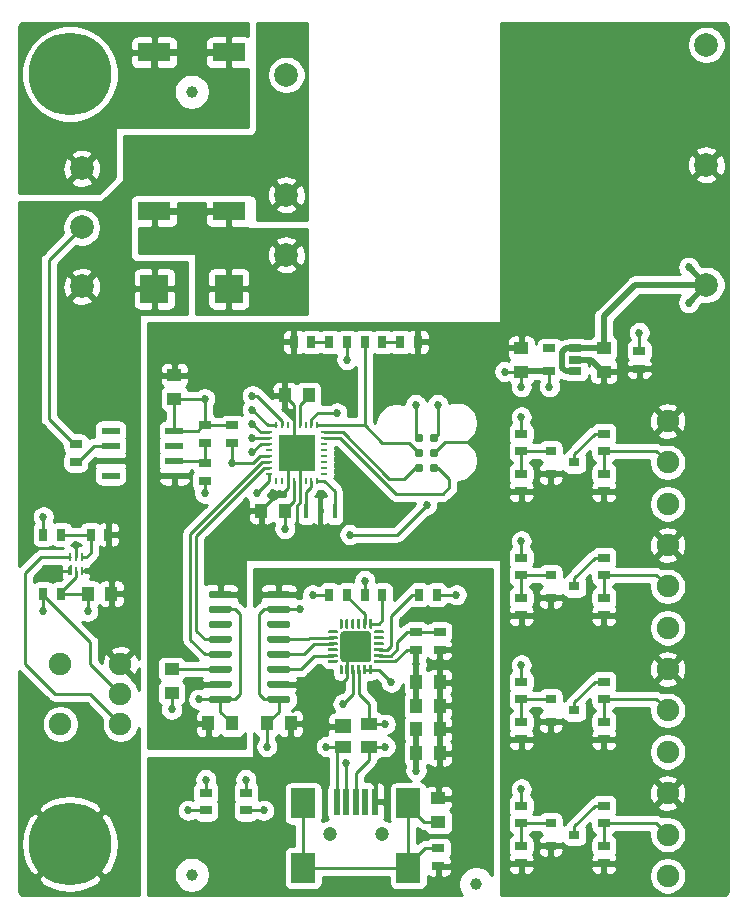
<source format=gtl>
G04 #@! TF.GenerationSoftware,KiCad,Pcbnew,5.1.6-c6e7f7d~86~ubuntu18.04.1*
G04 #@! TF.CreationDate,2020-06-26T16:23:30-07:00*
G04 #@! TF.ProjectId,VehicleAccessoryController,56656869-636c-4654-9163-636573736f72,1.0*
G04 #@! TF.SameCoordinates,Original*
G04 #@! TF.FileFunction,Copper,L1,Top*
G04 #@! TF.FilePolarity,Positive*
%FSLAX46Y46*%
G04 Gerber Fmt 4.6, Leading zero omitted, Abs format (unit mm)*
G04 Created by KiCad (PCBNEW 5.1.6-c6e7f7d~86~ubuntu18.04.1) date 2020-06-26 16:23:30*
%MOMM*%
%LPD*%
G01*
G04 APERTURE LIST*
G04 #@! TA.AperFunction,SMDPad,CuDef*
%ADD10C,0.100000*%
G04 #@! TD*
G04 #@! TA.AperFunction,SMDPad,CuDef*
%ADD11R,0.280000X0.750000*%
G04 #@! TD*
G04 #@! TA.AperFunction,ComponentPad*
%ADD12C,2.000000*%
G04 #@! TD*
G04 #@! TA.AperFunction,SMDPad,CuDef*
%ADD13R,2.370000X2.430000*%
G04 #@! TD*
G04 #@! TA.AperFunction,SMDPad,CuDef*
%ADD14R,2.820000X1.570000*%
G04 #@! TD*
G04 #@! TA.AperFunction,SMDPad,CuDef*
%ADD15R,1.550000X0.600000*%
G04 #@! TD*
G04 #@! TA.AperFunction,SMDPad,CuDef*
%ADD16R,0.800000X1.000000*%
G04 #@! TD*
G04 #@! TA.AperFunction,SMDPad,CuDef*
%ADD17R,1.000000X0.800000*%
G04 #@! TD*
G04 #@! TA.AperFunction,SMDPad,CuDef*
%ADD18O,0.250000X0.600000*%
G04 #@! TD*
G04 #@! TA.AperFunction,SMDPad,CuDef*
%ADD19O,0.600000X0.250000*%
G04 #@! TD*
G04 #@! TA.AperFunction,SMDPad,CuDef*
%ADD20R,3.100000X3.100000*%
G04 #@! TD*
G04 #@! TA.AperFunction,SMDPad,CuDef*
%ADD21R,0.500000X2.250000*%
G04 #@! TD*
G04 #@! TA.AperFunction,SMDPad,CuDef*
%ADD22R,2.000000X2.500000*%
G04 #@! TD*
G04 #@! TA.AperFunction,WasherPad*
%ADD23C,1.200000*%
G04 #@! TD*
G04 #@! TA.AperFunction,ComponentPad*
%ADD24C,1.900000*%
G04 #@! TD*
G04 #@! TA.AperFunction,SMDPad,CuDef*
%ADD25R,1.000000X1.200000*%
G04 #@! TD*
G04 #@! TA.AperFunction,SMDPad,CuDef*
%ADD26R,1.200000X1.000000*%
G04 #@! TD*
G04 #@! TA.AperFunction,SMDPad,CuDef*
%ADD27R,1.400000X1.200000*%
G04 #@! TD*
G04 #@! TA.AperFunction,SMDPad,CuDef*
%ADD28R,1.400000X1.000000*%
G04 #@! TD*
G04 #@! TA.AperFunction,SMDPad,CuDef*
%ADD29C,1.000000*%
G04 #@! TD*
G04 #@! TA.AperFunction,ConnectorPad*
%ADD30C,0.784860*%
G04 #@! TD*
G04 #@! TA.AperFunction,SMDPad,CuDef*
%ADD31R,0.900000X0.800000*%
G04 #@! TD*
G04 #@! TA.AperFunction,SMDPad,CuDef*
%ADD32R,1.000000X0.700000*%
G04 #@! TD*
G04 #@! TA.AperFunction,SMDPad,CuDef*
%ADD33R,0.700000X1.000000*%
G04 #@! TD*
G04 #@! TA.AperFunction,SMDPad,CuDef*
%ADD34R,0.400000X1.300000*%
G04 #@! TD*
G04 #@! TA.AperFunction,SMDPad,CuDef*
%ADD35R,1.060000X0.650000*%
G04 #@! TD*
G04 #@! TA.AperFunction,ComponentPad*
%ADD36C,7.000000*%
G04 #@! TD*
G04 #@! TA.AperFunction,ViaPad*
%ADD37C,0.685800*%
G04 #@! TD*
G04 #@! TA.AperFunction,Conductor*
%ADD38C,0.508000*%
G04 #@! TD*
G04 #@! TA.AperFunction,Conductor*
%ADD39C,0.254000*%
G04 #@! TD*
G04 #@! TA.AperFunction,Conductor*
%ADD40C,0.250000*%
G04 #@! TD*
G04 APERTURE END LIST*
G04 #@! TA.AperFunction,SMDPad,CuDef*
D10*
G36*
X121940000Y-112950000D02*
G01*
X121660000Y-112950000D01*
X121660000Y-112240000D01*
X121800000Y-112100000D01*
X121940000Y-112100000D01*
X121940000Y-112950000D01*
G37*
G04 #@! TD.AperFunction*
D11*
X122800000Y-112575000D03*
X122300000Y-112575000D03*
X122800000Y-111425000D03*
X122300000Y-111425000D03*
X121800000Y-111425000D03*
D12*
X140120000Y-70580000D03*
X140120000Y-80740000D03*
X140120000Y-85820000D03*
X175680000Y-88360000D03*
X175680000Y-78200000D03*
X175680000Y-68040000D03*
D13*
X128950000Y-88700000D03*
X135250000Y-88700000D03*
D12*
X122800000Y-88500000D03*
X122800000Y-78500000D03*
X122800000Y-83500000D03*
D14*
X128940000Y-82130000D03*
X128940000Y-68670000D03*
X135260000Y-82130000D03*
X135260000Y-68670000D03*
D15*
X130640000Y-104505000D03*
X125240000Y-104505000D03*
X130640000Y-103235000D03*
X125240000Y-103235000D03*
X130640000Y-101965000D03*
X125240000Y-101965000D03*
X130640000Y-100695000D03*
X125240000Y-100695000D03*
D16*
X149750000Y-93200000D03*
X151250000Y-93200000D03*
X142250000Y-93200000D03*
X140750000Y-93200000D03*
D17*
X136700000Y-132850000D03*
X136700000Y-131350000D03*
X133300000Y-132850000D03*
X133300000Y-131350000D03*
D18*
X142750000Y-100250000D03*
X142250000Y-100250000D03*
X141750000Y-100250000D03*
X141250000Y-100250000D03*
X140750000Y-100250000D03*
X140250000Y-100250000D03*
X139750000Y-100250000D03*
X139250000Y-100250000D03*
X142750000Y-104950000D03*
X142250000Y-104950000D03*
X141750000Y-104950000D03*
X141250000Y-104950000D03*
X140750000Y-104950000D03*
X140250000Y-104950000D03*
X139750000Y-104950000D03*
D19*
X143350000Y-100850000D03*
X138650000Y-100850000D03*
X143350000Y-101350000D03*
X138650000Y-101350000D03*
X143350000Y-101850000D03*
X138650000Y-101850000D03*
X143350000Y-102350000D03*
X138650000Y-102350000D03*
X143350000Y-102850000D03*
X138650000Y-102850000D03*
X143350000Y-103350000D03*
X138650000Y-103350000D03*
X143350000Y-103850000D03*
X138650000Y-103850000D03*
X143350000Y-104350000D03*
X138650000Y-104350000D03*
D18*
X139250000Y-104950000D03*
D20*
X141000000Y-102600000D03*
D21*
X147600000Y-132145000D03*
X146800000Y-132145000D03*
X146000000Y-132145000D03*
X145200000Y-132145000D03*
D22*
X150450000Y-137720000D03*
X141550000Y-137720000D03*
X150450000Y-132270000D03*
X141550000Y-132270000D03*
D23*
X148200000Y-134820000D03*
X143800000Y-134820000D03*
D21*
X144400000Y-132145000D03*
D24*
X120990000Y-125540000D03*
X120990000Y-120460000D03*
X126070000Y-125540000D03*
X126070000Y-123000000D03*
X126070000Y-120460000D03*
X172400000Y-99900000D03*
X172400000Y-103400000D03*
X172400000Y-106900000D03*
X172400000Y-110400000D03*
X172400000Y-113900000D03*
X172400000Y-117400000D03*
X172400000Y-120900000D03*
X172400000Y-124400000D03*
X172400000Y-127900000D03*
X172400000Y-131400000D03*
X172400000Y-134900000D03*
X172400000Y-138400000D03*
D25*
X140000000Y-107500000D03*
X138000000Y-107500000D03*
X140000000Y-97700000D03*
X142000000Y-97700000D03*
X125300000Y-114500000D03*
X123300000Y-114500000D03*
D26*
X130640000Y-96000000D03*
X130640000Y-98000000D03*
D25*
X151100000Y-122000000D03*
X153100000Y-122000000D03*
X151100000Y-124000000D03*
X153100000Y-124000000D03*
X151100000Y-126000000D03*
X153100000Y-126000000D03*
X153100000Y-128000000D03*
X151100000Y-128000000D03*
D26*
X153000000Y-133820000D03*
X153000000Y-131820000D03*
X130400000Y-120905000D03*
X130400000Y-122905000D03*
D25*
X140475000Y-125500000D03*
X138475000Y-125500000D03*
X135525000Y-125500000D03*
X133525000Y-125500000D03*
D27*
X144900000Y-125730000D03*
D28*
X144900000Y-127450000D03*
X147100000Y-127450000D03*
X147100000Y-125550000D03*
D29*
X132100000Y-72000000D03*
X132100000Y-138300000D03*
X156200000Y-139100000D03*
D30*
X151365000Y-101330000D03*
X152635000Y-101330000D03*
X151365000Y-102600000D03*
X152635000Y-102600000D03*
X151365000Y-103870000D03*
X152635000Y-103870000D03*
D31*
X164500000Y-103400000D03*
X162500000Y-104350000D03*
X162500000Y-102450000D03*
X162500000Y-123450000D03*
X162500000Y-125350000D03*
X164500000Y-124400000D03*
X164500000Y-134900000D03*
X162500000Y-135850000D03*
X162500000Y-133950000D03*
D32*
X170000000Y-95450000D03*
X170000000Y-93950000D03*
X135500000Y-100250000D03*
X135500000Y-101750000D03*
D33*
X119550000Y-109500000D03*
X121050000Y-109500000D03*
X125050000Y-109500000D03*
X123550000Y-109500000D03*
X121050000Y-114500000D03*
X119550000Y-114500000D03*
X146750000Y-93200000D03*
X148250000Y-93200000D03*
X143750000Y-93200000D03*
X145250000Y-93200000D03*
D32*
X160000000Y-102450000D03*
X160000000Y-100950000D03*
X160000000Y-111450000D03*
X160000000Y-112950000D03*
X160000000Y-123450000D03*
X160000000Y-121950000D03*
X160000000Y-132450000D03*
X160000000Y-133950000D03*
X160000000Y-105850000D03*
X160000000Y-104350000D03*
X160000000Y-114850000D03*
X160000000Y-116350000D03*
X160000000Y-125350000D03*
X160000000Y-126850000D03*
X160000000Y-137350000D03*
X160000000Y-135850000D03*
X167000000Y-100950000D03*
X167000000Y-102450000D03*
X167000000Y-112950000D03*
X167000000Y-111450000D03*
X167000000Y-121950000D03*
X167000000Y-123450000D03*
X167000000Y-133950000D03*
X167000000Y-132450000D03*
X167000000Y-104350000D03*
X167000000Y-105850000D03*
X167000000Y-114850000D03*
X167000000Y-116350000D03*
X167000000Y-125350000D03*
X167000000Y-126850000D03*
X167000000Y-137350000D03*
X167000000Y-135850000D03*
X122300000Y-101850000D03*
X122300000Y-103350000D03*
X133200000Y-104950000D03*
X133200000Y-103450000D03*
X133200000Y-101750000D03*
X133200000Y-100250000D03*
X153000000Y-137570000D03*
X153000000Y-136070000D03*
D33*
X151350000Y-114600000D03*
X152850000Y-114600000D03*
X148250000Y-114600000D03*
X146750000Y-114600000D03*
X145250000Y-114600000D03*
X143750000Y-114600000D03*
D32*
X151100000Y-117750000D03*
X151100000Y-119250000D03*
X153100000Y-117750000D03*
X153100000Y-119250000D03*
G04 #@! TA.AperFunction,SMDPad,CuDef*
G36*
G01*
X147050000Y-120300000D02*
X144950000Y-120300000D01*
G75*
G02*
X144700000Y-120050000I0J250000D01*
G01*
X144700000Y-117950000D01*
G75*
G02*
X144950000Y-117700000I250000J0D01*
G01*
X147050000Y-117700000D01*
G75*
G02*
X147300000Y-117950000I0J-250000D01*
G01*
X147300000Y-120050000D01*
G75*
G02*
X147050000Y-120300000I-250000J0D01*
G01*
G37*
G04 #@! TD.AperFunction*
G04 #@! TA.AperFunction,SMDPad,CuDef*
G36*
G01*
X144812500Y-121350000D02*
X144687500Y-121350000D01*
G75*
G02*
X144625000Y-121287500I0J62500D01*
G01*
X144625000Y-120587500D01*
G75*
G02*
X144687500Y-120525000I62500J0D01*
G01*
X144812500Y-120525000D01*
G75*
G02*
X144875000Y-120587500I0J-62500D01*
G01*
X144875000Y-121287500D01*
G75*
G02*
X144812500Y-121350000I-62500J0D01*
G01*
G37*
G04 #@! TD.AperFunction*
G04 #@! TA.AperFunction,SMDPad,CuDef*
G36*
G01*
X145312500Y-121350000D02*
X145187500Y-121350000D01*
G75*
G02*
X145125000Y-121287500I0J62500D01*
G01*
X145125000Y-120587500D01*
G75*
G02*
X145187500Y-120525000I62500J0D01*
G01*
X145312500Y-120525000D01*
G75*
G02*
X145375000Y-120587500I0J-62500D01*
G01*
X145375000Y-121287500D01*
G75*
G02*
X145312500Y-121350000I-62500J0D01*
G01*
G37*
G04 #@! TD.AperFunction*
G04 #@! TA.AperFunction,SMDPad,CuDef*
G36*
G01*
X145812500Y-121350000D02*
X145687500Y-121350000D01*
G75*
G02*
X145625000Y-121287500I0J62500D01*
G01*
X145625000Y-120587500D01*
G75*
G02*
X145687500Y-120525000I62500J0D01*
G01*
X145812500Y-120525000D01*
G75*
G02*
X145875000Y-120587500I0J-62500D01*
G01*
X145875000Y-121287500D01*
G75*
G02*
X145812500Y-121350000I-62500J0D01*
G01*
G37*
G04 #@! TD.AperFunction*
G04 #@! TA.AperFunction,SMDPad,CuDef*
G36*
G01*
X146312500Y-121350000D02*
X146187500Y-121350000D01*
G75*
G02*
X146125000Y-121287500I0J62500D01*
G01*
X146125000Y-120587500D01*
G75*
G02*
X146187500Y-120525000I62500J0D01*
G01*
X146312500Y-120525000D01*
G75*
G02*
X146375000Y-120587500I0J-62500D01*
G01*
X146375000Y-121287500D01*
G75*
G02*
X146312500Y-121350000I-62500J0D01*
G01*
G37*
G04 #@! TD.AperFunction*
G04 #@! TA.AperFunction,SMDPad,CuDef*
G36*
G01*
X146812500Y-121350000D02*
X146687500Y-121350000D01*
G75*
G02*
X146625000Y-121287500I0J62500D01*
G01*
X146625000Y-120587500D01*
G75*
G02*
X146687500Y-120525000I62500J0D01*
G01*
X146812500Y-120525000D01*
G75*
G02*
X146875000Y-120587500I0J-62500D01*
G01*
X146875000Y-121287500D01*
G75*
G02*
X146812500Y-121350000I-62500J0D01*
G01*
G37*
G04 #@! TD.AperFunction*
G04 #@! TA.AperFunction,SMDPad,CuDef*
G36*
G01*
X147312500Y-121350000D02*
X147187500Y-121350000D01*
G75*
G02*
X147125000Y-121287500I0J62500D01*
G01*
X147125000Y-120587500D01*
G75*
G02*
X147187500Y-120525000I62500J0D01*
G01*
X147312500Y-120525000D01*
G75*
G02*
X147375000Y-120587500I0J-62500D01*
G01*
X147375000Y-121287500D01*
G75*
G02*
X147312500Y-121350000I-62500J0D01*
G01*
G37*
G04 #@! TD.AperFunction*
G04 #@! TA.AperFunction,SMDPad,CuDef*
G36*
G01*
X148287500Y-120375000D02*
X147587500Y-120375000D01*
G75*
G02*
X147525000Y-120312500I0J62500D01*
G01*
X147525000Y-120187500D01*
G75*
G02*
X147587500Y-120125000I62500J0D01*
G01*
X148287500Y-120125000D01*
G75*
G02*
X148350000Y-120187500I0J-62500D01*
G01*
X148350000Y-120312500D01*
G75*
G02*
X148287500Y-120375000I-62500J0D01*
G01*
G37*
G04 #@! TD.AperFunction*
G04 #@! TA.AperFunction,SMDPad,CuDef*
G36*
G01*
X148287500Y-119875000D02*
X147587500Y-119875000D01*
G75*
G02*
X147525000Y-119812500I0J62500D01*
G01*
X147525000Y-119687500D01*
G75*
G02*
X147587500Y-119625000I62500J0D01*
G01*
X148287500Y-119625000D01*
G75*
G02*
X148350000Y-119687500I0J-62500D01*
G01*
X148350000Y-119812500D01*
G75*
G02*
X148287500Y-119875000I-62500J0D01*
G01*
G37*
G04 #@! TD.AperFunction*
G04 #@! TA.AperFunction,SMDPad,CuDef*
G36*
G01*
X148287500Y-119375000D02*
X147587500Y-119375000D01*
G75*
G02*
X147525000Y-119312500I0J62500D01*
G01*
X147525000Y-119187500D01*
G75*
G02*
X147587500Y-119125000I62500J0D01*
G01*
X148287500Y-119125000D01*
G75*
G02*
X148350000Y-119187500I0J-62500D01*
G01*
X148350000Y-119312500D01*
G75*
G02*
X148287500Y-119375000I-62500J0D01*
G01*
G37*
G04 #@! TD.AperFunction*
G04 #@! TA.AperFunction,SMDPad,CuDef*
G36*
G01*
X148287500Y-118875000D02*
X147587500Y-118875000D01*
G75*
G02*
X147525000Y-118812500I0J62500D01*
G01*
X147525000Y-118687500D01*
G75*
G02*
X147587500Y-118625000I62500J0D01*
G01*
X148287500Y-118625000D01*
G75*
G02*
X148350000Y-118687500I0J-62500D01*
G01*
X148350000Y-118812500D01*
G75*
G02*
X148287500Y-118875000I-62500J0D01*
G01*
G37*
G04 #@! TD.AperFunction*
G04 #@! TA.AperFunction,SMDPad,CuDef*
G36*
G01*
X148287500Y-118375000D02*
X147587500Y-118375000D01*
G75*
G02*
X147525000Y-118312500I0J62500D01*
G01*
X147525000Y-118187500D01*
G75*
G02*
X147587500Y-118125000I62500J0D01*
G01*
X148287500Y-118125000D01*
G75*
G02*
X148350000Y-118187500I0J-62500D01*
G01*
X148350000Y-118312500D01*
G75*
G02*
X148287500Y-118375000I-62500J0D01*
G01*
G37*
G04 #@! TD.AperFunction*
G04 #@! TA.AperFunction,SMDPad,CuDef*
G36*
G01*
X148287500Y-117875000D02*
X147587500Y-117875000D01*
G75*
G02*
X147525000Y-117812500I0J62500D01*
G01*
X147525000Y-117687500D01*
G75*
G02*
X147587500Y-117625000I62500J0D01*
G01*
X148287500Y-117625000D01*
G75*
G02*
X148350000Y-117687500I0J-62500D01*
G01*
X148350000Y-117812500D01*
G75*
G02*
X148287500Y-117875000I-62500J0D01*
G01*
G37*
G04 #@! TD.AperFunction*
G04 #@! TA.AperFunction,SMDPad,CuDef*
G36*
G01*
X147312500Y-117475000D02*
X147187500Y-117475000D01*
G75*
G02*
X147125000Y-117412500I0J62500D01*
G01*
X147125000Y-116712500D01*
G75*
G02*
X147187500Y-116650000I62500J0D01*
G01*
X147312500Y-116650000D01*
G75*
G02*
X147375000Y-116712500I0J-62500D01*
G01*
X147375000Y-117412500D01*
G75*
G02*
X147312500Y-117475000I-62500J0D01*
G01*
G37*
G04 #@! TD.AperFunction*
G04 #@! TA.AperFunction,SMDPad,CuDef*
G36*
G01*
X146812500Y-117475000D02*
X146687500Y-117475000D01*
G75*
G02*
X146625000Y-117412500I0J62500D01*
G01*
X146625000Y-116712500D01*
G75*
G02*
X146687500Y-116650000I62500J0D01*
G01*
X146812500Y-116650000D01*
G75*
G02*
X146875000Y-116712500I0J-62500D01*
G01*
X146875000Y-117412500D01*
G75*
G02*
X146812500Y-117475000I-62500J0D01*
G01*
G37*
G04 #@! TD.AperFunction*
G04 #@! TA.AperFunction,SMDPad,CuDef*
G36*
G01*
X146312500Y-117475000D02*
X146187500Y-117475000D01*
G75*
G02*
X146125000Y-117412500I0J62500D01*
G01*
X146125000Y-116712500D01*
G75*
G02*
X146187500Y-116650000I62500J0D01*
G01*
X146312500Y-116650000D01*
G75*
G02*
X146375000Y-116712500I0J-62500D01*
G01*
X146375000Y-117412500D01*
G75*
G02*
X146312500Y-117475000I-62500J0D01*
G01*
G37*
G04 #@! TD.AperFunction*
G04 #@! TA.AperFunction,SMDPad,CuDef*
G36*
G01*
X145812500Y-117475000D02*
X145687500Y-117475000D01*
G75*
G02*
X145625000Y-117412500I0J62500D01*
G01*
X145625000Y-116712500D01*
G75*
G02*
X145687500Y-116650000I62500J0D01*
G01*
X145812500Y-116650000D01*
G75*
G02*
X145875000Y-116712500I0J-62500D01*
G01*
X145875000Y-117412500D01*
G75*
G02*
X145812500Y-117475000I-62500J0D01*
G01*
G37*
G04 #@! TD.AperFunction*
G04 #@! TA.AperFunction,SMDPad,CuDef*
G36*
G01*
X145312500Y-117475000D02*
X145187500Y-117475000D01*
G75*
G02*
X145125000Y-117412500I0J62500D01*
G01*
X145125000Y-116712500D01*
G75*
G02*
X145187500Y-116650000I62500J0D01*
G01*
X145312500Y-116650000D01*
G75*
G02*
X145375000Y-116712500I0J-62500D01*
G01*
X145375000Y-117412500D01*
G75*
G02*
X145312500Y-117475000I-62500J0D01*
G01*
G37*
G04 #@! TD.AperFunction*
G04 #@! TA.AperFunction,SMDPad,CuDef*
G36*
G01*
X144812500Y-117475000D02*
X144687500Y-117475000D01*
G75*
G02*
X144625000Y-117412500I0J62500D01*
G01*
X144625000Y-116712500D01*
G75*
G02*
X144687500Y-116650000I62500J0D01*
G01*
X144812500Y-116650000D01*
G75*
G02*
X144875000Y-116712500I0J-62500D01*
G01*
X144875000Y-117412500D01*
G75*
G02*
X144812500Y-117475000I-62500J0D01*
G01*
G37*
G04 #@! TD.AperFunction*
G04 #@! TA.AperFunction,SMDPad,CuDef*
G36*
G01*
X144412500Y-117875000D02*
X143712500Y-117875000D01*
G75*
G02*
X143650000Y-117812500I0J62500D01*
G01*
X143650000Y-117687500D01*
G75*
G02*
X143712500Y-117625000I62500J0D01*
G01*
X144412500Y-117625000D01*
G75*
G02*
X144475000Y-117687500I0J-62500D01*
G01*
X144475000Y-117812500D01*
G75*
G02*
X144412500Y-117875000I-62500J0D01*
G01*
G37*
G04 #@! TD.AperFunction*
G04 #@! TA.AperFunction,SMDPad,CuDef*
G36*
G01*
X144412500Y-118375000D02*
X143712500Y-118375000D01*
G75*
G02*
X143650000Y-118312500I0J62500D01*
G01*
X143650000Y-118187500D01*
G75*
G02*
X143712500Y-118125000I62500J0D01*
G01*
X144412500Y-118125000D01*
G75*
G02*
X144475000Y-118187500I0J-62500D01*
G01*
X144475000Y-118312500D01*
G75*
G02*
X144412500Y-118375000I-62500J0D01*
G01*
G37*
G04 #@! TD.AperFunction*
G04 #@! TA.AperFunction,SMDPad,CuDef*
G36*
G01*
X144412500Y-118875000D02*
X143712500Y-118875000D01*
G75*
G02*
X143650000Y-118812500I0J62500D01*
G01*
X143650000Y-118687500D01*
G75*
G02*
X143712500Y-118625000I62500J0D01*
G01*
X144412500Y-118625000D01*
G75*
G02*
X144475000Y-118687500I0J-62500D01*
G01*
X144475000Y-118812500D01*
G75*
G02*
X144412500Y-118875000I-62500J0D01*
G01*
G37*
G04 #@! TD.AperFunction*
G04 #@! TA.AperFunction,SMDPad,CuDef*
G36*
G01*
X144412500Y-119375000D02*
X143712500Y-119375000D01*
G75*
G02*
X143650000Y-119312500I0J62500D01*
G01*
X143650000Y-119187500D01*
G75*
G02*
X143712500Y-119125000I62500J0D01*
G01*
X144412500Y-119125000D01*
G75*
G02*
X144475000Y-119187500I0J-62500D01*
G01*
X144475000Y-119312500D01*
G75*
G02*
X144412500Y-119375000I-62500J0D01*
G01*
G37*
G04 #@! TD.AperFunction*
G04 #@! TA.AperFunction,SMDPad,CuDef*
G36*
G01*
X144412500Y-119875000D02*
X143712500Y-119875000D01*
G75*
G02*
X143650000Y-119812500I0J62500D01*
G01*
X143650000Y-119687500D01*
G75*
G02*
X143712500Y-119625000I62500J0D01*
G01*
X144412500Y-119625000D01*
G75*
G02*
X144475000Y-119687500I0J-62500D01*
G01*
X144475000Y-119812500D01*
G75*
G02*
X144412500Y-119875000I-62500J0D01*
G01*
G37*
G04 #@! TD.AperFunction*
G04 #@! TA.AperFunction,SMDPad,CuDef*
G36*
G01*
X144412500Y-120375000D02*
X143712500Y-120375000D01*
G75*
G02*
X143650000Y-120312500I0J62500D01*
G01*
X143650000Y-120187500D01*
G75*
G02*
X143712500Y-120125000I62500J0D01*
G01*
X144412500Y-120125000D01*
G75*
G02*
X144475000Y-120187500I0J-62500D01*
G01*
X144475000Y-120312500D01*
G75*
G02*
X144412500Y-120375000I-62500J0D01*
G01*
G37*
G04 #@! TD.AperFunction*
D34*
X143000000Y-107500000D03*
X141800000Y-107500000D03*
X144200000Y-107500000D03*
G04 #@! TA.AperFunction,SMDPad,CuDef*
G36*
G01*
X140450000Y-123295000D02*
X140450000Y-123595000D01*
G75*
G02*
X140300000Y-123745000I-150000J0D01*
G01*
X138650000Y-123745000D01*
G75*
G02*
X138500000Y-123595000I0J150000D01*
G01*
X138500000Y-123295000D01*
G75*
G02*
X138650000Y-123145000I150000J0D01*
G01*
X140300000Y-123145000D01*
G75*
G02*
X140450000Y-123295000I0J-150000D01*
G01*
G37*
G04 #@! TD.AperFunction*
G04 #@! TA.AperFunction,SMDPad,CuDef*
G36*
G01*
X140450000Y-122025000D02*
X140450000Y-122325000D01*
G75*
G02*
X140300000Y-122475000I-150000J0D01*
G01*
X138650000Y-122475000D01*
G75*
G02*
X138500000Y-122325000I0J150000D01*
G01*
X138500000Y-122025000D01*
G75*
G02*
X138650000Y-121875000I150000J0D01*
G01*
X140300000Y-121875000D01*
G75*
G02*
X140450000Y-122025000I0J-150000D01*
G01*
G37*
G04 #@! TD.AperFunction*
G04 #@! TA.AperFunction,SMDPad,CuDef*
G36*
G01*
X140450000Y-120755000D02*
X140450000Y-121055000D01*
G75*
G02*
X140300000Y-121205000I-150000J0D01*
G01*
X138650000Y-121205000D01*
G75*
G02*
X138500000Y-121055000I0J150000D01*
G01*
X138500000Y-120755000D01*
G75*
G02*
X138650000Y-120605000I150000J0D01*
G01*
X140300000Y-120605000D01*
G75*
G02*
X140450000Y-120755000I0J-150000D01*
G01*
G37*
G04 #@! TD.AperFunction*
G04 #@! TA.AperFunction,SMDPad,CuDef*
G36*
G01*
X140450000Y-119485000D02*
X140450000Y-119785000D01*
G75*
G02*
X140300000Y-119935000I-150000J0D01*
G01*
X138650000Y-119935000D01*
G75*
G02*
X138500000Y-119785000I0J150000D01*
G01*
X138500000Y-119485000D01*
G75*
G02*
X138650000Y-119335000I150000J0D01*
G01*
X140300000Y-119335000D01*
G75*
G02*
X140450000Y-119485000I0J-150000D01*
G01*
G37*
G04 #@! TD.AperFunction*
G04 #@! TA.AperFunction,SMDPad,CuDef*
G36*
G01*
X140450000Y-118215000D02*
X140450000Y-118515000D01*
G75*
G02*
X140300000Y-118665000I-150000J0D01*
G01*
X138650000Y-118665000D01*
G75*
G02*
X138500000Y-118515000I0J150000D01*
G01*
X138500000Y-118215000D01*
G75*
G02*
X138650000Y-118065000I150000J0D01*
G01*
X140300000Y-118065000D01*
G75*
G02*
X140450000Y-118215000I0J-150000D01*
G01*
G37*
G04 #@! TD.AperFunction*
G04 #@! TA.AperFunction,SMDPad,CuDef*
G36*
G01*
X140450000Y-116945000D02*
X140450000Y-117245000D01*
G75*
G02*
X140300000Y-117395000I-150000J0D01*
G01*
X138650000Y-117395000D01*
G75*
G02*
X138500000Y-117245000I0J150000D01*
G01*
X138500000Y-116945000D01*
G75*
G02*
X138650000Y-116795000I150000J0D01*
G01*
X140300000Y-116795000D01*
G75*
G02*
X140450000Y-116945000I0J-150000D01*
G01*
G37*
G04 #@! TD.AperFunction*
G04 #@! TA.AperFunction,SMDPad,CuDef*
G36*
G01*
X140450000Y-115675000D02*
X140450000Y-115975000D01*
G75*
G02*
X140300000Y-116125000I-150000J0D01*
G01*
X138650000Y-116125000D01*
G75*
G02*
X138500000Y-115975000I0J150000D01*
G01*
X138500000Y-115675000D01*
G75*
G02*
X138650000Y-115525000I150000J0D01*
G01*
X140300000Y-115525000D01*
G75*
G02*
X140450000Y-115675000I0J-150000D01*
G01*
G37*
G04 #@! TD.AperFunction*
G04 #@! TA.AperFunction,SMDPad,CuDef*
G36*
G01*
X140450000Y-114405000D02*
X140450000Y-114705000D01*
G75*
G02*
X140300000Y-114855000I-150000J0D01*
G01*
X138650000Y-114855000D01*
G75*
G02*
X138500000Y-114705000I0J150000D01*
G01*
X138500000Y-114405000D01*
G75*
G02*
X138650000Y-114255000I150000J0D01*
G01*
X140300000Y-114255000D01*
G75*
G02*
X140450000Y-114405000I0J-150000D01*
G01*
G37*
G04 #@! TD.AperFunction*
G04 #@! TA.AperFunction,SMDPad,CuDef*
G36*
G01*
X135500000Y-114405000D02*
X135500000Y-114705000D01*
G75*
G02*
X135350000Y-114855000I-150000J0D01*
G01*
X133700000Y-114855000D01*
G75*
G02*
X133550000Y-114705000I0J150000D01*
G01*
X133550000Y-114405000D01*
G75*
G02*
X133700000Y-114255000I150000J0D01*
G01*
X135350000Y-114255000D01*
G75*
G02*
X135500000Y-114405000I0J-150000D01*
G01*
G37*
G04 #@! TD.AperFunction*
G04 #@! TA.AperFunction,SMDPad,CuDef*
G36*
G01*
X135500000Y-115675000D02*
X135500000Y-115975000D01*
G75*
G02*
X135350000Y-116125000I-150000J0D01*
G01*
X133700000Y-116125000D01*
G75*
G02*
X133550000Y-115975000I0J150000D01*
G01*
X133550000Y-115675000D01*
G75*
G02*
X133700000Y-115525000I150000J0D01*
G01*
X135350000Y-115525000D01*
G75*
G02*
X135500000Y-115675000I0J-150000D01*
G01*
G37*
G04 #@! TD.AperFunction*
G04 #@! TA.AperFunction,SMDPad,CuDef*
G36*
G01*
X135500000Y-116945000D02*
X135500000Y-117245000D01*
G75*
G02*
X135350000Y-117395000I-150000J0D01*
G01*
X133700000Y-117395000D01*
G75*
G02*
X133550000Y-117245000I0J150000D01*
G01*
X133550000Y-116945000D01*
G75*
G02*
X133700000Y-116795000I150000J0D01*
G01*
X135350000Y-116795000D01*
G75*
G02*
X135500000Y-116945000I0J-150000D01*
G01*
G37*
G04 #@! TD.AperFunction*
G04 #@! TA.AperFunction,SMDPad,CuDef*
G36*
G01*
X135500000Y-118215000D02*
X135500000Y-118515000D01*
G75*
G02*
X135350000Y-118665000I-150000J0D01*
G01*
X133700000Y-118665000D01*
G75*
G02*
X133550000Y-118515000I0J150000D01*
G01*
X133550000Y-118215000D01*
G75*
G02*
X133700000Y-118065000I150000J0D01*
G01*
X135350000Y-118065000D01*
G75*
G02*
X135500000Y-118215000I0J-150000D01*
G01*
G37*
G04 #@! TD.AperFunction*
G04 #@! TA.AperFunction,SMDPad,CuDef*
G36*
G01*
X135500000Y-119485000D02*
X135500000Y-119785000D01*
G75*
G02*
X135350000Y-119935000I-150000J0D01*
G01*
X133700000Y-119935000D01*
G75*
G02*
X133550000Y-119785000I0J150000D01*
G01*
X133550000Y-119485000D01*
G75*
G02*
X133700000Y-119335000I150000J0D01*
G01*
X135350000Y-119335000D01*
G75*
G02*
X135500000Y-119485000I0J-150000D01*
G01*
G37*
G04 #@! TD.AperFunction*
G04 #@! TA.AperFunction,SMDPad,CuDef*
G36*
G01*
X135500000Y-120755000D02*
X135500000Y-121055000D01*
G75*
G02*
X135350000Y-121205000I-150000J0D01*
G01*
X133700000Y-121205000D01*
G75*
G02*
X133550000Y-121055000I0J150000D01*
G01*
X133550000Y-120755000D01*
G75*
G02*
X133700000Y-120605000I150000J0D01*
G01*
X135350000Y-120605000D01*
G75*
G02*
X135500000Y-120755000I0J-150000D01*
G01*
G37*
G04 #@! TD.AperFunction*
G04 #@! TA.AperFunction,SMDPad,CuDef*
G36*
G01*
X135500000Y-122025000D02*
X135500000Y-122325000D01*
G75*
G02*
X135350000Y-122475000I-150000J0D01*
G01*
X133700000Y-122475000D01*
G75*
G02*
X133550000Y-122325000I0J150000D01*
G01*
X133550000Y-122025000D01*
G75*
G02*
X133700000Y-121875000I150000J0D01*
G01*
X135350000Y-121875000D01*
G75*
G02*
X135500000Y-122025000I0J-150000D01*
G01*
G37*
G04 #@! TD.AperFunction*
G04 #@! TA.AperFunction,SMDPad,CuDef*
G36*
G01*
X135500000Y-123295000D02*
X135500000Y-123595000D01*
G75*
G02*
X135350000Y-123745000I-150000J0D01*
G01*
X133700000Y-123745000D01*
G75*
G02*
X133550000Y-123595000I0J150000D01*
G01*
X133550000Y-123295000D01*
G75*
G02*
X133700000Y-123145000I150000J0D01*
G01*
X135350000Y-123145000D01*
G75*
G02*
X135500000Y-123295000I0J-150000D01*
G01*
G37*
G04 #@! TD.AperFunction*
D35*
X164600000Y-95650000D03*
X164600000Y-94700000D03*
X164600000Y-93750000D03*
X162400000Y-93750000D03*
X162400000Y-95650000D03*
D26*
X167000000Y-93700000D03*
X167000000Y-95700000D03*
X160000000Y-93700000D03*
X160000000Y-95700000D03*
D36*
X121800000Y-70500000D03*
X121800000Y-135700000D03*
D31*
X162500000Y-112950000D03*
X162500000Y-114850000D03*
X164500000Y-113900000D03*
D37*
X125300000Y-116000000D03*
X122300000Y-110400000D03*
X120750000Y-112575000D03*
X125050000Y-108000000D03*
X125240000Y-105775000D03*
X138620000Y-79240000D03*
X138620000Y-82240000D03*
X124300000Y-87000000D03*
X121300000Y-87000000D03*
X174180000Y-86860000D03*
X174180000Y-89860000D03*
X170000000Y-97000000D03*
X167000000Y-97000000D03*
X158600000Y-93700000D03*
X162500000Y-105850000D03*
X162500000Y-116350000D03*
X162500000Y-126850000D03*
X162500000Y-137350000D03*
X141000000Y-102600000D03*
X156000000Y-101650000D03*
X143000000Y-106100000D03*
X130640000Y-105775000D03*
X138000000Y-109000000D03*
X132125000Y-125500000D03*
X132700000Y-122175000D03*
X130640000Y-94600000D03*
X139000000Y-106000000D03*
X134525000Y-113400000D03*
X174180000Y-79700000D03*
X174180000Y-76700000D03*
X140000000Y-96300000D03*
X152500000Y-93200000D03*
X139500000Y-93200000D03*
X123300000Y-116000000D03*
X119550000Y-108000000D03*
X132100000Y-68670000D03*
X128940000Y-70500000D03*
X135260000Y-70500000D03*
X121300000Y-77000000D03*
X124300000Y-77000000D03*
X143500000Y-127450000D03*
X151100000Y-120500000D03*
X147600000Y-130000000D03*
X154500000Y-131820000D03*
X154500000Y-137570000D03*
X154500000Y-128000000D03*
X154500000Y-126000000D03*
X154500000Y-124000000D03*
X154500000Y-122000000D03*
X143000000Y-122000000D03*
X154500000Y-119250000D03*
X143500000Y-125730000D03*
X139475000Y-113400000D03*
X146000000Y-119000000D03*
X151100000Y-129500000D03*
X149000000Y-122000000D03*
X131800000Y-132850000D03*
X138200000Y-132850000D03*
X138475000Y-127450000D03*
X141300000Y-115825000D03*
X154500000Y-114600000D03*
X146750000Y-113400000D03*
X136700000Y-130250000D03*
X142350000Y-114600000D03*
X133300000Y-130250000D03*
X144900000Y-123850000D03*
X148500000Y-127450000D03*
X145200000Y-128850000D03*
X148500000Y-125550000D03*
X170000000Y-92400000D03*
X119550000Y-116000000D03*
X145250000Y-94700000D03*
X137250000Y-102550000D03*
X160000000Y-99550000D03*
X137250000Y-97750000D03*
X160000000Y-110050000D03*
X137250000Y-101350000D03*
X160000000Y-120550000D03*
X137250000Y-100150000D03*
X137250000Y-98950000D03*
X160000000Y-131050000D03*
X133200000Y-106000000D03*
X137600000Y-106000000D03*
X132700000Y-123445000D03*
X133200000Y-98000000D03*
X158600000Y-95700000D03*
X151070000Y-98500000D03*
X144400000Y-99200000D03*
X160000000Y-97000000D03*
X162400000Y-97000000D03*
X140000000Y-109000000D03*
X152930000Y-98500000D03*
X135500000Y-103450000D03*
X130400000Y-124305000D03*
X152000000Y-107000000D03*
X145500000Y-109500000D03*
D38*
X128940000Y-82130000D02*
X135260000Y-82130000D01*
D39*
X122300000Y-111425000D02*
X122300000Y-110400000D01*
X125300000Y-114500000D02*
X125300000Y-116000000D01*
X121750000Y-112575000D02*
X121800000Y-112525000D01*
X120750000Y-112575000D02*
X121750000Y-112575000D01*
X125300000Y-113570000D02*
X125300000Y-114500000D01*
X122800000Y-112575000D02*
X124305000Y-112575000D01*
X124305000Y-112575000D02*
X125300000Y-113570000D01*
X125050000Y-109500000D02*
X125050000Y-108000000D01*
X123500000Y-103735000D02*
X124000000Y-103235000D01*
X123500000Y-105275000D02*
X123500000Y-103735000D01*
X124000000Y-103235000D02*
X125240000Y-103235000D01*
X125240000Y-105775000D02*
X124000000Y-105775000D01*
X124000000Y-105775000D02*
X123500000Y-105275000D01*
D38*
X140120000Y-80740000D02*
X138620000Y-79240000D01*
X140120000Y-80740000D02*
X138620000Y-82240000D01*
X122800000Y-88500000D02*
X124300000Y-87000000D01*
X122800000Y-88500000D02*
X121300000Y-87000000D01*
X175680000Y-88360000D02*
X169680000Y-88360000D01*
X167000000Y-91040000D02*
X169680000Y-88360000D01*
X167000000Y-93700000D02*
X167000000Y-91040000D01*
X163500000Y-94011799D02*
X163500000Y-95388201D01*
X163761799Y-93750000D02*
X163500000Y-94011799D01*
X164600000Y-93750000D02*
X163761799Y-93750000D01*
X163761799Y-95650000D02*
X163500000Y-95388201D01*
X164600000Y-95650000D02*
X163761799Y-95650000D01*
X166950000Y-93750000D02*
X167000000Y-93700000D01*
X164600000Y-93750000D02*
X166950000Y-93750000D01*
X175680000Y-88360000D02*
X174180000Y-86860000D01*
X175680000Y-88360000D02*
X174180000Y-89860000D01*
X166900000Y-95700000D02*
X167000000Y-95700000D01*
X164600000Y-94700000D02*
X165900000Y-94700000D01*
X165900000Y-94700000D02*
X166900000Y-95700000D01*
D39*
X170000000Y-95450000D02*
X170000000Y-97000000D01*
X167000000Y-95700000D02*
X167000000Y-97000000D01*
X158600000Y-93700000D02*
X160000000Y-93700000D01*
X162500000Y-104350000D02*
X162500000Y-105850000D01*
X160000000Y-105850000D02*
X162500000Y-105850000D01*
X167000000Y-105850000D02*
X162500000Y-105850000D01*
X162500000Y-114850000D02*
X162500000Y-116350000D01*
X160000000Y-116350000D02*
X162500000Y-116350000D01*
X167000000Y-116350000D02*
X162500000Y-116350000D01*
X162500000Y-125350000D02*
X162500000Y-126850000D01*
X160000000Y-126850000D02*
X162500000Y-126850000D01*
X167000000Y-126850000D02*
X162500000Y-126850000D01*
X162500000Y-135850000D02*
X162500000Y-137350000D01*
X160000000Y-137350000D02*
X162500000Y-137350000D01*
X167000000Y-137350000D02*
X162500000Y-137350000D01*
D40*
X141250000Y-102850000D02*
X141000000Y-102600000D01*
X141250000Y-104950000D02*
X141250000Y-102850000D01*
X140299990Y-103300010D02*
X141000000Y-102600000D01*
X140250000Y-104950000D02*
X140250000Y-104940000D01*
X140250000Y-103350000D02*
X141000000Y-102600000D01*
X140250000Y-104950000D02*
X140250000Y-103350000D01*
X140750000Y-102350000D02*
X141000000Y-102600000D01*
X140750000Y-100250000D02*
X140750000Y-102350000D01*
X152635000Y-102600000D02*
X153585000Y-101650000D01*
X153585000Y-101650000D02*
X156000000Y-101650000D01*
D39*
X143000000Y-107500000D02*
X143000000Y-106100000D01*
X138000000Y-107500000D02*
X138000000Y-109000000D01*
X133525000Y-125500000D02*
X132125000Y-125500000D01*
X130640000Y-104505000D02*
X130640000Y-105775000D01*
X130640000Y-96000000D02*
X130640000Y-94600000D01*
D40*
X138000000Y-107500000D02*
X138000000Y-107395000D01*
D39*
X134525000Y-114555000D02*
X134525000Y-113400000D01*
X134525000Y-122175000D02*
X132700000Y-122175000D01*
D38*
X175680000Y-78200000D02*
X174180000Y-79700000D01*
X175680000Y-78200000D02*
X174180000Y-76700000D01*
D39*
X140000000Y-97700000D02*
X140000000Y-96300000D01*
X138000000Y-107400000D02*
X138000000Y-107500000D01*
X140750000Y-93200000D02*
X139500000Y-93200000D01*
X151250000Y-93200000D02*
X152500000Y-93200000D01*
D40*
X140250000Y-104950000D02*
X140250000Y-105575000D01*
X139825000Y-106000000D02*
X139000000Y-106000000D01*
X140250000Y-105575000D02*
X139825000Y-106000000D01*
X139000000Y-106400000D02*
X139000000Y-106000000D01*
X138000000Y-107400000D02*
X139000000Y-106400000D01*
X140000000Y-97800000D02*
X140000000Y-97700000D01*
X140750000Y-100250000D02*
X140750000Y-98550000D01*
X140750000Y-98550000D02*
X140000000Y-97800000D01*
X143000000Y-108700000D02*
X143000000Y-107500000D01*
X141250000Y-106790000D02*
X141000000Y-107040000D01*
X141000000Y-107040000D02*
X141000000Y-108670000D01*
X141000000Y-108670000D02*
X141330000Y-109000000D01*
X141250000Y-104950000D02*
X141250000Y-106790000D01*
X141330000Y-109000000D02*
X142700000Y-109000000D01*
X142700000Y-109000000D02*
X143000000Y-108700000D01*
X142000000Y-97800000D02*
X142000000Y-97700000D01*
X141250000Y-98550000D02*
X142000000Y-97800000D01*
X141250000Y-100250000D02*
X141250000Y-98550000D01*
D39*
X121050000Y-114500000D02*
X123300000Y-114500000D01*
X121050000Y-114350000D02*
X121050000Y-114500000D01*
X122300000Y-112575000D02*
X122300000Y-113100000D01*
X122300000Y-113100000D02*
X121050000Y-114350000D01*
X123300000Y-114500000D02*
X123300000Y-116000000D01*
X119550000Y-109500000D02*
X119550000Y-108000000D01*
D38*
X128940000Y-68670000D02*
X132100000Y-68670000D01*
X135260000Y-68670000D02*
X132100000Y-68670000D01*
X128940000Y-68670000D02*
X128940000Y-70500000D01*
X135260000Y-68670000D02*
X135260000Y-70500000D01*
X122800000Y-78500000D02*
X121300000Y-77000000D01*
X122800000Y-78500000D02*
X124300000Y-77000000D01*
X151100000Y-122000000D02*
X151100000Y-124000000D01*
D39*
X144400000Y-132145000D02*
X144400000Y-127450000D01*
X144900000Y-127450000D02*
X144400000Y-127450000D01*
X143500000Y-127450000D02*
X144900000Y-127450000D01*
D40*
X149320000Y-120250000D02*
X147937500Y-120250000D01*
X151100000Y-119250000D02*
X150320000Y-119250000D01*
X150320000Y-119250000D02*
X149320000Y-120250000D01*
D38*
X151100000Y-119250000D02*
X151100000Y-120500000D01*
X151100000Y-122000000D02*
X151100000Y-120500000D01*
D39*
X147600000Y-132145000D02*
X147600000Y-130000000D01*
D40*
X145250000Y-119750000D02*
X146000000Y-119000000D01*
X145250000Y-120937500D02*
X145250000Y-119750000D01*
D39*
X153000000Y-131820000D02*
X154500000Y-131820000D01*
X153000000Y-137570000D02*
X154500000Y-137570000D01*
X153100000Y-128000000D02*
X154500000Y-128000000D01*
X153100000Y-126000000D02*
X154500000Y-126000000D01*
X153100000Y-124000000D02*
X154500000Y-124000000D01*
X153100000Y-122000000D02*
X154500000Y-122000000D01*
X153100000Y-119250000D02*
X154500000Y-119250000D01*
D40*
X144930000Y-122000000D02*
X143000000Y-122000000D01*
X145250000Y-120937500D02*
X145250000Y-121680000D01*
X145250000Y-121680000D02*
X144930000Y-122000000D01*
D39*
X144900000Y-125730000D02*
X143500000Y-125730000D01*
X142825000Y-122175000D02*
X143000000Y-122000000D01*
X139475000Y-122175000D02*
X142825000Y-122175000D01*
X143270000Y-125500000D02*
X143500000Y-125730000D01*
X140475000Y-125500000D02*
X143270000Y-125500000D01*
X139475000Y-114555000D02*
X139475000Y-113400000D01*
D38*
X151100000Y-126000000D02*
X151100000Y-128000000D01*
D40*
X146750000Y-120937500D02*
X147250000Y-120937500D01*
D39*
X139475000Y-124500000D02*
X138475000Y-125500000D01*
X139475000Y-123445000D02*
X139475000Y-124500000D01*
X137800000Y-123040000D02*
X138205000Y-123445000D01*
X138205000Y-115825000D02*
X137800000Y-116230000D01*
X138205000Y-123445000D02*
X139475000Y-123445000D01*
X139475000Y-115825000D02*
X138205000Y-115825000D01*
X137800000Y-116230000D02*
X137800000Y-123040000D01*
D38*
X151100000Y-128000000D02*
X151100000Y-129500000D01*
D40*
X147937500Y-120937500D02*
X149000000Y-122000000D01*
X147250000Y-120937500D02*
X147937500Y-120937500D01*
D39*
X136700000Y-132850000D02*
X138200000Y-132850000D01*
X133300000Y-132850000D02*
X131800000Y-132850000D01*
X138475000Y-125500000D02*
X138475000Y-127450000D01*
X152850000Y-114600000D02*
X154500000Y-114600000D01*
X139475000Y-115825000D02*
X141300000Y-115825000D01*
X153000000Y-133820000D02*
X151750000Y-133820000D01*
X150450000Y-132520000D02*
X150450000Y-132270000D01*
X151750000Y-133820000D02*
X150450000Y-132520000D01*
X150450000Y-137470000D02*
X150450000Y-137720000D01*
X153000000Y-136070000D02*
X151850000Y-136070000D01*
X151850000Y-136070000D02*
X150450000Y-137470000D01*
X141550000Y-137720000D02*
X150450000Y-137720000D01*
X150450000Y-137720000D02*
X150450000Y-132270000D01*
X141550000Y-136216000D02*
X141550000Y-132270000D01*
X141550000Y-137720000D02*
X141550000Y-136216000D01*
X134525000Y-120905000D02*
X130400000Y-120905000D01*
X146750000Y-114600000D02*
X146750000Y-113400000D01*
X136700000Y-131350000D02*
X136700000Y-130250000D01*
X143750000Y-114600000D02*
X142350000Y-114600000D01*
X133300000Y-131350000D02*
X133300000Y-130250000D01*
D40*
X145750000Y-120937500D02*
X145750000Y-123000000D01*
D39*
X147100000Y-128580000D02*
X147100000Y-127450000D01*
X146000000Y-132145000D02*
X146000000Y-129680000D01*
X146000000Y-129680000D02*
X147100000Y-128580000D01*
X147100000Y-127450000D02*
X148500000Y-127450000D01*
D40*
X145745990Y-123004010D02*
X145745990Y-123000000D01*
X144900000Y-123850000D02*
X145745990Y-123004010D01*
X146250000Y-123000000D02*
X146250000Y-120937500D01*
X147100000Y-125550000D02*
X147100000Y-123850000D01*
X147100000Y-123850000D02*
X146250000Y-123000000D01*
D39*
X147100000Y-125550000D02*
X148500000Y-125550000D01*
X145200000Y-132145000D02*
X145200000Y-128850000D01*
X122800000Y-83500000D02*
X120000000Y-86300000D01*
X120000000Y-86300000D02*
X120000000Y-99700000D01*
X122150000Y-101850000D02*
X122300000Y-101850000D01*
X120000000Y-99700000D02*
X122150000Y-101850000D01*
X167000000Y-104350000D02*
X167000000Y-102450000D01*
X171450001Y-102450001D02*
X172400000Y-103400000D01*
X167000000Y-102450000D02*
X171450001Y-102450001D01*
X167000000Y-114850000D02*
X167000000Y-112950000D01*
X171450001Y-112950001D02*
X172400000Y-113900000D01*
X167000000Y-112950000D02*
X171450001Y-112950001D01*
X167000000Y-125350000D02*
X167000000Y-123450000D01*
X171450001Y-123450001D02*
X172400000Y-124400000D01*
X167000000Y-123450000D02*
X171450001Y-123450001D01*
X167000000Y-135850000D02*
X167000000Y-133950000D01*
X171450001Y-133950001D02*
X172400000Y-134900000D01*
X167000000Y-133950000D02*
X171450001Y-133950001D01*
D40*
X151365000Y-102600000D02*
X150475000Y-101710000D01*
X142750000Y-100250000D02*
X146750000Y-100250000D01*
X148210000Y-101710000D02*
X146750000Y-100250000D01*
X150475000Y-101710000D02*
X148210000Y-101710000D01*
X146750000Y-93200000D02*
X146750000Y-100250000D01*
X151020000Y-103870000D02*
X151365000Y-103870000D01*
X150080000Y-104810000D02*
X151020000Y-103870000D01*
X148840000Y-104810000D02*
X150080000Y-104810000D01*
X144880000Y-100850000D02*
X148840000Y-104810000D01*
X143350000Y-100850000D02*
X144880000Y-100850000D01*
X152980000Y-103870000D02*
X152635000Y-103870000D01*
X153920000Y-105515000D02*
X153920000Y-104810000D01*
X144670000Y-101350000D02*
X149365000Y-106045000D01*
X143350000Y-101350000D02*
X144670000Y-101350000D01*
X149365000Y-106045000D02*
X153390000Y-106045000D01*
X153390000Y-106045000D02*
X153920000Y-105515000D01*
X153920000Y-104810000D02*
X152980000Y-103870000D01*
D39*
X166250000Y-100950000D02*
X164500000Y-102700000D01*
X164500000Y-103400000D02*
X164500000Y-102700000D01*
X167000000Y-100950000D02*
X166250000Y-100950000D01*
X160000000Y-104350000D02*
X160000000Y-102450000D01*
X160000000Y-102450000D02*
X162500000Y-102450000D01*
X160000000Y-112950000D02*
X162500000Y-112950000D01*
X160000000Y-112950000D02*
X160000000Y-114850000D01*
X166250000Y-111450000D02*
X164500000Y-113200000D01*
X164500000Y-113900000D02*
X164500000Y-113200000D01*
X167000000Y-111450000D02*
X166250000Y-111450000D01*
X160000000Y-125350000D02*
X160000000Y-123450000D01*
X160000000Y-123450000D02*
X162500000Y-123450000D01*
X166250000Y-121950000D02*
X164500000Y-123700000D01*
X164500000Y-124400000D02*
X164500000Y-123700000D01*
X167000000Y-121950000D02*
X166250000Y-121950000D01*
X166250000Y-132450000D02*
X164500000Y-134200000D01*
X164500000Y-134900000D02*
X164500000Y-134200000D01*
X167000000Y-132450000D02*
X166250000Y-132450000D01*
X160000000Y-135850000D02*
X160000000Y-133950000D01*
X160000000Y-133950000D02*
X162500000Y-133950000D01*
X170000000Y-93950000D02*
X170000000Y-92400000D01*
X121050000Y-109500000D02*
X123550000Y-109500000D01*
X123550000Y-111060000D02*
X123550000Y-109500000D01*
X122800000Y-111425000D02*
X123185000Y-111425000D01*
X123185000Y-111425000D02*
X123550000Y-111060000D01*
X119550000Y-114650000D02*
X119550000Y-114500000D01*
X123530000Y-118630000D02*
X119550000Y-114650000D01*
X126070000Y-123000000D02*
X123530000Y-120460000D01*
X123530000Y-120460000D02*
X123530000Y-118630000D01*
X119550000Y-114500000D02*
X119550000Y-116000000D01*
X145250000Y-93200000D02*
X145250000Y-94700000D01*
D40*
X137950000Y-101850000D02*
X137250000Y-102550000D01*
X138650000Y-101850000D02*
X137950000Y-101850000D01*
D39*
X160000000Y-100950000D02*
X160000000Y-99550000D01*
D40*
X139750000Y-99870000D02*
X139750000Y-100250000D01*
X137250000Y-97750000D02*
X137630000Y-97750000D01*
X137630000Y-97750000D02*
X139750000Y-99870000D01*
D39*
X160000000Y-111450000D02*
X160000000Y-110050000D01*
D40*
X138650000Y-101350000D02*
X137250000Y-101350000D01*
D39*
X160000000Y-121950000D02*
X160000000Y-120550000D01*
D40*
X137950000Y-100850000D02*
X137250000Y-100150000D01*
X138650000Y-100850000D02*
X137950000Y-100850000D01*
D39*
X160000000Y-132450000D02*
X160000000Y-131050000D01*
D40*
X138550000Y-100250000D02*
X137250000Y-98950000D01*
X139250000Y-100250000D02*
X138550000Y-100250000D01*
D39*
X125240000Y-101965000D02*
X123835000Y-101965000D01*
X122450000Y-103350000D02*
X122300000Y-103350000D01*
X123835000Y-101965000D02*
X122450000Y-103350000D01*
X133200000Y-104950000D02*
X133200000Y-106000000D01*
D40*
X138650000Y-104350000D02*
X138650000Y-104950000D01*
X138650000Y-104950000D02*
X137600000Y-106000000D01*
X150770000Y-114600000D02*
X151350000Y-114600000D01*
X149000000Y-116370000D02*
X150770000Y-114600000D01*
X149000000Y-118930000D02*
X149000000Y-116370000D01*
X147937500Y-119250000D02*
X148680000Y-119250000D01*
X148680000Y-119250000D02*
X149000000Y-118930000D01*
X148250000Y-116750000D02*
X148250000Y-114600000D01*
X147250000Y-117062500D02*
X147937500Y-117062500D01*
X147937500Y-117062500D02*
X148250000Y-116750000D01*
X146750000Y-116250000D02*
X146750000Y-117062500D01*
X145250000Y-114600000D02*
X145250000Y-114750000D01*
X145250000Y-114750000D02*
X146750000Y-116250000D01*
D39*
X151100000Y-117750000D02*
X153100000Y-117750000D01*
D40*
X150320000Y-117750000D02*
X151100000Y-117750000D01*
X149500000Y-118570000D02*
X150320000Y-117750000D01*
X149500000Y-119220000D02*
X149500000Y-118570000D01*
X147937500Y-119750000D02*
X148970000Y-119750000D01*
X148970000Y-119750000D02*
X149500000Y-119220000D01*
D39*
X123530000Y-123000000D02*
X126070000Y-125540000D01*
X118000000Y-112750000D02*
X118000000Y-120430000D01*
X120570000Y-123000000D02*
X123530000Y-123000000D01*
X121800000Y-111425000D02*
X119325000Y-111425000D01*
X118000000Y-120430000D02*
X120570000Y-123000000D01*
X119325000Y-111425000D02*
X118000000Y-112750000D01*
D40*
X133220000Y-118365000D02*
X134525000Y-118365000D01*
X132500000Y-117645000D02*
X133220000Y-118365000D01*
X132500000Y-109595000D02*
X132500000Y-117645000D01*
X138650000Y-103850000D02*
X138245000Y-103850000D01*
X138245000Y-103850000D02*
X132500000Y-109595000D01*
X133220000Y-119635000D02*
X134525000Y-119635000D01*
X132000000Y-118415000D02*
X133220000Y-119635000D01*
X132000000Y-109425000D02*
X132000000Y-118415000D01*
X138650000Y-103350000D02*
X138075000Y-103350000D01*
X138075000Y-103350000D02*
X132000000Y-109425000D01*
X141800000Y-105940000D02*
X141800000Y-107500000D01*
X142250000Y-104950000D02*
X142250000Y-105490000D01*
X142250000Y-105490000D02*
X141800000Y-105940000D01*
X144200000Y-105800000D02*
X144200000Y-107500000D01*
X142750000Y-104950000D02*
X143350000Y-104950000D01*
X143350000Y-104950000D02*
X144200000Y-105800000D01*
X141985000Y-118365000D02*
X139475000Y-118365000D01*
X144062500Y-118250000D02*
X142100000Y-118250000D01*
X142100000Y-118250000D02*
X141985000Y-118365000D01*
X144062500Y-118750000D02*
X142500000Y-118750000D01*
X141615000Y-119635000D02*
X142500000Y-118750000D01*
X139475000Y-119635000D02*
X141615000Y-119635000D01*
D39*
X134525000Y-124500000D02*
X135525000Y-125500000D01*
X134525000Y-123445000D02*
X134525000Y-124500000D01*
X135795000Y-123445000D02*
X134525000Y-123445000D01*
X135795000Y-115825000D02*
X136200000Y-116230000D01*
X134525000Y-115825000D02*
X135795000Y-115825000D01*
X136200000Y-116230000D02*
X136200000Y-123040000D01*
X136200000Y-123040000D02*
X135795000Y-123445000D01*
D38*
X160050000Y-95650000D02*
X160000000Y-95700000D01*
X162400000Y-95650000D02*
X160050000Y-95650000D01*
D39*
X130640000Y-100695000D02*
X130640000Y-98000000D01*
X133200000Y-100250000D02*
X133050000Y-100250000D01*
X130640000Y-100695000D02*
X132605000Y-100695000D01*
X133050000Y-100250000D02*
X132605000Y-100695000D01*
X133200000Y-100250000D02*
X133200000Y-98000000D01*
X130640000Y-98000000D02*
X133200000Y-98000000D01*
X160000000Y-95700000D02*
X158600000Y-95700000D01*
D40*
X151365000Y-101330000D02*
X151070000Y-101035000D01*
X151070000Y-101035000D02*
X151070000Y-98500000D01*
X140000000Y-107400000D02*
X140000000Y-107500000D01*
X140750000Y-104950000D02*
X140750000Y-106650000D01*
X140750000Y-106650000D02*
X140000000Y-107400000D01*
D39*
X160000000Y-95700000D02*
X160000000Y-97000000D01*
X162400000Y-95650000D02*
X162400000Y-97000000D01*
D40*
X142765000Y-99200000D02*
X144400000Y-99200000D01*
X142250000Y-100250000D02*
X142250000Y-99715000D01*
X142250000Y-99715000D02*
X142765000Y-99200000D01*
D39*
X140000000Y-107500000D02*
X140000000Y-109000000D01*
X133200000Y-100250000D02*
X135500000Y-100250000D01*
X134525000Y-123445000D02*
X132700000Y-123445000D01*
D40*
X144062500Y-119750000D02*
X142500000Y-119750000D01*
X141345000Y-120905000D02*
X142500000Y-119750000D01*
X139475000Y-120905000D02*
X141345000Y-120905000D01*
X152635000Y-101330000D02*
X152930000Y-101035000D01*
X152930000Y-101035000D02*
X152930000Y-98500000D01*
D39*
X130400000Y-122905000D02*
X130400000Y-124305000D01*
X149500000Y-109500000D02*
X152000000Y-107000000D01*
X149500000Y-109500000D02*
X145500000Y-109500000D01*
D40*
X137304247Y-103450000D02*
X135500000Y-103450000D01*
X138650000Y-102850000D02*
X137904247Y-102850000D01*
X137904247Y-102850000D02*
X137304247Y-103450000D01*
D39*
X135500000Y-101750000D02*
X135500000Y-103450000D01*
X133200000Y-101750000D02*
X133200000Y-103450000D01*
X132985000Y-103235000D02*
X133200000Y-103450000D01*
X130640000Y-103235000D02*
X132985000Y-103235000D01*
X148250000Y-93200000D02*
X149750000Y-93200000D01*
X142250000Y-93200000D02*
X143750000Y-93200000D01*
G36*
X157513000Y-138316515D02*
G01*
X157386099Y-138126594D01*
X157173406Y-137913901D01*
X156923306Y-137746790D01*
X156645410Y-137631681D01*
X156350396Y-137573000D01*
X156049604Y-137573000D01*
X155754590Y-137631681D01*
X155476694Y-137746790D01*
X155226594Y-137913901D01*
X155013901Y-138126594D01*
X154846790Y-138376694D01*
X154731681Y-138654590D01*
X154673000Y-138949604D01*
X154673000Y-139250396D01*
X154731681Y-139545410D01*
X154846790Y-139823306D01*
X154958171Y-139990000D01*
X128387571Y-139990000D01*
X128389050Y-138149604D01*
X130573000Y-138149604D01*
X130573000Y-138450396D01*
X130631681Y-138745410D01*
X130746790Y-139023306D01*
X130913901Y-139273406D01*
X131126594Y-139486099D01*
X131376694Y-139653210D01*
X131654590Y-139768319D01*
X131949604Y-139827000D01*
X132250396Y-139827000D01*
X132545410Y-139768319D01*
X132823306Y-139653210D01*
X133073406Y-139486099D01*
X133286099Y-139273406D01*
X133453210Y-139023306D01*
X133568319Y-138745410D01*
X133627000Y-138450396D01*
X133627000Y-138149604D01*
X133568319Y-137854590D01*
X133453210Y-137576694D01*
X133286099Y-137326594D01*
X133073406Y-137113901D01*
X132823306Y-136946790D01*
X132545410Y-136831681D01*
X132250396Y-136773000D01*
X131949604Y-136773000D01*
X131654590Y-136831681D01*
X131376694Y-136946790D01*
X131126594Y-137113901D01*
X130913901Y-137326594D01*
X130746790Y-137576694D01*
X130631681Y-137854590D01*
X130573000Y-138149604D01*
X128389050Y-138149604D01*
X128393387Y-132753685D01*
X130822100Y-132753685D01*
X130822100Y-132946315D01*
X130859680Y-133135243D01*
X130933396Y-133313210D01*
X131040415Y-133473375D01*
X131176625Y-133609585D01*
X131336790Y-133716604D01*
X131514757Y-133790320D01*
X131703685Y-133827900D01*
X131896315Y-133827900D01*
X132085243Y-133790320D01*
X132263210Y-133716604D01*
X132326670Y-133674201D01*
X132348815Y-133701185D01*
X132445506Y-133780537D01*
X132555820Y-133839502D01*
X132675518Y-133875812D01*
X132800000Y-133888072D01*
X133800000Y-133888072D01*
X133924482Y-133875812D01*
X134044180Y-133839502D01*
X134154494Y-133780537D01*
X134251185Y-133701185D01*
X134330537Y-133604494D01*
X134389502Y-133494180D01*
X134425812Y-133374482D01*
X134438072Y-133250000D01*
X134438072Y-132450000D01*
X134425812Y-132325518D01*
X134389502Y-132205820D01*
X134332939Y-132100000D01*
X134389502Y-131994180D01*
X134425812Y-131874482D01*
X134438072Y-131750000D01*
X134438072Y-130950000D01*
X135561928Y-130950000D01*
X135561928Y-131750000D01*
X135574188Y-131874482D01*
X135610498Y-131994180D01*
X135667061Y-132100000D01*
X135610498Y-132205820D01*
X135574188Y-132325518D01*
X135561928Y-132450000D01*
X135561928Y-133250000D01*
X135574188Y-133374482D01*
X135610498Y-133494180D01*
X135669463Y-133604494D01*
X135748815Y-133701185D01*
X135845506Y-133780537D01*
X135955820Y-133839502D01*
X136075518Y-133875812D01*
X136200000Y-133888072D01*
X137200000Y-133888072D01*
X137324482Y-133875812D01*
X137444180Y-133839502D01*
X137554494Y-133780537D01*
X137651185Y-133701185D01*
X137673330Y-133674201D01*
X137736790Y-133716604D01*
X137914757Y-133790320D01*
X138103685Y-133827900D01*
X138296315Y-133827900D01*
X138485243Y-133790320D01*
X138663210Y-133716604D01*
X138823375Y-133609585D01*
X138959585Y-133473375D01*
X139066604Y-133313210D01*
X139140320Y-133135243D01*
X139177900Y-132946315D01*
X139177900Y-132753685D01*
X139140320Y-132564757D01*
X139066604Y-132386790D01*
X138959585Y-132226625D01*
X138823375Y-132090415D01*
X138663210Y-131983396D01*
X138485243Y-131909680D01*
X138296315Y-131872100D01*
X138103685Y-131872100D01*
X137914757Y-131909680D01*
X137800818Y-131956875D01*
X137825812Y-131874482D01*
X137838072Y-131750000D01*
X137838072Y-130950000D01*
X137825812Y-130825518D01*
X137789502Y-130705820D01*
X137730537Y-130595506D01*
X137651185Y-130498815D01*
X137648074Y-130496262D01*
X137677900Y-130346315D01*
X137677900Y-130153685D01*
X137640320Y-129964757D01*
X137566604Y-129786790D01*
X137459585Y-129626625D01*
X137323375Y-129490415D01*
X137163210Y-129383396D01*
X136985243Y-129309680D01*
X136796315Y-129272100D01*
X136603685Y-129272100D01*
X136414757Y-129309680D01*
X136236790Y-129383396D01*
X136076625Y-129490415D01*
X135940415Y-129626625D01*
X135833396Y-129786790D01*
X135759680Y-129964757D01*
X135722100Y-130153685D01*
X135722100Y-130346315D01*
X135751926Y-130496262D01*
X135748815Y-130498815D01*
X135669463Y-130595506D01*
X135610498Y-130705820D01*
X135574188Y-130825518D01*
X135561928Y-130950000D01*
X134438072Y-130950000D01*
X134425812Y-130825518D01*
X134389502Y-130705820D01*
X134330537Y-130595506D01*
X134251185Y-130498815D01*
X134248074Y-130496262D01*
X134277900Y-130346315D01*
X134277900Y-130153685D01*
X134240320Y-129964757D01*
X134166604Y-129786790D01*
X134059585Y-129626625D01*
X133923375Y-129490415D01*
X133763210Y-129383396D01*
X133585243Y-129309680D01*
X133396315Y-129272100D01*
X133203685Y-129272100D01*
X133014757Y-129309680D01*
X132836790Y-129383396D01*
X132676625Y-129490415D01*
X132540415Y-129626625D01*
X132433396Y-129786790D01*
X132359680Y-129964757D01*
X132322100Y-130153685D01*
X132322100Y-130346315D01*
X132351926Y-130496262D01*
X132348815Y-130498815D01*
X132269463Y-130595506D01*
X132210498Y-130705820D01*
X132174188Y-130825518D01*
X132161928Y-130950000D01*
X132161928Y-131750000D01*
X132174188Y-131874482D01*
X132199182Y-131956875D01*
X132085243Y-131909680D01*
X131896315Y-131872100D01*
X131703685Y-131872100D01*
X131514757Y-131909680D01*
X131336790Y-131983396D01*
X131176625Y-132090415D01*
X131040415Y-132226625D01*
X130933396Y-132386790D01*
X130859680Y-132564757D01*
X130822100Y-132753685D01*
X128393387Y-132753685D01*
X128396898Y-128387000D01*
X137260000Y-128387000D01*
X137284776Y-128384560D01*
X137308601Y-128377333D01*
X137330557Y-128365597D01*
X137349803Y-128349803D01*
X137365597Y-128330557D01*
X137377333Y-128308601D01*
X137384560Y-128284776D01*
X137387000Y-128260000D01*
X137387000Y-126346990D01*
X137444463Y-126454494D01*
X137523815Y-126551185D01*
X137620506Y-126630537D01*
X137713001Y-126679977D01*
X137713001Y-126830238D01*
X137608396Y-126986790D01*
X137534680Y-127164757D01*
X137497100Y-127353685D01*
X137497100Y-127546315D01*
X137534680Y-127735243D01*
X137608396Y-127913210D01*
X137715415Y-128073375D01*
X137851625Y-128209585D01*
X138011790Y-128316604D01*
X138189757Y-128390320D01*
X138378685Y-128427900D01*
X138571315Y-128427900D01*
X138760243Y-128390320D01*
X138938210Y-128316604D01*
X139098375Y-128209585D01*
X139234585Y-128073375D01*
X139341604Y-127913210D01*
X139415320Y-127735243D01*
X139452900Y-127546315D01*
X139452900Y-127353685D01*
X139415320Y-127164757D01*
X139341604Y-126986790D01*
X139237000Y-126830239D01*
X139237000Y-126679977D01*
X139329494Y-126630537D01*
X139426185Y-126551185D01*
X139475000Y-126491704D01*
X139523815Y-126551185D01*
X139620506Y-126630537D01*
X139730820Y-126689502D01*
X139850518Y-126725812D01*
X139975000Y-126738072D01*
X140189250Y-126735000D01*
X140348000Y-126576250D01*
X140348000Y-125627000D01*
X140602000Y-125627000D01*
X140602000Y-126576250D01*
X140760750Y-126735000D01*
X140975000Y-126738072D01*
X141099482Y-126725812D01*
X141219180Y-126689502D01*
X141329494Y-126630537D01*
X141426185Y-126551185D01*
X141505537Y-126454494D01*
X141564502Y-126344180D01*
X141600812Y-126224482D01*
X141613072Y-126100000D01*
X141610000Y-125785750D01*
X141451250Y-125627000D01*
X140602000Y-125627000D01*
X140348000Y-125627000D01*
X140328000Y-125627000D01*
X140328000Y-125373000D01*
X140348000Y-125373000D01*
X140348000Y-125353000D01*
X140602000Y-125353000D01*
X140602000Y-125373000D01*
X141451250Y-125373000D01*
X141610000Y-125214250D01*
X141613072Y-124900000D01*
X141600812Y-124775518D01*
X141564502Y-124655820D01*
X141505537Y-124545506D01*
X141426185Y-124448815D01*
X141329494Y-124369463D01*
X141219180Y-124310498D01*
X141099482Y-124274188D01*
X140975000Y-124261928D01*
X140760750Y-124265000D01*
X140602002Y-124423748D01*
X140602002Y-124322860D01*
X140737829Y-124250258D01*
X140857251Y-124152251D01*
X140955258Y-124032829D01*
X141028084Y-123896582D01*
X141072929Y-123748745D01*
X141088072Y-123595000D01*
X141088072Y-123295000D01*
X141072929Y-123141255D01*
X141028084Y-122993418D01*
X140956270Y-122859064D01*
X140980537Y-122829494D01*
X141039502Y-122719180D01*
X141075812Y-122599482D01*
X141088072Y-122475000D01*
X141085000Y-122460750D01*
X140926250Y-122302000D01*
X139602000Y-122302000D01*
X139602000Y-122322000D01*
X139348000Y-122322000D01*
X139348000Y-122302000D01*
X139328000Y-122302000D01*
X139328000Y-122048000D01*
X139348000Y-122048000D01*
X139348000Y-122028000D01*
X139602000Y-122028000D01*
X139602000Y-122048000D01*
X140926250Y-122048000D01*
X141085000Y-121889250D01*
X141088072Y-121875000D01*
X141075812Y-121750518D01*
X141049870Y-121665000D01*
X141307678Y-121665000D01*
X141345000Y-121668676D01*
X141382322Y-121665000D01*
X141382333Y-121665000D01*
X141493986Y-121654003D01*
X141637247Y-121610546D01*
X141769276Y-121539974D01*
X141885001Y-121445001D01*
X141908804Y-121415997D01*
X142814802Y-120510000D01*
X143043840Y-120510000D01*
X143065256Y-120580597D01*
X143129996Y-120701717D01*
X143217121Y-120807879D01*
X143323283Y-120895004D01*
X143444403Y-120959744D01*
X143575825Y-120999611D01*
X143712500Y-121013072D01*
X143986928Y-121013072D01*
X143986928Y-121287500D01*
X144000389Y-121424175D01*
X144040256Y-121555597D01*
X144104996Y-121676717D01*
X144192121Y-121782879D01*
X144298283Y-121870004D01*
X144419403Y-121934744D01*
X144550825Y-121974611D01*
X144687500Y-121988072D01*
X144812500Y-121988072D01*
X144949175Y-121974611D01*
X144971290Y-121967902D01*
X144986089Y-121972768D01*
X144990001Y-121973223D01*
X144990001Y-122685197D01*
X144802953Y-122872246D01*
X144614757Y-122909680D01*
X144436790Y-122983396D01*
X144276625Y-123090415D01*
X144140415Y-123226625D01*
X144033396Y-123386790D01*
X143959680Y-123564757D01*
X143922100Y-123753685D01*
X143922100Y-123946315D01*
X143959680Y-124135243D01*
X144033396Y-124313210D01*
X144140415Y-124473375D01*
X144162647Y-124495607D01*
X144075518Y-124504188D01*
X143955820Y-124540498D01*
X143845506Y-124599463D01*
X143748815Y-124678815D01*
X143669463Y-124775506D01*
X143610498Y-124885820D01*
X143574188Y-125005518D01*
X143561928Y-125130000D01*
X143565000Y-125444250D01*
X143723750Y-125603000D01*
X144773000Y-125603000D01*
X144773000Y-125583000D01*
X145027000Y-125583000D01*
X145027000Y-125603000D01*
X145047000Y-125603000D01*
X145047000Y-125857000D01*
X145027000Y-125857000D01*
X145027000Y-125877000D01*
X144773000Y-125877000D01*
X144773000Y-125857000D01*
X143723750Y-125857000D01*
X143565000Y-126015750D01*
X143561928Y-126330000D01*
X143574188Y-126454482D01*
X143579532Y-126472100D01*
X143403685Y-126472100D01*
X143214757Y-126509680D01*
X143036790Y-126583396D01*
X142876625Y-126690415D01*
X142740415Y-126826625D01*
X142633396Y-126986790D01*
X142559680Y-127164757D01*
X142522100Y-127353685D01*
X142522100Y-127546315D01*
X142559680Y-127735243D01*
X142633396Y-127913210D01*
X142740415Y-128073375D01*
X142876625Y-128209585D01*
X143036790Y-128316604D01*
X143214757Y-128390320D01*
X143403685Y-128427900D01*
X143596315Y-128427900D01*
X143638001Y-128419608D01*
X143638000Y-130642918D01*
X143619463Y-130665506D01*
X143560498Y-130775820D01*
X143524188Y-130895518D01*
X143511928Y-131020000D01*
X143511928Y-133270000D01*
X143524188Y-133394482D01*
X143560498Y-133514180D01*
X143606042Y-133599385D01*
X143439764Y-133632460D01*
X143215008Y-133725557D01*
X143129667Y-133782580D01*
X143139502Y-133764180D01*
X143175812Y-133644482D01*
X143188072Y-133520000D01*
X143188072Y-131020000D01*
X143175812Y-130895518D01*
X143139502Y-130775820D01*
X143080537Y-130665506D01*
X143001185Y-130568815D01*
X142904494Y-130489463D01*
X142794180Y-130430498D01*
X142674482Y-130394188D01*
X142550000Y-130381928D01*
X140550000Y-130381928D01*
X140425518Y-130394188D01*
X140305820Y-130430498D01*
X140195506Y-130489463D01*
X140098815Y-130568815D01*
X140019463Y-130665506D01*
X139960498Y-130775820D01*
X139924188Y-130895518D01*
X139911928Y-131020000D01*
X139911928Y-133520000D01*
X139924188Y-133644482D01*
X139960498Y-133764180D01*
X140019463Y-133874494D01*
X140098815Y-133971185D01*
X140195506Y-134050537D01*
X140305820Y-134109502D01*
X140425518Y-134145812D01*
X140550000Y-134158072D01*
X140788001Y-134158072D01*
X140788000Y-135831928D01*
X140550000Y-135831928D01*
X140425518Y-135844188D01*
X140305820Y-135880498D01*
X140195506Y-135939463D01*
X140098815Y-136018815D01*
X140019463Y-136115506D01*
X139960498Y-136225820D01*
X139924188Y-136345518D01*
X139911928Y-136470000D01*
X139911928Y-138970000D01*
X139924188Y-139094482D01*
X139960498Y-139214180D01*
X140019463Y-139324494D01*
X140098815Y-139421185D01*
X140195506Y-139500537D01*
X140305820Y-139559502D01*
X140425518Y-139595812D01*
X140550000Y-139608072D01*
X142550000Y-139608072D01*
X142674482Y-139595812D01*
X142794180Y-139559502D01*
X142904494Y-139500537D01*
X143001185Y-139421185D01*
X143080537Y-139324494D01*
X143139502Y-139214180D01*
X143175812Y-139094482D01*
X143188072Y-138970000D01*
X143188072Y-138482000D01*
X148811928Y-138482000D01*
X148811928Y-138970000D01*
X148824188Y-139094482D01*
X148860498Y-139214180D01*
X148919463Y-139324494D01*
X148998815Y-139421185D01*
X149095506Y-139500537D01*
X149205820Y-139559502D01*
X149325518Y-139595812D01*
X149450000Y-139608072D01*
X151450000Y-139608072D01*
X151574482Y-139595812D01*
X151694180Y-139559502D01*
X151804494Y-139500537D01*
X151901185Y-139421185D01*
X151980537Y-139324494D01*
X152039502Y-139214180D01*
X152075812Y-139094482D01*
X152088072Y-138970000D01*
X152088072Y-138403402D01*
X152145506Y-138450537D01*
X152255820Y-138509502D01*
X152375518Y-138545812D01*
X152500000Y-138558072D01*
X152714250Y-138555000D01*
X152873000Y-138396250D01*
X152873000Y-137697000D01*
X153127000Y-137697000D01*
X153127000Y-138396250D01*
X153285750Y-138555000D01*
X153500000Y-138558072D01*
X153624482Y-138545812D01*
X153744180Y-138509502D01*
X153854494Y-138450537D01*
X153951185Y-138371185D01*
X154030537Y-138274494D01*
X154089502Y-138164180D01*
X154125812Y-138044482D01*
X154138072Y-137920000D01*
X154135000Y-137855750D01*
X153976250Y-137697000D01*
X153127000Y-137697000D01*
X152873000Y-137697000D01*
X152853000Y-137697000D01*
X152853000Y-137443000D01*
X152873000Y-137443000D01*
X152873000Y-137423000D01*
X153127000Y-137423000D01*
X153127000Y-137443000D01*
X153976250Y-137443000D01*
X154135000Y-137284250D01*
X154138072Y-137220000D01*
X154125812Y-137095518D01*
X154089502Y-136975820D01*
X154030537Y-136865506D01*
X153993191Y-136820000D01*
X154030537Y-136774494D01*
X154089502Y-136664180D01*
X154125812Y-136544482D01*
X154138072Y-136420000D01*
X154138072Y-135720000D01*
X154125812Y-135595518D01*
X154089502Y-135475820D01*
X154030537Y-135365506D01*
X153951185Y-135268815D01*
X153854494Y-135189463D01*
X153744180Y-135130498D01*
X153624482Y-135094188D01*
X153500000Y-135081928D01*
X152500000Y-135081928D01*
X152375518Y-135094188D01*
X152255820Y-135130498D01*
X152145506Y-135189463D01*
X152048815Y-135268815D01*
X152016657Y-135308000D01*
X151887423Y-135308000D01*
X151850000Y-135304314D01*
X151812577Y-135308000D01*
X151812574Y-135308000D01*
X151700622Y-135319026D01*
X151556985Y-135362598D01*
X151551545Y-135365506D01*
X151424607Y-135433355D01*
X151372864Y-135475820D01*
X151308578Y-135528578D01*
X151284721Y-135557648D01*
X151212000Y-135630369D01*
X151212000Y-134364230D01*
X151282219Y-134421857D01*
X151324607Y-134456645D01*
X151395364Y-134494465D01*
X151456985Y-134527402D01*
X151600622Y-134570974D01*
X151712574Y-134582000D01*
X151712577Y-134582000D01*
X151750000Y-134585686D01*
X151787423Y-134582000D01*
X151820023Y-134582000D01*
X151869463Y-134674494D01*
X151948815Y-134771185D01*
X152045506Y-134850537D01*
X152155820Y-134909502D01*
X152275518Y-134945812D01*
X152400000Y-134958072D01*
X153600000Y-134958072D01*
X153724482Y-134945812D01*
X153844180Y-134909502D01*
X153954494Y-134850537D01*
X154051185Y-134771185D01*
X154130537Y-134674494D01*
X154189502Y-134564180D01*
X154225812Y-134444482D01*
X154238072Y-134320000D01*
X154238072Y-133320000D01*
X154225812Y-133195518D01*
X154189502Y-133075820D01*
X154130537Y-132965506D01*
X154051185Y-132868815D01*
X153991704Y-132820000D01*
X154051185Y-132771185D01*
X154130537Y-132674494D01*
X154189502Y-132564180D01*
X154225812Y-132444482D01*
X154238072Y-132320000D01*
X154235000Y-132105750D01*
X154076250Y-131947000D01*
X153127000Y-131947000D01*
X153127000Y-131967000D01*
X152873000Y-131967000D01*
X152873000Y-131947000D01*
X152853000Y-131947000D01*
X152853000Y-131693000D01*
X152873000Y-131693000D01*
X152873000Y-130843750D01*
X153127000Y-130843750D01*
X153127000Y-131693000D01*
X154076250Y-131693000D01*
X154235000Y-131534250D01*
X154238072Y-131320000D01*
X154225812Y-131195518D01*
X154189502Y-131075820D01*
X154130537Y-130965506D01*
X154051185Y-130868815D01*
X153954494Y-130789463D01*
X153844180Y-130730498D01*
X153724482Y-130694188D01*
X153600000Y-130681928D01*
X153285750Y-130685000D01*
X153127000Y-130843750D01*
X152873000Y-130843750D01*
X152714250Y-130685000D01*
X152400000Y-130681928D01*
X152275518Y-130694188D01*
X152155820Y-130730498D01*
X152045506Y-130789463D01*
X152044012Y-130790689D01*
X152039502Y-130775820D01*
X151980537Y-130665506D01*
X151901185Y-130568815D01*
X151804494Y-130489463D01*
X151694180Y-130430498D01*
X151574482Y-130394188D01*
X151511574Y-130387992D01*
X151563210Y-130366604D01*
X151723375Y-130259585D01*
X151859585Y-130123375D01*
X151966604Y-129963210D01*
X152040320Y-129785243D01*
X152077900Y-129596315D01*
X152077900Y-129403685D01*
X152040320Y-129214757D01*
X151992512Y-129099337D01*
X152051185Y-129051185D01*
X152100000Y-128991704D01*
X152148815Y-129051185D01*
X152245506Y-129130537D01*
X152355820Y-129189502D01*
X152475518Y-129225812D01*
X152600000Y-129238072D01*
X152814250Y-129235000D01*
X152973000Y-129076250D01*
X152973000Y-128127000D01*
X153227000Y-128127000D01*
X153227000Y-129076250D01*
X153385750Y-129235000D01*
X153600000Y-129238072D01*
X153724482Y-129225812D01*
X153844180Y-129189502D01*
X153954494Y-129130537D01*
X154051185Y-129051185D01*
X154130537Y-128954494D01*
X154189502Y-128844180D01*
X154225812Y-128724482D01*
X154238072Y-128600000D01*
X154235000Y-128285750D01*
X154076250Y-128127000D01*
X153227000Y-128127000D01*
X152973000Y-128127000D01*
X152953000Y-128127000D01*
X152953000Y-127873000D01*
X152973000Y-127873000D01*
X152973000Y-126127000D01*
X153227000Y-126127000D01*
X153227000Y-127873000D01*
X154076250Y-127873000D01*
X154235000Y-127714250D01*
X154238072Y-127400000D01*
X154225812Y-127275518D01*
X154189502Y-127155820D01*
X154130537Y-127045506D01*
X154093191Y-127000000D01*
X154130537Y-126954494D01*
X154189502Y-126844180D01*
X154225812Y-126724482D01*
X154238072Y-126600000D01*
X154235000Y-126285750D01*
X154076250Y-126127000D01*
X153227000Y-126127000D01*
X152973000Y-126127000D01*
X152953000Y-126127000D01*
X152953000Y-125873000D01*
X152973000Y-125873000D01*
X152973000Y-124127000D01*
X153227000Y-124127000D01*
X153227000Y-125873000D01*
X154076250Y-125873000D01*
X154235000Y-125714250D01*
X154238072Y-125400000D01*
X154225812Y-125275518D01*
X154189502Y-125155820D01*
X154130537Y-125045506D01*
X154093191Y-125000000D01*
X154130537Y-124954494D01*
X154189502Y-124844180D01*
X154225812Y-124724482D01*
X154238072Y-124600000D01*
X154235000Y-124285750D01*
X154076250Y-124127000D01*
X153227000Y-124127000D01*
X152973000Y-124127000D01*
X152953000Y-124127000D01*
X152953000Y-123873000D01*
X152973000Y-123873000D01*
X152973000Y-122127000D01*
X153227000Y-122127000D01*
X153227000Y-123873000D01*
X154076250Y-123873000D01*
X154235000Y-123714250D01*
X154238072Y-123400000D01*
X154225812Y-123275518D01*
X154189502Y-123155820D01*
X154130537Y-123045506D01*
X154093191Y-123000000D01*
X154130537Y-122954494D01*
X154189502Y-122844180D01*
X154225812Y-122724482D01*
X154238072Y-122600000D01*
X154235000Y-122285750D01*
X154076250Y-122127000D01*
X153227000Y-122127000D01*
X152973000Y-122127000D01*
X152953000Y-122127000D01*
X152953000Y-121873000D01*
X152973000Y-121873000D01*
X152973000Y-120923750D01*
X153227000Y-120923750D01*
X153227000Y-121873000D01*
X154076250Y-121873000D01*
X154235000Y-121714250D01*
X154238072Y-121400000D01*
X154225812Y-121275518D01*
X154189502Y-121155820D01*
X154130537Y-121045506D01*
X154051185Y-120948815D01*
X153954494Y-120869463D01*
X153844180Y-120810498D01*
X153724482Y-120774188D01*
X153600000Y-120761928D01*
X153385750Y-120765000D01*
X153227000Y-120923750D01*
X152973000Y-120923750D01*
X152814250Y-120765000D01*
X152600000Y-120761928D01*
X152475518Y-120774188D01*
X152355820Y-120810498D01*
X152245506Y-120869463D01*
X152148815Y-120948815D01*
X152100000Y-121008296D01*
X152051185Y-120948815D01*
X151992512Y-120900663D01*
X152040320Y-120785243D01*
X152077900Y-120596315D01*
X152077900Y-120403685D01*
X152040320Y-120214757D01*
X151992512Y-120099337D01*
X152051185Y-120051185D01*
X152100000Y-119991704D01*
X152148815Y-120051185D01*
X152245506Y-120130537D01*
X152355820Y-120189502D01*
X152475518Y-120225812D01*
X152600000Y-120238072D01*
X152814250Y-120235000D01*
X152973000Y-120076250D01*
X152973000Y-119377000D01*
X153227000Y-119377000D01*
X153227000Y-120076250D01*
X153385750Y-120235000D01*
X153600000Y-120238072D01*
X153724482Y-120225812D01*
X153844180Y-120189502D01*
X153954494Y-120130537D01*
X154051185Y-120051185D01*
X154130537Y-119954494D01*
X154189502Y-119844180D01*
X154225812Y-119724482D01*
X154238072Y-119600000D01*
X154235000Y-119535750D01*
X154076250Y-119377000D01*
X153227000Y-119377000D01*
X152973000Y-119377000D01*
X152953000Y-119377000D01*
X152953000Y-119123000D01*
X152973000Y-119123000D01*
X152973000Y-119103000D01*
X153227000Y-119103000D01*
X153227000Y-119123000D01*
X154076250Y-119123000D01*
X154235000Y-118964250D01*
X154238072Y-118900000D01*
X154225812Y-118775518D01*
X154189502Y-118655820D01*
X154130537Y-118545506D01*
X154093191Y-118500000D01*
X154130537Y-118454494D01*
X154189502Y-118344180D01*
X154225812Y-118224482D01*
X154238072Y-118100000D01*
X154238072Y-117400000D01*
X154225812Y-117275518D01*
X154189502Y-117155820D01*
X154130537Y-117045506D01*
X154051185Y-116948815D01*
X153954494Y-116869463D01*
X153844180Y-116810498D01*
X153724482Y-116774188D01*
X153600000Y-116761928D01*
X152600000Y-116761928D01*
X152475518Y-116774188D01*
X152355820Y-116810498D01*
X152245506Y-116869463D01*
X152148815Y-116948815D01*
X152116657Y-116988000D01*
X152083343Y-116988000D01*
X152051185Y-116948815D01*
X151954494Y-116869463D01*
X151844180Y-116810498D01*
X151724482Y-116774188D01*
X151600000Y-116761928D01*
X150600000Y-116761928D01*
X150475518Y-116774188D01*
X150355820Y-116810498D01*
X150245506Y-116869463D01*
X150148815Y-116948815D01*
X150084438Y-117027259D01*
X150041592Y-117040256D01*
X150027753Y-117044454D01*
X149895723Y-117115026D01*
X149812083Y-117183668D01*
X149779999Y-117209999D01*
X149760000Y-117234368D01*
X149760000Y-116684801D01*
X150755481Y-115689321D01*
X150755820Y-115689502D01*
X150875518Y-115725812D01*
X151000000Y-115738072D01*
X151700000Y-115738072D01*
X151824482Y-115725812D01*
X151944180Y-115689502D01*
X152054494Y-115630537D01*
X152100000Y-115593191D01*
X152145506Y-115630537D01*
X152255820Y-115689502D01*
X152375518Y-115725812D01*
X152500000Y-115738072D01*
X153200000Y-115738072D01*
X153324482Y-115725812D01*
X153444180Y-115689502D01*
X153554494Y-115630537D01*
X153651185Y-115551185D01*
X153730537Y-115454494D01*
X153779977Y-115362000D01*
X153880239Y-115362000D01*
X154036790Y-115466604D01*
X154214757Y-115540320D01*
X154403685Y-115577900D01*
X154596315Y-115577900D01*
X154785243Y-115540320D01*
X154963210Y-115466604D01*
X155123375Y-115359585D01*
X155259585Y-115223375D01*
X155366604Y-115063210D01*
X155440320Y-114885243D01*
X155477900Y-114696315D01*
X155477900Y-114503685D01*
X155440320Y-114314757D01*
X155366604Y-114136790D01*
X155259585Y-113976625D01*
X155123375Y-113840415D01*
X154963210Y-113733396D01*
X154785243Y-113659680D01*
X154596315Y-113622100D01*
X154403685Y-113622100D01*
X154214757Y-113659680D01*
X154036790Y-113733396D01*
X153880239Y-113838000D01*
X153779977Y-113838000D01*
X153730537Y-113745506D01*
X153651185Y-113648815D01*
X153554494Y-113569463D01*
X153444180Y-113510498D01*
X153324482Y-113474188D01*
X153200000Y-113461928D01*
X152500000Y-113461928D01*
X152375518Y-113474188D01*
X152255820Y-113510498D01*
X152145506Y-113569463D01*
X152100000Y-113606809D01*
X152054494Y-113569463D01*
X151944180Y-113510498D01*
X151824482Y-113474188D01*
X151700000Y-113461928D01*
X151000000Y-113461928D01*
X150875518Y-113474188D01*
X150755820Y-113510498D01*
X150645506Y-113569463D01*
X150548815Y-113648815D01*
X150469463Y-113745506D01*
X150410498Y-113855820D01*
X150383495Y-113944836D01*
X150345723Y-113965026D01*
X150274625Y-114023375D01*
X150229999Y-114059999D01*
X150206201Y-114088997D01*
X149238072Y-115057127D01*
X149238072Y-114100000D01*
X149225812Y-113975518D01*
X149189502Y-113855820D01*
X149130537Y-113745506D01*
X149051185Y-113648815D01*
X148954494Y-113569463D01*
X148844180Y-113510498D01*
X148724482Y-113474188D01*
X148600000Y-113461928D01*
X147900000Y-113461928D01*
X147775518Y-113474188D01*
X147727900Y-113488633D01*
X147727900Y-113303685D01*
X147690320Y-113114757D01*
X147616604Y-112936790D01*
X147509585Y-112776625D01*
X147373375Y-112640415D01*
X147213210Y-112533396D01*
X147035243Y-112459680D01*
X146846315Y-112422100D01*
X146653685Y-112422100D01*
X146464757Y-112459680D01*
X146286790Y-112533396D01*
X146126625Y-112640415D01*
X145990415Y-112776625D01*
X145883396Y-112936790D01*
X145809680Y-113114757D01*
X145772100Y-113303685D01*
X145772100Y-113488633D01*
X145724482Y-113474188D01*
X145600000Y-113461928D01*
X144900000Y-113461928D01*
X144775518Y-113474188D01*
X144655820Y-113510498D01*
X144545506Y-113569463D01*
X144500000Y-113606809D01*
X144454494Y-113569463D01*
X144344180Y-113510498D01*
X144224482Y-113474188D01*
X144100000Y-113461928D01*
X143400000Y-113461928D01*
X143275518Y-113474188D01*
X143155820Y-113510498D01*
X143045506Y-113569463D01*
X142948815Y-113648815D01*
X142869463Y-113745506D01*
X142859429Y-113764278D01*
X142813210Y-113733396D01*
X142635243Y-113659680D01*
X142446315Y-113622100D01*
X142253685Y-113622100D01*
X142064757Y-113659680D01*
X141886790Y-113733396D01*
X141726625Y-113840415D01*
X141590415Y-113976625D01*
X141483396Y-114136790D01*
X141409680Y-114314757D01*
X141372100Y-114503685D01*
X141372100Y-114696315D01*
X141402331Y-114848297D01*
X141396315Y-114847100D01*
X141203685Y-114847100D01*
X141086555Y-114870398D01*
X141088072Y-114855000D01*
X141085000Y-114840750D01*
X140926250Y-114682000D01*
X139602000Y-114682000D01*
X139602000Y-114702000D01*
X139348000Y-114702000D01*
X139348000Y-114682000D01*
X138023750Y-114682000D01*
X137865000Y-114840750D01*
X137861928Y-114855000D01*
X137874188Y-114979482D01*
X137910498Y-115099180D01*
X137919177Y-115115416D01*
X137911985Y-115117598D01*
X137779608Y-115188355D01*
X137663578Y-115283578D01*
X137639716Y-115312654D01*
X137387000Y-115565370D01*
X137387000Y-114255000D01*
X137861928Y-114255000D01*
X137865000Y-114269250D01*
X138023750Y-114428000D01*
X139348000Y-114428000D01*
X139348000Y-113778750D01*
X139602000Y-113778750D01*
X139602000Y-114428000D01*
X140926250Y-114428000D01*
X141085000Y-114269250D01*
X141088072Y-114255000D01*
X141075812Y-114130518D01*
X141039502Y-114010820D01*
X140980537Y-113900506D01*
X140901185Y-113803815D01*
X140804494Y-113724463D01*
X140694180Y-113665498D01*
X140574482Y-113629188D01*
X140450000Y-113616928D01*
X139760750Y-113620000D01*
X139602000Y-113778750D01*
X139348000Y-113778750D01*
X139189250Y-113620000D01*
X138500000Y-113616928D01*
X138375518Y-113629188D01*
X138255820Y-113665498D01*
X138145506Y-113724463D01*
X138048815Y-113803815D01*
X137969463Y-113900506D01*
X137910498Y-114010820D01*
X137874188Y-114130518D01*
X137861928Y-114255000D01*
X137387000Y-114255000D01*
X137387000Y-112387000D01*
X157513000Y-112387000D01*
X157513000Y-138316515D01*
G37*
X157513000Y-138316515D02*
X157386099Y-138126594D01*
X157173406Y-137913901D01*
X156923306Y-137746790D01*
X156645410Y-137631681D01*
X156350396Y-137573000D01*
X156049604Y-137573000D01*
X155754590Y-137631681D01*
X155476694Y-137746790D01*
X155226594Y-137913901D01*
X155013901Y-138126594D01*
X154846790Y-138376694D01*
X154731681Y-138654590D01*
X154673000Y-138949604D01*
X154673000Y-139250396D01*
X154731681Y-139545410D01*
X154846790Y-139823306D01*
X154958171Y-139990000D01*
X128387571Y-139990000D01*
X128389050Y-138149604D01*
X130573000Y-138149604D01*
X130573000Y-138450396D01*
X130631681Y-138745410D01*
X130746790Y-139023306D01*
X130913901Y-139273406D01*
X131126594Y-139486099D01*
X131376694Y-139653210D01*
X131654590Y-139768319D01*
X131949604Y-139827000D01*
X132250396Y-139827000D01*
X132545410Y-139768319D01*
X132823306Y-139653210D01*
X133073406Y-139486099D01*
X133286099Y-139273406D01*
X133453210Y-139023306D01*
X133568319Y-138745410D01*
X133627000Y-138450396D01*
X133627000Y-138149604D01*
X133568319Y-137854590D01*
X133453210Y-137576694D01*
X133286099Y-137326594D01*
X133073406Y-137113901D01*
X132823306Y-136946790D01*
X132545410Y-136831681D01*
X132250396Y-136773000D01*
X131949604Y-136773000D01*
X131654590Y-136831681D01*
X131376694Y-136946790D01*
X131126594Y-137113901D01*
X130913901Y-137326594D01*
X130746790Y-137576694D01*
X130631681Y-137854590D01*
X130573000Y-138149604D01*
X128389050Y-138149604D01*
X128393387Y-132753685D01*
X130822100Y-132753685D01*
X130822100Y-132946315D01*
X130859680Y-133135243D01*
X130933396Y-133313210D01*
X131040415Y-133473375D01*
X131176625Y-133609585D01*
X131336790Y-133716604D01*
X131514757Y-133790320D01*
X131703685Y-133827900D01*
X131896315Y-133827900D01*
X132085243Y-133790320D01*
X132263210Y-133716604D01*
X132326670Y-133674201D01*
X132348815Y-133701185D01*
X132445506Y-133780537D01*
X132555820Y-133839502D01*
X132675518Y-133875812D01*
X132800000Y-133888072D01*
X133800000Y-133888072D01*
X133924482Y-133875812D01*
X134044180Y-133839502D01*
X134154494Y-133780537D01*
X134251185Y-133701185D01*
X134330537Y-133604494D01*
X134389502Y-133494180D01*
X134425812Y-133374482D01*
X134438072Y-133250000D01*
X134438072Y-132450000D01*
X134425812Y-132325518D01*
X134389502Y-132205820D01*
X134332939Y-132100000D01*
X134389502Y-131994180D01*
X134425812Y-131874482D01*
X134438072Y-131750000D01*
X134438072Y-130950000D01*
X135561928Y-130950000D01*
X135561928Y-131750000D01*
X135574188Y-131874482D01*
X135610498Y-131994180D01*
X135667061Y-132100000D01*
X135610498Y-132205820D01*
X135574188Y-132325518D01*
X135561928Y-132450000D01*
X135561928Y-133250000D01*
X135574188Y-133374482D01*
X135610498Y-133494180D01*
X135669463Y-133604494D01*
X135748815Y-133701185D01*
X135845506Y-133780537D01*
X135955820Y-133839502D01*
X136075518Y-133875812D01*
X136200000Y-133888072D01*
X137200000Y-133888072D01*
X137324482Y-133875812D01*
X137444180Y-133839502D01*
X137554494Y-133780537D01*
X137651185Y-133701185D01*
X137673330Y-133674201D01*
X137736790Y-133716604D01*
X137914757Y-133790320D01*
X138103685Y-133827900D01*
X138296315Y-133827900D01*
X138485243Y-133790320D01*
X138663210Y-133716604D01*
X138823375Y-133609585D01*
X138959585Y-133473375D01*
X139066604Y-133313210D01*
X139140320Y-133135243D01*
X139177900Y-132946315D01*
X139177900Y-132753685D01*
X139140320Y-132564757D01*
X139066604Y-132386790D01*
X138959585Y-132226625D01*
X138823375Y-132090415D01*
X138663210Y-131983396D01*
X138485243Y-131909680D01*
X138296315Y-131872100D01*
X138103685Y-131872100D01*
X137914757Y-131909680D01*
X137800818Y-131956875D01*
X137825812Y-131874482D01*
X137838072Y-131750000D01*
X137838072Y-130950000D01*
X137825812Y-130825518D01*
X137789502Y-130705820D01*
X137730537Y-130595506D01*
X137651185Y-130498815D01*
X137648074Y-130496262D01*
X137677900Y-130346315D01*
X137677900Y-130153685D01*
X137640320Y-129964757D01*
X137566604Y-129786790D01*
X137459585Y-129626625D01*
X137323375Y-129490415D01*
X137163210Y-129383396D01*
X136985243Y-129309680D01*
X136796315Y-129272100D01*
X136603685Y-129272100D01*
X136414757Y-129309680D01*
X136236790Y-129383396D01*
X136076625Y-129490415D01*
X135940415Y-129626625D01*
X135833396Y-129786790D01*
X135759680Y-129964757D01*
X135722100Y-130153685D01*
X135722100Y-130346315D01*
X135751926Y-130496262D01*
X135748815Y-130498815D01*
X135669463Y-130595506D01*
X135610498Y-130705820D01*
X135574188Y-130825518D01*
X135561928Y-130950000D01*
X134438072Y-130950000D01*
X134425812Y-130825518D01*
X134389502Y-130705820D01*
X134330537Y-130595506D01*
X134251185Y-130498815D01*
X134248074Y-130496262D01*
X134277900Y-130346315D01*
X134277900Y-130153685D01*
X134240320Y-129964757D01*
X134166604Y-129786790D01*
X134059585Y-129626625D01*
X133923375Y-129490415D01*
X133763210Y-129383396D01*
X133585243Y-129309680D01*
X133396315Y-129272100D01*
X133203685Y-129272100D01*
X133014757Y-129309680D01*
X132836790Y-129383396D01*
X132676625Y-129490415D01*
X132540415Y-129626625D01*
X132433396Y-129786790D01*
X132359680Y-129964757D01*
X132322100Y-130153685D01*
X132322100Y-130346315D01*
X132351926Y-130496262D01*
X132348815Y-130498815D01*
X132269463Y-130595506D01*
X132210498Y-130705820D01*
X132174188Y-130825518D01*
X132161928Y-130950000D01*
X132161928Y-131750000D01*
X132174188Y-131874482D01*
X132199182Y-131956875D01*
X132085243Y-131909680D01*
X131896315Y-131872100D01*
X131703685Y-131872100D01*
X131514757Y-131909680D01*
X131336790Y-131983396D01*
X131176625Y-132090415D01*
X131040415Y-132226625D01*
X130933396Y-132386790D01*
X130859680Y-132564757D01*
X130822100Y-132753685D01*
X128393387Y-132753685D01*
X128396898Y-128387000D01*
X137260000Y-128387000D01*
X137284776Y-128384560D01*
X137308601Y-128377333D01*
X137330557Y-128365597D01*
X137349803Y-128349803D01*
X137365597Y-128330557D01*
X137377333Y-128308601D01*
X137384560Y-128284776D01*
X137387000Y-128260000D01*
X137387000Y-126346990D01*
X137444463Y-126454494D01*
X137523815Y-126551185D01*
X137620506Y-126630537D01*
X137713001Y-126679977D01*
X137713001Y-126830238D01*
X137608396Y-126986790D01*
X137534680Y-127164757D01*
X137497100Y-127353685D01*
X137497100Y-127546315D01*
X137534680Y-127735243D01*
X137608396Y-127913210D01*
X137715415Y-128073375D01*
X137851625Y-128209585D01*
X138011790Y-128316604D01*
X138189757Y-128390320D01*
X138378685Y-128427900D01*
X138571315Y-128427900D01*
X138760243Y-128390320D01*
X138938210Y-128316604D01*
X139098375Y-128209585D01*
X139234585Y-128073375D01*
X139341604Y-127913210D01*
X139415320Y-127735243D01*
X139452900Y-127546315D01*
X139452900Y-127353685D01*
X139415320Y-127164757D01*
X139341604Y-126986790D01*
X139237000Y-126830239D01*
X139237000Y-126679977D01*
X139329494Y-126630537D01*
X139426185Y-126551185D01*
X139475000Y-126491704D01*
X139523815Y-126551185D01*
X139620506Y-126630537D01*
X139730820Y-126689502D01*
X139850518Y-126725812D01*
X139975000Y-126738072D01*
X140189250Y-126735000D01*
X140348000Y-126576250D01*
X140348000Y-125627000D01*
X140602000Y-125627000D01*
X140602000Y-126576250D01*
X140760750Y-126735000D01*
X140975000Y-126738072D01*
X141099482Y-126725812D01*
X141219180Y-126689502D01*
X141329494Y-126630537D01*
X141426185Y-126551185D01*
X141505537Y-126454494D01*
X141564502Y-126344180D01*
X141600812Y-126224482D01*
X141613072Y-126100000D01*
X141610000Y-125785750D01*
X141451250Y-125627000D01*
X140602000Y-125627000D01*
X140348000Y-125627000D01*
X140328000Y-125627000D01*
X140328000Y-125373000D01*
X140348000Y-125373000D01*
X140348000Y-125353000D01*
X140602000Y-125353000D01*
X140602000Y-125373000D01*
X141451250Y-125373000D01*
X141610000Y-125214250D01*
X141613072Y-124900000D01*
X141600812Y-124775518D01*
X141564502Y-124655820D01*
X141505537Y-124545506D01*
X141426185Y-124448815D01*
X141329494Y-124369463D01*
X141219180Y-124310498D01*
X141099482Y-124274188D01*
X140975000Y-124261928D01*
X140760750Y-124265000D01*
X140602002Y-124423748D01*
X140602002Y-124322860D01*
X140737829Y-124250258D01*
X140857251Y-124152251D01*
X140955258Y-124032829D01*
X141028084Y-123896582D01*
X141072929Y-123748745D01*
X141088072Y-123595000D01*
X141088072Y-123295000D01*
X141072929Y-123141255D01*
X141028084Y-122993418D01*
X140956270Y-122859064D01*
X140980537Y-122829494D01*
X141039502Y-122719180D01*
X141075812Y-122599482D01*
X141088072Y-122475000D01*
X141085000Y-122460750D01*
X140926250Y-122302000D01*
X139602000Y-122302000D01*
X139602000Y-122322000D01*
X139348000Y-122322000D01*
X139348000Y-122302000D01*
X139328000Y-122302000D01*
X139328000Y-122048000D01*
X139348000Y-122048000D01*
X139348000Y-122028000D01*
X139602000Y-122028000D01*
X139602000Y-122048000D01*
X140926250Y-122048000D01*
X141085000Y-121889250D01*
X141088072Y-121875000D01*
X141075812Y-121750518D01*
X141049870Y-121665000D01*
X141307678Y-121665000D01*
X141345000Y-121668676D01*
X141382322Y-121665000D01*
X141382333Y-121665000D01*
X141493986Y-121654003D01*
X141637247Y-121610546D01*
X141769276Y-121539974D01*
X141885001Y-121445001D01*
X141908804Y-121415997D01*
X142814802Y-120510000D01*
X143043840Y-120510000D01*
X143065256Y-120580597D01*
X143129996Y-120701717D01*
X143217121Y-120807879D01*
X143323283Y-120895004D01*
X143444403Y-120959744D01*
X143575825Y-120999611D01*
X143712500Y-121013072D01*
X143986928Y-121013072D01*
X143986928Y-121287500D01*
X144000389Y-121424175D01*
X144040256Y-121555597D01*
X144104996Y-121676717D01*
X144192121Y-121782879D01*
X144298283Y-121870004D01*
X144419403Y-121934744D01*
X144550825Y-121974611D01*
X144687500Y-121988072D01*
X144812500Y-121988072D01*
X144949175Y-121974611D01*
X144971290Y-121967902D01*
X144986089Y-121972768D01*
X144990001Y-121973223D01*
X144990001Y-122685197D01*
X144802953Y-122872246D01*
X144614757Y-122909680D01*
X144436790Y-122983396D01*
X144276625Y-123090415D01*
X144140415Y-123226625D01*
X144033396Y-123386790D01*
X143959680Y-123564757D01*
X143922100Y-123753685D01*
X143922100Y-123946315D01*
X143959680Y-124135243D01*
X144033396Y-124313210D01*
X144140415Y-124473375D01*
X144162647Y-124495607D01*
X144075518Y-124504188D01*
X143955820Y-124540498D01*
X143845506Y-124599463D01*
X143748815Y-124678815D01*
X143669463Y-124775506D01*
X143610498Y-124885820D01*
X143574188Y-125005518D01*
X143561928Y-125130000D01*
X143565000Y-125444250D01*
X143723750Y-125603000D01*
X144773000Y-125603000D01*
X144773000Y-125583000D01*
X145027000Y-125583000D01*
X145027000Y-125603000D01*
X145047000Y-125603000D01*
X145047000Y-125857000D01*
X145027000Y-125857000D01*
X145027000Y-125877000D01*
X144773000Y-125877000D01*
X144773000Y-125857000D01*
X143723750Y-125857000D01*
X143565000Y-126015750D01*
X143561928Y-126330000D01*
X143574188Y-126454482D01*
X143579532Y-126472100D01*
X143403685Y-126472100D01*
X143214757Y-126509680D01*
X143036790Y-126583396D01*
X142876625Y-126690415D01*
X142740415Y-126826625D01*
X142633396Y-126986790D01*
X142559680Y-127164757D01*
X142522100Y-127353685D01*
X142522100Y-127546315D01*
X142559680Y-127735243D01*
X142633396Y-127913210D01*
X142740415Y-128073375D01*
X142876625Y-128209585D01*
X143036790Y-128316604D01*
X143214757Y-128390320D01*
X143403685Y-128427900D01*
X143596315Y-128427900D01*
X143638001Y-128419608D01*
X143638000Y-130642918D01*
X143619463Y-130665506D01*
X143560498Y-130775820D01*
X143524188Y-130895518D01*
X143511928Y-131020000D01*
X143511928Y-133270000D01*
X143524188Y-133394482D01*
X143560498Y-133514180D01*
X143606042Y-133599385D01*
X143439764Y-133632460D01*
X143215008Y-133725557D01*
X143129667Y-133782580D01*
X143139502Y-133764180D01*
X143175812Y-133644482D01*
X143188072Y-133520000D01*
X143188072Y-131020000D01*
X143175812Y-130895518D01*
X143139502Y-130775820D01*
X143080537Y-130665506D01*
X143001185Y-130568815D01*
X142904494Y-130489463D01*
X142794180Y-130430498D01*
X142674482Y-130394188D01*
X142550000Y-130381928D01*
X140550000Y-130381928D01*
X140425518Y-130394188D01*
X140305820Y-130430498D01*
X140195506Y-130489463D01*
X140098815Y-130568815D01*
X140019463Y-130665506D01*
X139960498Y-130775820D01*
X139924188Y-130895518D01*
X139911928Y-131020000D01*
X139911928Y-133520000D01*
X139924188Y-133644482D01*
X139960498Y-133764180D01*
X140019463Y-133874494D01*
X140098815Y-133971185D01*
X140195506Y-134050537D01*
X140305820Y-134109502D01*
X140425518Y-134145812D01*
X140550000Y-134158072D01*
X140788001Y-134158072D01*
X140788000Y-135831928D01*
X140550000Y-135831928D01*
X140425518Y-135844188D01*
X140305820Y-135880498D01*
X140195506Y-135939463D01*
X140098815Y-136018815D01*
X140019463Y-136115506D01*
X139960498Y-136225820D01*
X139924188Y-136345518D01*
X139911928Y-136470000D01*
X139911928Y-138970000D01*
X139924188Y-139094482D01*
X139960498Y-139214180D01*
X140019463Y-139324494D01*
X140098815Y-139421185D01*
X140195506Y-139500537D01*
X140305820Y-139559502D01*
X140425518Y-139595812D01*
X140550000Y-139608072D01*
X142550000Y-139608072D01*
X142674482Y-139595812D01*
X142794180Y-139559502D01*
X142904494Y-139500537D01*
X143001185Y-139421185D01*
X143080537Y-139324494D01*
X143139502Y-139214180D01*
X143175812Y-139094482D01*
X143188072Y-138970000D01*
X143188072Y-138482000D01*
X148811928Y-138482000D01*
X148811928Y-138970000D01*
X148824188Y-139094482D01*
X148860498Y-139214180D01*
X148919463Y-139324494D01*
X148998815Y-139421185D01*
X149095506Y-139500537D01*
X149205820Y-139559502D01*
X149325518Y-139595812D01*
X149450000Y-139608072D01*
X151450000Y-139608072D01*
X151574482Y-139595812D01*
X151694180Y-139559502D01*
X151804494Y-139500537D01*
X151901185Y-139421185D01*
X151980537Y-139324494D01*
X152039502Y-139214180D01*
X152075812Y-139094482D01*
X152088072Y-138970000D01*
X152088072Y-138403402D01*
X152145506Y-138450537D01*
X152255820Y-138509502D01*
X152375518Y-138545812D01*
X152500000Y-138558072D01*
X152714250Y-138555000D01*
X152873000Y-138396250D01*
X152873000Y-137697000D01*
X153127000Y-137697000D01*
X153127000Y-138396250D01*
X153285750Y-138555000D01*
X153500000Y-138558072D01*
X153624482Y-138545812D01*
X153744180Y-138509502D01*
X153854494Y-138450537D01*
X153951185Y-138371185D01*
X154030537Y-138274494D01*
X154089502Y-138164180D01*
X154125812Y-138044482D01*
X154138072Y-137920000D01*
X154135000Y-137855750D01*
X153976250Y-137697000D01*
X153127000Y-137697000D01*
X152873000Y-137697000D01*
X152853000Y-137697000D01*
X152853000Y-137443000D01*
X152873000Y-137443000D01*
X152873000Y-137423000D01*
X153127000Y-137423000D01*
X153127000Y-137443000D01*
X153976250Y-137443000D01*
X154135000Y-137284250D01*
X154138072Y-137220000D01*
X154125812Y-137095518D01*
X154089502Y-136975820D01*
X154030537Y-136865506D01*
X153993191Y-136820000D01*
X154030537Y-136774494D01*
X154089502Y-136664180D01*
X154125812Y-136544482D01*
X154138072Y-136420000D01*
X154138072Y-135720000D01*
X154125812Y-135595518D01*
X154089502Y-135475820D01*
X154030537Y-135365506D01*
X153951185Y-135268815D01*
X153854494Y-135189463D01*
X153744180Y-135130498D01*
X153624482Y-135094188D01*
X153500000Y-135081928D01*
X152500000Y-135081928D01*
X152375518Y-135094188D01*
X152255820Y-135130498D01*
X152145506Y-135189463D01*
X152048815Y-135268815D01*
X152016657Y-135308000D01*
X151887423Y-135308000D01*
X151850000Y-135304314D01*
X151812577Y-135308000D01*
X151812574Y-135308000D01*
X151700622Y-135319026D01*
X151556985Y-135362598D01*
X151551545Y-135365506D01*
X151424607Y-135433355D01*
X151372864Y-135475820D01*
X151308578Y-135528578D01*
X151284721Y-135557648D01*
X151212000Y-135630369D01*
X151212000Y-134364230D01*
X151282219Y-134421857D01*
X151324607Y-134456645D01*
X151395364Y-134494465D01*
X151456985Y-134527402D01*
X151600622Y-134570974D01*
X151712574Y-134582000D01*
X151712577Y-134582000D01*
X151750000Y-134585686D01*
X151787423Y-134582000D01*
X151820023Y-134582000D01*
X151869463Y-134674494D01*
X151948815Y-134771185D01*
X152045506Y-134850537D01*
X152155820Y-134909502D01*
X152275518Y-134945812D01*
X152400000Y-134958072D01*
X153600000Y-134958072D01*
X153724482Y-134945812D01*
X153844180Y-134909502D01*
X153954494Y-134850537D01*
X154051185Y-134771185D01*
X154130537Y-134674494D01*
X154189502Y-134564180D01*
X154225812Y-134444482D01*
X154238072Y-134320000D01*
X154238072Y-133320000D01*
X154225812Y-133195518D01*
X154189502Y-133075820D01*
X154130537Y-132965506D01*
X154051185Y-132868815D01*
X153991704Y-132820000D01*
X154051185Y-132771185D01*
X154130537Y-132674494D01*
X154189502Y-132564180D01*
X154225812Y-132444482D01*
X154238072Y-132320000D01*
X154235000Y-132105750D01*
X154076250Y-131947000D01*
X153127000Y-131947000D01*
X153127000Y-131967000D01*
X152873000Y-131967000D01*
X152873000Y-131947000D01*
X152853000Y-131947000D01*
X152853000Y-131693000D01*
X152873000Y-131693000D01*
X152873000Y-130843750D01*
X153127000Y-130843750D01*
X153127000Y-131693000D01*
X154076250Y-131693000D01*
X154235000Y-131534250D01*
X154238072Y-131320000D01*
X154225812Y-131195518D01*
X154189502Y-131075820D01*
X154130537Y-130965506D01*
X154051185Y-130868815D01*
X153954494Y-130789463D01*
X153844180Y-130730498D01*
X153724482Y-130694188D01*
X153600000Y-130681928D01*
X153285750Y-130685000D01*
X153127000Y-130843750D01*
X152873000Y-130843750D01*
X152714250Y-130685000D01*
X152400000Y-130681928D01*
X152275518Y-130694188D01*
X152155820Y-130730498D01*
X152045506Y-130789463D01*
X152044012Y-130790689D01*
X152039502Y-130775820D01*
X151980537Y-130665506D01*
X151901185Y-130568815D01*
X151804494Y-130489463D01*
X151694180Y-130430498D01*
X151574482Y-130394188D01*
X151511574Y-130387992D01*
X151563210Y-130366604D01*
X151723375Y-130259585D01*
X151859585Y-130123375D01*
X151966604Y-129963210D01*
X152040320Y-129785243D01*
X152077900Y-129596315D01*
X152077900Y-129403685D01*
X152040320Y-129214757D01*
X151992512Y-129099337D01*
X152051185Y-129051185D01*
X152100000Y-128991704D01*
X152148815Y-129051185D01*
X152245506Y-129130537D01*
X152355820Y-129189502D01*
X152475518Y-129225812D01*
X152600000Y-129238072D01*
X152814250Y-129235000D01*
X152973000Y-129076250D01*
X152973000Y-128127000D01*
X153227000Y-128127000D01*
X153227000Y-129076250D01*
X153385750Y-129235000D01*
X153600000Y-129238072D01*
X153724482Y-129225812D01*
X153844180Y-129189502D01*
X153954494Y-129130537D01*
X154051185Y-129051185D01*
X154130537Y-128954494D01*
X154189502Y-128844180D01*
X154225812Y-128724482D01*
X154238072Y-128600000D01*
X154235000Y-128285750D01*
X154076250Y-128127000D01*
X153227000Y-128127000D01*
X152973000Y-128127000D01*
X152953000Y-128127000D01*
X152953000Y-127873000D01*
X152973000Y-127873000D01*
X152973000Y-126127000D01*
X153227000Y-126127000D01*
X153227000Y-127873000D01*
X154076250Y-127873000D01*
X154235000Y-127714250D01*
X154238072Y-127400000D01*
X154225812Y-127275518D01*
X154189502Y-127155820D01*
X154130537Y-127045506D01*
X154093191Y-127000000D01*
X154130537Y-126954494D01*
X154189502Y-126844180D01*
X154225812Y-126724482D01*
X154238072Y-126600000D01*
X154235000Y-126285750D01*
X154076250Y-126127000D01*
X153227000Y-126127000D01*
X152973000Y-126127000D01*
X152953000Y-126127000D01*
X152953000Y-125873000D01*
X152973000Y-125873000D01*
X152973000Y-124127000D01*
X153227000Y-124127000D01*
X153227000Y-125873000D01*
X154076250Y-125873000D01*
X154235000Y-125714250D01*
X154238072Y-125400000D01*
X154225812Y-125275518D01*
X154189502Y-125155820D01*
X154130537Y-125045506D01*
X154093191Y-125000000D01*
X154130537Y-124954494D01*
X154189502Y-124844180D01*
X154225812Y-124724482D01*
X154238072Y-124600000D01*
X154235000Y-124285750D01*
X154076250Y-124127000D01*
X153227000Y-124127000D01*
X152973000Y-124127000D01*
X152953000Y-124127000D01*
X152953000Y-123873000D01*
X152973000Y-123873000D01*
X152973000Y-122127000D01*
X153227000Y-122127000D01*
X153227000Y-123873000D01*
X154076250Y-123873000D01*
X154235000Y-123714250D01*
X154238072Y-123400000D01*
X154225812Y-123275518D01*
X154189502Y-123155820D01*
X154130537Y-123045506D01*
X154093191Y-123000000D01*
X154130537Y-122954494D01*
X154189502Y-122844180D01*
X154225812Y-122724482D01*
X154238072Y-122600000D01*
X154235000Y-122285750D01*
X154076250Y-122127000D01*
X153227000Y-122127000D01*
X152973000Y-122127000D01*
X152953000Y-122127000D01*
X152953000Y-121873000D01*
X152973000Y-121873000D01*
X152973000Y-120923750D01*
X153227000Y-120923750D01*
X153227000Y-121873000D01*
X154076250Y-121873000D01*
X154235000Y-121714250D01*
X154238072Y-121400000D01*
X154225812Y-121275518D01*
X154189502Y-121155820D01*
X154130537Y-121045506D01*
X154051185Y-120948815D01*
X153954494Y-120869463D01*
X153844180Y-120810498D01*
X153724482Y-120774188D01*
X153600000Y-120761928D01*
X153385750Y-120765000D01*
X153227000Y-120923750D01*
X152973000Y-120923750D01*
X152814250Y-120765000D01*
X152600000Y-120761928D01*
X152475518Y-120774188D01*
X152355820Y-120810498D01*
X152245506Y-120869463D01*
X152148815Y-120948815D01*
X152100000Y-121008296D01*
X152051185Y-120948815D01*
X151992512Y-120900663D01*
X152040320Y-120785243D01*
X152077900Y-120596315D01*
X152077900Y-120403685D01*
X152040320Y-120214757D01*
X151992512Y-120099337D01*
X152051185Y-120051185D01*
X152100000Y-119991704D01*
X152148815Y-120051185D01*
X152245506Y-120130537D01*
X152355820Y-120189502D01*
X152475518Y-120225812D01*
X152600000Y-120238072D01*
X152814250Y-120235000D01*
X152973000Y-120076250D01*
X152973000Y-119377000D01*
X153227000Y-119377000D01*
X153227000Y-120076250D01*
X153385750Y-120235000D01*
X153600000Y-120238072D01*
X153724482Y-120225812D01*
X153844180Y-120189502D01*
X153954494Y-120130537D01*
X154051185Y-120051185D01*
X154130537Y-119954494D01*
X154189502Y-119844180D01*
X154225812Y-119724482D01*
X154238072Y-119600000D01*
X154235000Y-119535750D01*
X154076250Y-119377000D01*
X153227000Y-119377000D01*
X152973000Y-119377000D01*
X152953000Y-119377000D01*
X152953000Y-119123000D01*
X152973000Y-119123000D01*
X152973000Y-119103000D01*
X153227000Y-119103000D01*
X153227000Y-119123000D01*
X154076250Y-119123000D01*
X154235000Y-118964250D01*
X154238072Y-118900000D01*
X154225812Y-118775518D01*
X154189502Y-118655820D01*
X154130537Y-118545506D01*
X154093191Y-118500000D01*
X154130537Y-118454494D01*
X154189502Y-118344180D01*
X154225812Y-118224482D01*
X154238072Y-118100000D01*
X154238072Y-117400000D01*
X154225812Y-117275518D01*
X154189502Y-117155820D01*
X154130537Y-117045506D01*
X154051185Y-116948815D01*
X153954494Y-116869463D01*
X153844180Y-116810498D01*
X153724482Y-116774188D01*
X153600000Y-116761928D01*
X152600000Y-116761928D01*
X152475518Y-116774188D01*
X152355820Y-116810498D01*
X152245506Y-116869463D01*
X152148815Y-116948815D01*
X152116657Y-116988000D01*
X152083343Y-116988000D01*
X152051185Y-116948815D01*
X151954494Y-116869463D01*
X151844180Y-116810498D01*
X151724482Y-116774188D01*
X151600000Y-116761928D01*
X150600000Y-116761928D01*
X150475518Y-116774188D01*
X150355820Y-116810498D01*
X150245506Y-116869463D01*
X150148815Y-116948815D01*
X150084438Y-117027259D01*
X150041592Y-117040256D01*
X150027753Y-117044454D01*
X149895723Y-117115026D01*
X149812083Y-117183668D01*
X149779999Y-117209999D01*
X149760000Y-117234368D01*
X149760000Y-116684801D01*
X150755481Y-115689321D01*
X150755820Y-115689502D01*
X150875518Y-115725812D01*
X151000000Y-115738072D01*
X151700000Y-115738072D01*
X151824482Y-115725812D01*
X151944180Y-115689502D01*
X152054494Y-115630537D01*
X152100000Y-115593191D01*
X152145506Y-115630537D01*
X152255820Y-115689502D01*
X152375518Y-115725812D01*
X152500000Y-115738072D01*
X153200000Y-115738072D01*
X153324482Y-115725812D01*
X153444180Y-115689502D01*
X153554494Y-115630537D01*
X153651185Y-115551185D01*
X153730537Y-115454494D01*
X153779977Y-115362000D01*
X153880239Y-115362000D01*
X154036790Y-115466604D01*
X154214757Y-115540320D01*
X154403685Y-115577900D01*
X154596315Y-115577900D01*
X154785243Y-115540320D01*
X154963210Y-115466604D01*
X155123375Y-115359585D01*
X155259585Y-115223375D01*
X155366604Y-115063210D01*
X155440320Y-114885243D01*
X155477900Y-114696315D01*
X155477900Y-114503685D01*
X155440320Y-114314757D01*
X155366604Y-114136790D01*
X155259585Y-113976625D01*
X155123375Y-113840415D01*
X154963210Y-113733396D01*
X154785243Y-113659680D01*
X154596315Y-113622100D01*
X154403685Y-113622100D01*
X154214757Y-113659680D01*
X154036790Y-113733396D01*
X153880239Y-113838000D01*
X153779977Y-113838000D01*
X153730537Y-113745506D01*
X153651185Y-113648815D01*
X153554494Y-113569463D01*
X153444180Y-113510498D01*
X153324482Y-113474188D01*
X153200000Y-113461928D01*
X152500000Y-113461928D01*
X152375518Y-113474188D01*
X152255820Y-113510498D01*
X152145506Y-113569463D01*
X152100000Y-113606809D01*
X152054494Y-113569463D01*
X151944180Y-113510498D01*
X151824482Y-113474188D01*
X151700000Y-113461928D01*
X151000000Y-113461928D01*
X150875518Y-113474188D01*
X150755820Y-113510498D01*
X150645506Y-113569463D01*
X150548815Y-113648815D01*
X150469463Y-113745506D01*
X150410498Y-113855820D01*
X150383495Y-113944836D01*
X150345723Y-113965026D01*
X150274625Y-114023375D01*
X150229999Y-114059999D01*
X150206201Y-114088997D01*
X149238072Y-115057127D01*
X149238072Y-114100000D01*
X149225812Y-113975518D01*
X149189502Y-113855820D01*
X149130537Y-113745506D01*
X149051185Y-113648815D01*
X148954494Y-113569463D01*
X148844180Y-113510498D01*
X148724482Y-113474188D01*
X148600000Y-113461928D01*
X147900000Y-113461928D01*
X147775518Y-113474188D01*
X147727900Y-113488633D01*
X147727900Y-113303685D01*
X147690320Y-113114757D01*
X147616604Y-112936790D01*
X147509585Y-112776625D01*
X147373375Y-112640415D01*
X147213210Y-112533396D01*
X147035243Y-112459680D01*
X146846315Y-112422100D01*
X146653685Y-112422100D01*
X146464757Y-112459680D01*
X146286790Y-112533396D01*
X146126625Y-112640415D01*
X145990415Y-112776625D01*
X145883396Y-112936790D01*
X145809680Y-113114757D01*
X145772100Y-113303685D01*
X145772100Y-113488633D01*
X145724482Y-113474188D01*
X145600000Y-113461928D01*
X144900000Y-113461928D01*
X144775518Y-113474188D01*
X144655820Y-113510498D01*
X144545506Y-113569463D01*
X144500000Y-113606809D01*
X144454494Y-113569463D01*
X144344180Y-113510498D01*
X144224482Y-113474188D01*
X144100000Y-113461928D01*
X143400000Y-113461928D01*
X143275518Y-113474188D01*
X143155820Y-113510498D01*
X143045506Y-113569463D01*
X142948815Y-113648815D01*
X142869463Y-113745506D01*
X142859429Y-113764278D01*
X142813210Y-113733396D01*
X142635243Y-113659680D01*
X142446315Y-113622100D01*
X142253685Y-113622100D01*
X142064757Y-113659680D01*
X141886790Y-113733396D01*
X141726625Y-113840415D01*
X141590415Y-113976625D01*
X141483396Y-114136790D01*
X141409680Y-114314757D01*
X141372100Y-114503685D01*
X141372100Y-114696315D01*
X141402331Y-114848297D01*
X141396315Y-114847100D01*
X141203685Y-114847100D01*
X141086555Y-114870398D01*
X141088072Y-114855000D01*
X141085000Y-114840750D01*
X140926250Y-114682000D01*
X139602000Y-114682000D01*
X139602000Y-114702000D01*
X139348000Y-114702000D01*
X139348000Y-114682000D01*
X138023750Y-114682000D01*
X137865000Y-114840750D01*
X137861928Y-114855000D01*
X137874188Y-114979482D01*
X137910498Y-115099180D01*
X137919177Y-115115416D01*
X137911985Y-115117598D01*
X137779608Y-115188355D01*
X137663578Y-115283578D01*
X137639716Y-115312654D01*
X137387000Y-115565370D01*
X137387000Y-114255000D01*
X137861928Y-114255000D01*
X137865000Y-114269250D01*
X138023750Y-114428000D01*
X139348000Y-114428000D01*
X139348000Y-113778750D01*
X139602000Y-113778750D01*
X139602000Y-114428000D01*
X140926250Y-114428000D01*
X141085000Y-114269250D01*
X141088072Y-114255000D01*
X141075812Y-114130518D01*
X141039502Y-114010820D01*
X140980537Y-113900506D01*
X140901185Y-113803815D01*
X140804494Y-113724463D01*
X140694180Y-113665498D01*
X140574482Y-113629188D01*
X140450000Y-113616928D01*
X139760750Y-113620000D01*
X139602000Y-113778750D01*
X139348000Y-113778750D01*
X139189250Y-113620000D01*
X138500000Y-113616928D01*
X138375518Y-113629188D01*
X138255820Y-113665498D01*
X138145506Y-113724463D01*
X138048815Y-113803815D01*
X137969463Y-113900506D01*
X137910498Y-114010820D01*
X137874188Y-114130518D01*
X137861928Y-114255000D01*
X137387000Y-114255000D01*
X137387000Y-112387000D01*
X157513000Y-112387000D01*
X157513000Y-138316515D01*
G36*
X148022246Y-122097047D02*
G01*
X148059680Y-122285243D01*
X148133396Y-122463210D01*
X148240415Y-122623375D01*
X148376625Y-122759585D01*
X148536790Y-122866604D01*
X148714757Y-122940320D01*
X148903685Y-122977900D01*
X149096315Y-122977900D01*
X149285243Y-122940320D01*
X149463210Y-122866604D01*
X149623375Y-122759585D01*
X149759585Y-122623375D01*
X149866604Y-122463210D01*
X149940320Y-122285243D01*
X149961928Y-122176612D01*
X149961928Y-122600000D01*
X149974188Y-122724482D01*
X150010498Y-122844180D01*
X150069463Y-122954494D01*
X150106809Y-123000000D01*
X150069463Y-123045506D01*
X150010498Y-123155820D01*
X149974188Y-123275518D01*
X149961928Y-123400000D01*
X149961928Y-124600000D01*
X149974188Y-124724482D01*
X150010498Y-124844180D01*
X150069463Y-124954494D01*
X150106809Y-125000000D01*
X150069463Y-125045506D01*
X150010498Y-125155820D01*
X149974188Y-125275518D01*
X149961928Y-125400000D01*
X149961928Y-126600000D01*
X149974188Y-126724482D01*
X150010498Y-126844180D01*
X150069463Y-126954494D01*
X150106809Y-127000000D01*
X150069463Y-127045506D01*
X150010498Y-127155820D01*
X149974188Y-127275518D01*
X149961928Y-127400000D01*
X149961928Y-128600000D01*
X149974188Y-128724482D01*
X150010498Y-128844180D01*
X150069463Y-128954494D01*
X150148815Y-129051185D01*
X150207488Y-129099337D01*
X150159680Y-129214757D01*
X150122100Y-129403685D01*
X150122100Y-129596315D01*
X150159680Y-129785243D01*
X150233396Y-129963210D01*
X150340415Y-130123375D01*
X150476625Y-130259585D01*
X150636790Y-130366604D01*
X150673786Y-130381928D01*
X149450000Y-130381928D01*
X149325518Y-130394188D01*
X149205820Y-130430498D01*
X149095506Y-130489463D01*
X148998815Y-130568815D01*
X148919463Y-130665506D01*
X148860498Y-130775820D01*
X148824188Y-130895518D01*
X148811928Y-131020000D01*
X148811928Y-133520000D01*
X148824188Y-133644482D01*
X148860498Y-133764180D01*
X148870333Y-133782580D01*
X148784992Y-133725557D01*
X148560236Y-133632460D01*
X148394380Y-133599469D01*
X148442153Y-133507678D01*
X148477144Y-133387587D01*
X148488033Y-133262978D01*
X148485000Y-132430750D01*
X148326250Y-132272000D01*
X147723000Y-132272000D01*
X147723000Y-132292000D01*
X147688072Y-132292000D01*
X147688072Y-131020000D01*
X147675812Y-130895518D01*
X147639502Y-130775820D01*
X147580537Y-130665506D01*
X147501185Y-130568815D01*
X147477000Y-130548967D01*
X147477000Y-130543750D01*
X147723000Y-130543750D01*
X147723000Y-132018000D01*
X148326250Y-132018000D01*
X148485000Y-131859250D01*
X148488033Y-131027022D01*
X148477144Y-130902413D01*
X148442153Y-130782322D01*
X148384406Y-130671366D01*
X148306123Y-130573807D01*
X148210311Y-130493396D01*
X148100652Y-130433221D01*
X147981361Y-130395596D01*
X147881750Y-130385000D01*
X147723000Y-130543750D01*
X147477000Y-130543750D01*
X147318250Y-130385000D01*
X147218639Y-130395596D01*
X147199266Y-130401706D01*
X147174482Y-130394188D01*
X147050000Y-130381928D01*
X146762000Y-130381928D01*
X146762000Y-129995630D01*
X147612353Y-129145278D01*
X147641422Y-129121422D01*
X147705490Y-129043355D01*
X147736645Y-129005393D01*
X147805472Y-128876625D01*
X147807402Y-128873015D01*
X147850974Y-128729378D01*
X147862000Y-128617426D01*
X147862000Y-128617423D01*
X147865527Y-128581618D01*
X147924482Y-128575812D01*
X148044180Y-128539502D01*
X148154494Y-128480537D01*
X148251185Y-128401185D01*
X148253738Y-128398074D01*
X148403685Y-128427900D01*
X148596315Y-128427900D01*
X148785243Y-128390320D01*
X148963210Y-128316604D01*
X149123375Y-128209585D01*
X149259585Y-128073375D01*
X149366604Y-127913210D01*
X149440320Y-127735243D01*
X149477900Y-127546315D01*
X149477900Y-127353685D01*
X149440320Y-127164757D01*
X149366604Y-126986790D01*
X149259585Y-126826625D01*
X149123375Y-126690415D01*
X148963210Y-126583396D01*
X148785243Y-126509680D01*
X148736578Y-126500000D01*
X148785243Y-126490320D01*
X148963210Y-126416604D01*
X149123375Y-126309585D01*
X149259585Y-126173375D01*
X149366604Y-126013210D01*
X149440320Y-125835243D01*
X149477900Y-125646315D01*
X149477900Y-125453685D01*
X149440320Y-125264757D01*
X149366604Y-125086790D01*
X149259585Y-124926625D01*
X149123375Y-124790415D01*
X148963210Y-124683396D01*
X148785243Y-124609680D01*
X148596315Y-124572100D01*
X148403685Y-124572100D01*
X148253738Y-124601926D01*
X148251185Y-124598815D01*
X148154494Y-124519463D01*
X148044180Y-124460498D01*
X147924482Y-124424188D01*
X147860000Y-124417837D01*
X147860000Y-123887333D01*
X147863677Y-123850000D01*
X147849003Y-123701014D01*
X147805546Y-123557753D01*
X147734974Y-123425724D01*
X147703022Y-123386790D01*
X147640001Y-123309999D01*
X147611003Y-123286201D01*
X147010000Y-122685199D01*
X147010000Y-121962227D01*
X147050825Y-121974611D01*
X147187500Y-121988072D01*
X147312500Y-121988072D01*
X147449175Y-121974611D01*
X147580597Y-121934744D01*
X147701717Y-121870004D01*
X147753064Y-121827865D01*
X148022246Y-122097047D01*
G37*
X148022246Y-122097047D02*
X148059680Y-122285243D01*
X148133396Y-122463210D01*
X148240415Y-122623375D01*
X148376625Y-122759585D01*
X148536790Y-122866604D01*
X148714757Y-122940320D01*
X148903685Y-122977900D01*
X149096315Y-122977900D01*
X149285243Y-122940320D01*
X149463210Y-122866604D01*
X149623375Y-122759585D01*
X149759585Y-122623375D01*
X149866604Y-122463210D01*
X149940320Y-122285243D01*
X149961928Y-122176612D01*
X149961928Y-122600000D01*
X149974188Y-122724482D01*
X150010498Y-122844180D01*
X150069463Y-122954494D01*
X150106809Y-123000000D01*
X150069463Y-123045506D01*
X150010498Y-123155820D01*
X149974188Y-123275518D01*
X149961928Y-123400000D01*
X149961928Y-124600000D01*
X149974188Y-124724482D01*
X150010498Y-124844180D01*
X150069463Y-124954494D01*
X150106809Y-125000000D01*
X150069463Y-125045506D01*
X150010498Y-125155820D01*
X149974188Y-125275518D01*
X149961928Y-125400000D01*
X149961928Y-126600000D01*
X149974188Y-126724482D01*
X150010498Y-126844180D01*
X150069463Y-126954494D01*
X150106809Y-127000000D01*
X150069463Y-127045506D01*
X150010498Y-127155820D01*
X149974188Y-127275518D01*
X149961928Y-127400000D01*
X149961928Y-128600000D01*
X149974188Y-128724482D01*
X150010498Y-128844180D01*
X150069463Y-128954494D01*
X150148815Y-129051185D01*
X150207488Y-129099337D01*
X150159680Y-129214757D01*
X150122100Y-129403685D01*
X150122100Y-129596315D01*
X150159680Y-129785243D01*
X150233396Y-129963210D01*
X150340415Y-130123375D01*
X150476625Y-130259585D01*
X150636790Y-130366604D01*
X150673786Y-130381928D01*
X149450000Y-130381928D01*
X149325518Y-130394188D01*
X149205820Y-130430498D01*
X149095506Y-130489463D01*
X148998815Y-130568815D01*
X148919463Y-130665506D01*
X148860498Y-130775820D01*
X148824188Y-130895518D01*
X148811928Y-131020000D01*
X148811928Y-133520000D01*
X148824188Y-133644482D01*
X148860498Y-133764180D01*
X148870333Y-133782580D01*
X148784992Y-133725557D01*
X148560236Y-133632460D01*
X148394380Y-133599469D01*
X148442153Y-133507678D01*
X148477144Y-133387587D01*
X148488033Y-133262978D01*
X148485000Y-132430750D01*
X148326250Y-132272000D01*
X147723000Y-132272000D01*
X147723000Y-132292000D01*
X147688072Y-132292000D01*
X147688072Y-131020000D01*
X147675812Y-130895518D01*
X147639502Y-130775820D01*
X147580537Y-130665506D01*
X147501185Y-130568815D01*
X147477000Y-130548967D01*
X147477000Y-130543750D01*
X147723000Y-130543750D01*
X147723000Y-132018000D01*
X148326250Y-132018000D01*
X148485000Y-131859250D01*
X148488033Y-131027022D01*
X148477144Y-130902413D01*
X148442153Y-130782322D01*
X148384406Y-130671366D01*
X148306123Y-130573807D01*
X148210311Y-130493396D01*
X148100652Y-130433221D01*
X147981361Y-130395596D01*
X147881750Y-130385000D01*
X147723000Y-130543750D01*
X147477000Y-130543750D01*
X147318250Y-130385000D01*
X147218639Y-130395596D01*
X147199266Y-130401706D01*
X147174482Y-130394188D01*
X147050000Y-130381928D01*
X146762000Y-130381928D01*
X146762000Y-129995630D01*
X147612353Y-129145278D01*
X147641422Y-129121422D01*
X147705490Y-129043355D01*
X147736645Y-129005393D01*
X147805472Y-128876625D01*
X147807402Y-128873015D01*
X147850974Y-128729378D01*
X147862000Y-128617426D01*
X147862000Y-128617423D01*
X147865527Y-128581618D01*
X147924482Y-128575812D01*
X148044180Y-128539502D01*
X148154494Y-128480537D01*
X148251185Y-128401185D01*
X148253738Y-128398074D01*
X148403685Y-128427900D01*
X148596315Y-128427900D01*
X148785243Y-128390320D01*
X148963210Y-128316604D01*
X149123375Y-128209585D01*
X149259585Y-128073375D01*
X149366604Y-127913210D01*
X149440320Y-127735243D01*
X149477900Y-127546315D01*
X149477900Y-127353685D01*
X149440320Y-127164757D01*
X149366604Y-126986790D01*
X149259585Y-126826625D01*
X149123375Y-126690415D01*
X148963210Y-126583396D01*
X148785243Y-126509680D01*
X148736578Y-126500000D01*
X148785243Y-126490320D01*
X148963210Y-126416604D01*
X149123375Y-126309585D01*
X149259585Y-126173375D01*
X149366604Y-126013210D01*
X149440320Y-125835243D01*
X149477900Y-125646315D01*
X149477900Y-125453685D01*
X149440320Y-125264757D01*
X149366604Y-125086790D01*
X149259585Y-124926625D01*
X149123375Y-124790415D01*
X148963210Y-124683396D01*
X148785243Y-124609680D01*
X148596315Y-124572100D01*
X148403685Y-124572100D01*
X148253738Y-124601926D01*
X148251185Y-124598815D01*
X148154494Y-124519463D01*
X148044180Y-124460498D01*
X147924482Y-124424188D01*
X147860000Y-124417837D01*
X147860000Y-123887333D01*
X147863677Y-123850000D01*
X147849003Y-123701014D01*
X147805546Y-123557753D01*
X147734974Y-123425724D01*
X147703022Y-123386790D01*
X147640001Y-123309999D01*
X147611003Y-123286201D01*
X147010000Y-122685199D01*
X147010000Y-121962227D01*
X147050825Y-121974611D01*
X147187500Y-121988072D01*
X147312500Y-121988072D01*
X147449175Y-121974611D01*
X147580597Y-121934744D01*
X147701717Y-121870004D01*
X147753064Y-121827865D01*
X148022246Y-122097047D01*
G36*
X146127000Y-118873000D02*
G01*
X146147000Y-118873000D01*
X146147000Y-119127000D01*
X146127000Y-119127000D01*
X146127000Y-119147000D01*
X145873000Y-119147000D01*
X145873000Y-119127000D01*
X145853000Y-119127000D01*
X145853000Y-118873000D01*
X145873000Y-118873000D01*
X145873000Y-118853000D01*
X146127000Y-118853000D01*
X146127000Y-118873000D01*
G37*
X146127000Y-118873000D02*
X146147000Y-118873000D01*
X146147000Y-119127000D01*
X146127000Y-119127000D01*
X146127000Y-119147000D01*
X145873000Y-119147000D01*
X145873000Y-119127000D01*
X145853000Y-119127000D01*
X145853000Y-118873000D01*
X145873000Y-118873000D01*
X145873000Y-118853000D01*
X146127000Y-118853000D01*
X146127000Y-118873000D01*
G36*
X177255665Y-66218863D02*
G01*
X177309214Y-66235030D01*
X177358597Y-66261288D01*
X177401945Y-66296641D01*
X177437600Y-66339740D01*
X177464201Y-66388937D01*
X177480742Y-66442375D01*
X177490000Y-66530455D01*
X177490001Y-139665269D01*
X177481138Y-139755664D01*
X177464970Y-139809214D01*
X177438712Y-139858597D01*
X177403357Y-139901947D01*
X177360261Y-139937599D01*
X177311063Y-139964201D01*
X177257625Y-139980742D01*
X177169545Y-139990000D01*
X158287000Y-139990000D01*
X158287000Y-137700000D01*
X158861928Y-137700000D01*
X158874188Y-137824482D01*
X158910498Y-137944180D01*
X158969463Y-138054494D01*
X159048815Y-138151185D01*
X159145506Y-138230537D01*
X159255820Y-138289502D01*
X159375518Y-138325812D01*
X159500000Y-138338072D01*
X159714250Y-138335000D01*
X159873000Y-138176250D01*
X159873000Y-137477000D01*
X160127000Y-137477000D01*
X160127000Y-138176250D01*
X160285750Y-138335000D01*
X160500000Y-138338072D01*
X160624482Y-138325812D01*
X160744180Y-138289502D01*
X160854494Y-138230537D01*
X160951185Y-138151185D01*
X161030537Y-138054494D01*
X161089502Y-137944180D01*
X161125812Y-137824482D01*
X161138072Y-137700000D01*
X165861928Y-137700000D01*
X165874188Y-137824482D01*
X165910498Y-137944180D01*
X165969463Y-138054494D01*
X166048815Y-138151185D01*
X166145506Y-138230537D01*
X166255820Y-138289502D01*
X166375518Y-138325812D01*
X166500000Y-138338072D01*
X166714250Y-138335000D01*
X166873000Y-138176250D01*
X166873000Y-137477000D01*
X167127000Y-137477000D01*
X167127000Y-138176250D01*
X167285750Y-138335000D01*
X167500000Y-138338072D01*
X167624482Y-138325812D01*
X167744180Y-138289502D01*
X167829510Y-138243891D01*
X170815000Y-138243891D01*
X170815000Y-138556109D01*
X170875911Y-138862327D01*
X170995391Y-139150779D01*
X171168850Y-139410379D01*
X171389621Y-139631150D01*
X171649221Y-139804609D01*
X171937673Y-139924089D01*
X172243891Y-139985000D01*
X172556109Y-139985000D01*
X172862327Y-139924089D01*
X173150779Y-139804609D01*
X173410379Y-139631150D01*
X173631150Y-139410379D01*
X173804609Y-139150779D01*
X173924089Y-138862327D01*
X173985000Y-138556109D01*
X173985000Y-138243891D01*
X173924089Y-137937673D01*
X173804609Y-137649221D01*
X173631150Y-137389621D01*
X173410379Y-137168850D01*
X173150779Y-136995391D01*
X172862327Y-136875911D01*
X172556109Y-136815000D01*
X172243891Y-136815000D01*
X171937673Y-136875911D01*
X171649221Y-136995391D01*
X171389621Y-137168850D01*
X171168850Y-137389621D01*
X170995391Y-137649221D01*
X170875911Y-137937673D01*
X170815000Y-138243891D01*
X167829510Y-138243891D01*
X167854494Y-138230537D01*
X167951185Y-138151185D01*
X168030537Y-138054494D01*
X168089502Y-137944180D01*
X168125812Y-137824482D01*
X168138072Y-137700000D01*
X168135000Y-137635750D01*
X167976250Y-137477000D01*
X167127000Y-137477000D01*
X166873000Y-137477000D01*
X166023750Y-137477000D01*
X165865000Y-137635750D01*
X165861928Y-137700000D01*
X161138072Y-137700000D01*
X161135000Y-137635750D01*
X160976250Y-137477000D01*
X160127000Y-137477000D01*
X159873000Y-137477000D01*
X159023750Y-137477000D01*
X158865000Y-137635750D01*
X158861928Y-137700000D01*
X158287000Y-137700000D01*
X158287000Y-132100000D01*
X158861928Y-132100000D01*
X158861928Y-132800000D01*
X158874188Y-132924482D01*
X158910498Y-133044180D01*
X158969463Y-133154494D01*
X159006809Y-133200000D01*
X158969463Y-133245506D01*
X158910498Y-133355820D01*
X158874188Y-133475518D01*
X158861928Y-133600000D01*
X158861928Y-134300000D01*
X158874188Y-134424482D01*
X158910498Y-134544180D01*
X158969463Y-134654494D01*
X159048815Y-134751185D01*
X159145506Y-134830537D01*
X159238001Y-134879977D01*
X159238000Y-134920023D01*
X159145506Y-134969463D01*
X159048815Y-135048815D01*
X158969463Y-135145506D01*
X158910498Y-135255820D01*
X158874188Y-135375518D01*
X158861928Y-135500000D01*
X158861928Y-136200000D01*
X158874188Y-136324482D01*
X158910498Y-136444180D01*
X158969463Y-136554494D01*
X159006809Y-136600000D01*
X158969463Y-136645506D01*
X158910498Y-136755820D01*
X158874188Y-136875518D01*
X158861928Y-137000000D01*
X158865000Y-137064250D01*
X159023750Y-137223000D01*
X159873000Y-137223000D01*
X159873000Y-137203000D01*
X160127000Y-137203000D01*
X160127000Y-137223000D01*
X160976250Y-137223000D01*
X161135000Y-137064250D01*
X161138072Y-137000000D01*
X161125812Y-136875518D01*
X161089502Y-136755820D01*
X161030537Y-136645506D01*
X160993191Y-136600000D01*
X161030537Y-136554494D01*
X161089502Y-136444180D01*
X161125812Y-136324482D01*
X161133147Y-136250000D01*
X161411928Y-136250000D01*
X161424188Y-136374482D01*
X161460498Y-136494180D01*
X161519463Y-136604494D01*
X161598815Y-136701185D01*
X161695506Y-136780537D01*
X161805820Y-136839502D01*
X161925518Y-136875812D01*
X162050000Y-136888072D01*
X162214250Y-136885000D01*
X162373000Y-136726250D01*
X162373000Y-135977000D01*
X162627000Y-135977000D01*
X162627000Y-136726250D01*
X162785750Y-136885000D01*
X162950000Y-136888072D01*
X163074482Y-136875812D01*
X163194180Y-136839502D01*
X163304494Y-136780537D01*
X163401185Y-136701185D01*
X163480537Y-136604494D01*
X163539502Y-136494180D01*
X163575812Y-136374482D01*
X163588072Y-136250000D01*
X163585000Y-136135750D01*
X163426250Y-135977000D01*
X162627000Y-135977000D01*
X162373000Y-135977000D01*
X161573750Y-135977000D01*
X161415000Y-136135750D01*
X161411928Y-136250000D01*
X161133147Y-136250000D01*
X161138072Y-136200000D01*
X161138072Y-135500000D01*
X161125812Y-135375518D01*
X161089502Y-135255820D01*
X161030537Y-135145506D01*
X160951185Y-135048815D01*
X160854494Y-134969463D01*
X160762000Y-134920023D01*
X160762000Y-134879977D01*
X160854494Y-134830537D01*
X160951185Y-134751185D01*
X160983343Y-134712000D01*
X161525623Y-134712000D01*
X161598815Y-134801185D01*
X161695506Y-134880537D01*
X161731918Y-134900000D01*
X161695506Y-134919463D01*
X161598815Y-134998815D01*
X161519463Y-135095506D01*
X161460498Y-135205820D01*
X161424188Y-135325518D01*
X161411928Y-135450000D01*
X161415000Y-135564250D01*
X161573750Y-135723000D01*
X162373000Y-135723000D01*
X162373000Y-135703000D01*
X162627000Y-135703000D01*
X162627000Y-135723000D01*
X163426250Y-135723000D01*
X163510857Y-135638393D01*
X163519463Y-135654494D01*
X163598815Y-135751185D01*
X163695506Y-135830537D01*
X163805820Y-135889502D01*
X163925518Y-135925812D01*
X164050000Y-135938072D01*
X164950000Y-135938072D01*
X165074482Y-135925812D01*
X165194180Y-135889502D01*
X165304494Y-135830537D01*
X165401185Y-135751185D01*
X165480537Y-135654494D01*
X165539502Y-135544180D01*
X165575812Y-135424482D01*
X165588072Y-135300000D01*
X165588072Y-134500000D01*
X165575812Y-134375518D01*
X165539502Y-134255820D01*
X165533339Y-134244291D01*
X165861928Y-133915702D01*
X165861928Y-134300000D01*
X165874188Y-134424482D01*
X165910498Y-134544180D01*
X165969463Y-134654494D01*
X166048815Y-134751185D01*
X166145506Y-134830537D01*
X166238001Y-134879977D01*
X166238000Y-134920023D01*
X166145506Y-134969463D01*
X166048815Y-135048815D01*
X165969463Y-135145506D01*
X165910498Y-135255820D01*
X165874188Y-135375518D01*
X165861928Y-135500000D01*
X165861928Y-136200000D01*
X165874188Y-136324482D01*
X165910498Y-136444180D01*
X165969463Y-136554494D01*
X166006809Y-136600000D01*
X165969463Y-136645506D01*
X165910498Y-136755820D01*
X165874188Y-136875518D01*
X165861928Y-137000000D01*
X165865000Y-137064250D01*
X166023750Y-137223000D01*
X166873000Y-137223000D01*
X166873000Y-137203000D01*
X167127000Y-137203000D01*
X167127000Y-137223000D01*
X167976250Y-137223000D01*
X168135000Y-137064250D01*
X168138072Y-137000000D01*
X168125812Y-136875518D01*
X168089502Y-136755820D01*
X168030537Y-136645506D01*
X167993191Y-136600000D01*
X168030537Y-136554494D01*
X168089502Y-136444180D01*
X168125812Y-136324482D01*
X168138072Y-136200000D01*
X168138072Y-135500000D01*
X168125812Y-135375518D01*
X168089502Y-135255820D01*
X168030537Y-135145506D01*
X167951185Y-135048815D01*
X167854494Y-134969463D01*
X167762000Y-134920023D01*
X167762000Y-134879977D01*
X167854494Y-134830537D01*
X167951185Y-134751185D01*
X167983344Y-134711999D01*
X170821343Y-134712001D01*
X170815000Y-134743891D01*
X170815000Y-135056109D01*
X170875911Y-135362327D01*
X170995391Y-135650779D01*
X171168850Y-135910379D01*
X171389621Y-136131150D01*
X171649221Y-136304609D01*
X171937673Y-136424089D01*
X172243891Y-136485000D01*
X172556109Y-136485000D01*
X172862327Y-136424089D01*
X173150779Y-136304609D01*
X173410379Y-136131150D01*
X173631150Y-135910379D01*
X173804609Y-135650779D01*
X173924089Y-135362327D01*
X173985000Y-135056109D01*
X173985000Y-134743891D01*
X173924089Y-134437673D01*
X173804609Y-134149221D01*
X173631150Y-133889621D01*
X173410379Y-133668850D01*
X173150779Y-133495391D01*
X172862327Y-133375911D01*
X172556109Y-133315000D01*
X172243891Y-133315000D01*
X171948896Y-133373679D01*
X171875393Y-133313356D01*
X171743016Y-133242600D01*
X171599379Y-133199028D01*
X171450001Y-133184315D01*
X171412568Y-133188002D01*
X168003039Y-133188000D01*
X168030537Y-133154494D01*
X168089502Y-133044180D01*
X168125812Y-132924482D01*
X168138072Y-132800000D01*
X168138072Y-132499752D01*
X171479853Y-132499752D01*
X171569579Y-132759042D01*
X171850671Y-132894935D01*
X172152873Y-132973379D01*
X172464573Y-132991359D01*
X172773791Y-132948184D01*
X173068644Y-132845513D01*
X173230421Y-132759042D01*
X173320147Y-132499752D01*
X172400000Y-131579605D01*
X171479853Y-132499752D01*
X168138072Y-132499752D01*
X168138072Y-132100000D01*
X168125812Y-131975518D01*
X168089502Y-131855820D01*
X168030537Y-131745506D01*
X167951185Y-131648815D01*
X167854494Y-131569463D01*
X167744180Y-131510498D01*
X167624482Y-131474188D01*
X167526857Y-131464573D01*
X170808641Y-131464573D01*
X170851816Y-131773791D01*
X170954487Y-132068644D01*
X171040958Y-132230421D01*
X171300248Y-132320147D01*
X172220395Y-131400000D01*
X172579605Y-131400000D01*
X173499752Y-132320147D01*
X173759042Y-132230421D01*
X173894935Y-131949329D01*
X173973379Y-131647127D01*
X173991359Y-131335427D01*
X173948184Y-131026209D01*
X173845513Y-130731356D01*
X173759042Y-130569579D01*
X173499752Y-130479853D01*
X172579605Y-131400000D01*
X172220395Y-131400000D01*
X171300248Y-130479853D01*
X171040958Y-130569579D01*
X170905065Y-130850671D01*
X170826621Y-131152873D01*
X170808641Y-131464573D01*
X167526857Y-131464573D01*
X167500000Y-131461928D01*
X166500000Y-131461928D01*
X166375518Y-131474188D01*
X166255820Y-131510498D01*
X166145506Y-131569463D01*
X166048815Y-131648815D01*
X165976777Y-131736594D01*
X165956985Y-131742598D01*
X165935066Y-131754314D01*
X165824607Y-131813355D01*
X165772864Y-131855820D01*
X165708578Y-131908578D01*
X165684721Y-131937648D01*
X163987649Y-133634721D01*
X163958579Y-133658578D01*
X163934722Y-133687648D01*
X163934721Y-133687649D01*
X163863355Y-133774608D01*
X163828669Y-133839502D01*
X163792599Y-133906985D01*
X163788768Y-133919612D01*
X163695506Y-133969463D01*
X163598815Y-134048815D01*
X163588072Y-134061905D01*
X163588072Y-133550000D01*
X163575812Y-133425518D01*
X163539502Y-133305820D01*
X163480537Y-133195506D01*
X163401185Y-133098815D01*
X163304494Y-133019463D01*
X163194180Y-132960498D01*
X163074482Y-132924188D01*
X162950000Y-132911928D01*
X162050000Y-132911928D01*
X161925518Y-132924188D01*
X161805820Y-132960498D01*
X161695506Y-133019463D01*
X161598815Y-133098815D01*
X161525623Y-133188000D01*
X161003039Y-133188000D01*
X161030537Y-133154494D01*
X161089502Y-133044180D01*
X161125812Y-132924482D01*
X161138072Y-132800000D01*
X161138072Y-132100000D01*
X161125812Y-131975518D01*
X161089502Y-131855820D01*
X161030537Y-131745506D01*
X160951185Y-131648815D01*
X160854494Y-131569463D01*
X160835722Y-131559429D01*
X160866604Y-131513210D01*
X160940320Y-131335243D01*
X160977900Y-131146315D01*
X160977900Y-130953685D01*
X160940320Y-130764757D01*
X160866604Y-130586790D01*
X160759585Y-130426625D01*
X160633208Y-130300248D01*
X171479853Y-130300248D01*
X172400000Y-131220395D01*
X173320147Y-130300248D01*
X173230421Y-130040958D01*
X172949329Y-129905065D01*
X172647127Y-129826621D01*
X172335427Y-129808641D01*
X172026209Y-129851816D01*
X171731356Y-129954487D01*
X171569579Y-130040958D01*
X171479853Y-130300248D01*
X160633208Y-130300248D01*
X160623375Y-130290415D01*
X160463210Y-130183396D01*
X160285243Y-130109680D01*
X160096315Y-130072100D01*
X159903685Y-130072100D01*
X159714757Y-130109680D01*
X159536790Y-130183396D01*
X159376625Y-130290415D01*
X159240415Y-130426625D01*
X159133396Y-130586790D01*
X159059680Y-130764757D01*
X159022100Y-130953685D01*
X159022100Y-131146315D01*
X159059680Y-131335243D01*
X159133396Y-131513210D01*
X159164278Y-131559429D01*
X159145506Y-131569463D01*
X159048815Y-131648815D01*
X158969463Y-131745506D01*
X158910498Y-131855820D01*
X158874188Y-131975518D01*
X158861928Y-132100000D01*
X158287000Y-132100000D01*
X158287000Y-127200000D01*
X158861928Y-127200000D01*
X158874188Y-127324482D01*
X158910498Y-127444180D01*
X158969463Y-127554494D01*
X159048815Y-127651185D01*
X159145506Y-127730537D01*
X159255820Y-127789502D01*
X159375518Y-127825812D01*
X159500000Y-127838072D01*
X159714250Y-127835000D01*
X159873000Y-127676250D01*
X159873000Y-126977000D01*
X160127000Y-126977000D01*
X160127000Y-127676250D01*
X160285750Y-127835000D01*
X160500000Y-127838072D01*
X160624482Y-127825812D01*
X160744180Y-127789502D01*
X160854494Y-127730537D01*
X160951185Y-127651185D01*
X161030537Y-127554494D01*
X161089502Y-127444180D01*
X161125812Y-127324482D01*
X161138072Y-127200000D01*
X165861928Y-127200000D01*
X165874188Y-127324482D01*
X165910498Y-127444180D01*
X165969463Y-127554494D01*
X166048815Y-127651185D01*
X166145506Y-127730537D01*
X166255820Y-127789502D01*
X166375518Y-127825812D01*
X166500000Y-127838072D01*
X166714250Y-127835000D01*
X166873000Y-127676250D01*
X166873000Y-126977000D01*
X167127000Y-126977000D01*
X167127000Y-127676250D01*
X167285750Y-127835000D01*
X167500000Y-127838072D01*
X167624482Y-127825812D01*
X167744180Y-127789502D01*
X167829510Y-127743891D01*
X170815000Y-127743891D01*
X170815000Y-128056109D01*
X170875911Y-128362327D01*
X170995391Y-128650779D01*
X171168850Y-128910379D01*
X171389621Y-129131150D01*
X171649221Y-129304609D01*
X171937673Y-129424089D01*
X172243891Y-129485000D01*
X172556109Y-129485000D01*
X172862327Y-129424089D01*
X173150779Y-129304609D01*
X173410379Y-129131150D01*
X173631150Y-128910379D01*
X173804609Y-128650779D01*
X173924089Y-128362327D01*
X173985000Y-128056109D01*
X173985000Y-127743891D01*
X173924089Y-127437673D01*
X173804609Y-127149221D01*
X173631150Y-126889621D01*
X173410379Y-126668850D01*
X173150779Y-126495391D01*
X172862327Y-126375911D01*
X172556109Y-126315000D01*
X172243891Y-126315000D01*
X171937673Y-126375911D01*
X171649221Y-126495391D01*
X171389621Y-126668850D01*
X171168850Y-126889621D01*
X170995391Y-127149221D01*
X170875911Y-127437673D01*
X170815000Y-127743891D01*
X167829510Y-127743891D01*
X167854494Y-127730537D01*
X167951185Y-127651185D01*
X168030537Y-127554494D01*
X168089502Y-127444180D01*
X168125812Y-127324482D01*
X168138072Y-127200000D01*
X168135000Y-127135750D01*
X167976250Y-126977000D01*
X167127000Y-126977000D01*
X166873000Y-126977000D01*
X166023750Y-126977000D01*
X165865000Y-127135750D01*
X165861928Y-127200000D01*
X161138072Y-127200000D01*
X161135000Y-127135750D01*
X160976250Y-126977000D01*
X160127000Y-126977000D01*
X159873000Y-126977000D01*
X159023750Y-126977000D01*
X158865000Y-127135750D01*
X158861928Y-127200000D01*
X158287000Y-127200000D01*
X158287000Y-121600000D01*
X158861928Y-121600000D01*
X158861928Y-122300000D01*
X158874188Y-122424482D01*
X158910498Y-122544180D01*
X158969463Y-122654494D01*
X159006809Y-122700000D01*
X158969463Y-122745506D01*
X158910498Y-122855820D01*
X158874188Y-122975518D01*
X158861928Y-123100000D01*
X158861928Y-123800000D01*
X158874188Y-123924482D01*
X158910498Y-124044180D01*
X158969463Y-124154494D01*
X159048815Y-124251185D01*
X159145506Y-124330537D01*
X159238001Y-124379977D01*
X159238000Y-124420023D01*
X159145506Y-124469463D01*
X159048815Y-124548815D01*
X158969463Y-124645506D01*
X158910498Y-124755820D01*
X158874188Y-124875518D01*
X158861928Y-125000000D01*
X158861928Y-125700000D01*
X158874188Y-125824482D01*
X158910498Y-125944180D01*
X158969463Y-126054494D01*
X159006809Y-126100000D01*
X158969463Y-126145506D01*
X158910498Y-126255820D01*
X158874188Y-126375518D01*
X158861928Y-126500000D01*
X158865000Y-126564250D01*
X159023750Y-126723000D01*
X159873000Y-126723000D01*
X159873000Y-126703000D01*
X160127000Y-126703000D01*
X160127000Y-126723000D01*
X160976250Y-126723000D01*
X161135000Y-126564250D01*
X161138072Y-126500000D01*
X161125812Y-126375518D01*
X161089502Y-126255820D01*
X161030537Y-126145506D01*
X160993191Y-126100000D01*
X161030537Y-126054494D01*
X161089502Y-125944180D01*
X161125812Y-125824482D01*
X161133147Y-125750000D01*
X161411928Y-125750000D01*
X161424188Y-125874482D01*
X161460498Y-125994180D01*
X161519463Y-126104494D01*
X161598815Y-126201185D01*
X161695506Y-126280537D01*
X161805820Y-126339502D01*
X161925518Y-126375812D01*
X162050000Y-126388072D01*
X162214250Y-126385000D01*
X162373000Y-126226250D01*
X162373000Y-125477000D01*
X162627000Y-125477000D01*
X162627000Y-126226250D01*
X162785750Y-126385000D01*
X162950000Y-126388072D01*
X163074482Y-126375812D01*
X163194180Y-126339502D01*
X163304494Y-126280537D01*
X163401185Y-126201185D01*
X163480537Y-126104494D01*
X163539502Y-125994180D01*
X163575812Y-125874482D01*
X163588072Y-125750000D01*
X163585000Y-125635750D01*
X163426250Y-125477000D01*
X162627000Y-125477000D01*
X162373000Y-125477000D01*
X161573750Y-125477000D01*
X161415000Y-125635750D01*
X161411928Y-125750000D01*
X161133147Y-125750000D01*
X161138072Y-125700000D01*
X161138072Y-125000000D01*
X161125812Y-124875518D01*
X161089502Y-124755820D01*
X161030537Y-124645506D01*
X160951185Y-124548815D01*
X160854494Y-124469463D01*
X160762000Y-124420023D01*
X160762000Y-124379977D01*
X160854494Y-124330537D01*
X160951185Y-124251185D01*
X160983343Y-124212000D01*
X161525623Y-124212000D01*
X161598815Y-124301185D01*
X161695506Y-124380537D01*
X161731918Y-124400000D01*
X161695506Y-124419463D01*
X161598815Y-124498815D01*
X161519463Y-124595506D01*
X161460498Y-124705820D01*
X161424188Y-124825518D01*
X161411928Y-124950000D01*
X161415000Y-125064250D01*
X161573750Y-125223000D01*
X162373000Y-125223000D01*
X162373000Y-125203000D01*
X162627000Y-125203000D01*
X162627000Y-125223000D01*
X163426250Y-125223000D01*
X163510857Y-125138393D01*
X163519463Y-125154494D01*
X163598815Y-125251185D01*
X163695506Y-125330537D01*
X163805820Y-125389502D01*
X163925518Y-125425812D01*
X164050000Y-125438072D01*
X164950000Y-125438072D01*
X165074482Y-125425812D01*
X165194180Y-125389502D01*
X165304494Y-125330537D01*
X165401185Y-125251185D01*
X165480537Y-125154494D01*
X165539502Y-125044180D01*
X165575812Y-124924482D01*
X165588072Y-124800000D01*
X165588072Y-124000000D01*
X165575812Y-123875518D01*
X165539502Y-123755820D01*
X165533339Y-123744291D01*
X165861928Y-123415702D01*
X165861928Y-123800000D01*
X165874188Y-123924482D01*
X165910498Y-124044180D01*
X165969463Y-124154494D01*
X166048815Y-124251185D01*
X166145506Y-124330537D01*
X166238001Y-124379977D01*
X166238000Y-124420023D01*
X166145506Y-124469463D01*
X166048815Y-124548815D01*
X165969463Y-124645506D01*
X165910498Y-124755820D01*
X165874188Y-124875518D01*
X165861928Y-125000000D01*
X165861928Y-125700000D01*
X165874188Y-125824482D01*
X165910498Y-125944180D01*
X165969463Y-126054494D01*
X166006809Y-126100000D01*
X165969463Y-126145506D01*
X165910498Y-126255820D01*
X165874188Y-126375518D01*
X165861928Y-126500000D01*
X165865000Y-126564250D01*
X166023750Y-126723000D01*
X166873000Y-126723000D01*
X166873000Y-126703000D01*
X167127000Y-126703000D01*
X167127000Y-126723000D01*
X167976250Y-126723000D01*
X168135000Y-126564250D01*
X168138072Y-126500000D01*
X168125812Y-126375518D01*
X168089502Y-126255820D01*
X168030537Y-126145506D01*
X167993191Y-126100000D01*
X168030537Y-126054494D01*
X168089502Y-125944180D01*
X168125812Y-125824482D01*
X168138072Y-125700000D01*
X168138072Y-125000000D01*
X168125812Y-124875518D01*
X168089502Y-124755820D01*
X168030537Y-124645506D01*
X167951185Y-124548815D01*
X167854494Y-124469463D01*
X167762000Y-124420023D01*
X167762000Y-124379977D01*
X167854494Y-124330537D01*
X167951185Y-124251185D01*
X167983344Y-124211999D01*
X170821343Y-124212001D01*
X170815000Y-124243891D01*
X170815000Y-124556109D01*
X170875911Y-124862327D01*
X170995391Y-125150779D01*
X171168850Y-125410379D01*
X171389621Y-125631150D01*
X171649221Y-125804609D01*
X171937673Y-125924089D01*
X172243891Y-125985000D01*
X172556109Y-125985000D01*
X172862327Y-125924089D01*
X173150779Y-125804609D01*
X173410379Y-125631150D01*
X173631150Y-125410379D01*
X173804609Y-125150779D01*
X173924089Y-124862327D01*
X173985000Y-124556109D01*
X173985000Y-124243891D01*
X173924089Y-123937673D01*
X173804609Y-123649221D01*
X173631150Y-123389621D01*
X173410379Y-123168850D01*
X173150779Y-122995391D01*
X172862327Y-122875911D01*
X172556109Y-122815000D01*
X172243891Y-122815000D01*
X171948895Y-122873679D01*
X171921280Y-122851015D01*
X171875393Y-122813356D01*
X171743016Y-122742600D01*
X171599379Y-122699028D01*
X171450001Y-122684315D01*
X171412568Y-122688002D01*
X168003039Y-122688000D01*
X168030537Y-122654494D01*
X168089502Y-122544180D01*
X168125812Y-122424482D01*
X168138072Y-122300000D01*
X168138072Y-121999752D01*
X171479853Y-121999752D01*
X171569579Y-122259042D01*
X171850671Y-122394935D01*
X172152873Y-122473379D01*
X172464573Y-122491359D01*
X172773791Y-122448184D01*
X173068644Y-122345513D01*
X173230421Y-122259042D01*
X173320147Y-121999752D01*
X172400000Y-121079605D01*
X171479853Y-121999752D01*
X168138072Y-121999752D01*
X168138072Y-121600000D01*
X168125812Y-121475518D01*
X168089502Y-121355820D01*
X168030537Y-121245506D01*
X167951185Y-121148815D01*
X167854494Y-121069463D01*
X167744180Y-121010498D01*
X167624482Y-120974188D01*
X167526857Y-120964573D01*
X170808641Y-120964573D01*
X170851816Y-121273791D01*
X170954487Y-121568644D01*
X171040958Y-121730421D01*
X171300248Y-121820147D01*
X172220395Y-120900000D01*
X172579605Y-120900000D01*
X173499752Y-121820147D01*
X173759042Y-121730421D01*
X173894935Y-121449329D01*
X173973379Y-121147127D01*
X173991359Y-120835427D01*
X173948184Y-120526209D01*
X173845513Y-120231356D01*
X173759042Y-120069579D01*
X173499752Y-119979853D01*
X172579605Y-120900000D01*
X172220395Y-120900000D01*
X171300248Y-119979853D01*
X171040958Y-120069579D01*
X170905065Y-120350671D01*
X170826621Y-120652873D01*
X170808641Y-120964573D01*
X167526857Y-120964573D01*
X167500000Y-120961928D01*
X166500000Y-120961928D01*
X166375518Y-120974188D01*
X166255820Y-121010498D01*
X166145506Y-121069463D01*
X166048815Y-121148815D01*
X165976777Y-121236594D01*
X165956985Y-121242598D01*
X165929579Y-121257247D01*
X165824607Y-121313355D01*
X165757607Y-121368341D01*
X165708578Y-121408578D01*
X165684721Y-121437648D01*
X163987649Y-123134721D01*
X163958579Y-123158578D01*
X163934722Y-123187648D01*
X163934721Y-123187649D01*
X163863355Y-123274608D01*
X163815211Y-123364680D01*
X163792599Y-123406985D01*
X163788768Y-123419612D01*
X163695506Y-123469463D01*
X163598815Y-123548815D01*
X163588072Y-123561905D01*
X163588072Y-123050000D01*
X163575812Y-122925518D01*
X163539502Y-122805820D01*
X163480537Y-122695506D01*
X163401185Y-122598815D01*
X163304494Y-122519463D01*
X163194180Y-122460498D01*
X163074482Y-122424188D01*
X162950000Y-122411928D01*
X162050000Y-122411928D01*
X161925518Y-122424188D01*
X161805820Y-122460498D01*
X161695506Y-122519463D01*
X161598815Y-122598815D01*
X161525623Y-122688000D01*
X161003039Y-122688000D01*
X161030537Y-122654494D01*
X161089502Y-122544180D01*
X161125812Y-122424482D01*
X161138072Y-122300000D01*
X161138072Y-121600000D01*
X161125812Y-121475518D01*
X161089502Y-121355820D01*
X161030537Y-121245506D01*
X160951185Y-121148815D01*
X160854494Y-121069463D01*
X160835722Y-121059429D01*
X160866604Y-121013210D01*
X160940320Y-120835243D01*
X160977900Y-120646315D01*
X160977900Y-120453685D01*
X160940320Y-120264757D01*
X160866604Y-120086790D01*
X160759585Y-119926625D01*
X160633208Y-119800248D01*
X171479853Y-119800248D01*
X172400000Y-120720395D01*
X173320147Y-119800248D01*
X173230421Y-119540958D01*
X172949329Y-119405065D01*
X172647127Y-119326621D01*
X172335427Y-119308641D01*
X172026209Y-119351816D01*
X171731356Y-119454487D01*
X171569579Y-119540958D01*
X171479853Y-119800248D01*
X160633208Y-119800248D01*
X160623375Y-119790415D01*
X160463210Y-119683396D01*
X160285243Y-119609680D01*
X160096315Y-119572100D01*
X159903685Y-119572100D01*
X159714757Y-119609680D01*
X159536790Y-119683396D01*
X159376625Y-119790415D01*
X159240415Y-119926625D01*
X159133396Y-120086790D01*
X159059680Y-120264757D01*
X159022100Y-120453685D01*
X159022100Y-120646315D01*
X159059680Y-120835243D01*
X159133396Y-121013210D01*
X159164278Y-121059429D01*
X159145506Y-121069463D01*
X159048815Y-121148815D01*
X158969463Y-121245506D01*
X158910498Y-121355820D01*
X158874188Y-121475518D01*
X158861928Y-121600000D01*
X158287000Y-121600000D01*
X158287000Y-116700000D01*
X158861928Y-116700000D01*
X158874188Y-116824482D01*
X158910498Y-116944180D01*
X158969463Y-117054494D01*
X159048815Y-117151185D01*
X159145506Y-117230537D01*
X159255820Y-117289502D01*
X159375518Y-117325812D01*
X159500000Y-117338072D01*
X159714250Y-117335000D01*
X159873000Y-117176250D01*
X159873000Y-116477000D01*
X160127000Y-116477000D01*
X160127000Y-117176250D01*
X160285750Y-117335000D01*
X160500000Y-117338072D01*
X160624482Y-117325812D01*
X160744180Y-117289502D01*
X160854494Y-117230537D01*
X160951185Y-117151185D01*
X161030537Y-117054494D01*
X161089502Y-116944180D01*
X161125812Y-116824482D01*
X161138072Y-116700000D01*
X165861928Y-116700000D01*
X165874188Y-116824482D01*
X165910498Y-116944180D01*
X165969463Y-117054494D01*
X166048815Y-117151185D01*
X166145506Y-117230537D01*
X166255820Y-117289502D01*
X166375518Y-117325812D01*
X166500000Y-117338072D01*
X166714250Y-117335000D01*
X166873000Y-117176250D01*
X166873000Y-116477000D01*
X167127000Y-116477000D01*
X167127000Y-117176250D01*
X167285750Y-117335000D01*
X167500000Y-117338072D01*
X167624482Y-117325812D01*
X167744180Y-117289502D01*
X167829510Y-117243891D01*
X170815000Y-117243891D01*
X170815000Y-117556109D01*
X170875911Y-117862327D01*
X170995391Y-118150779D01*
X171168850Y-118410379D01*
X171389621Y-118631150D01*
X171649221Y-118804609D01*
X171937673Y-118924089D01*
X172243891Y-118985000D01*
X172556109Y-118985000D01*
X172862327Y-118924089D01*
X173150779Y-118804609D01*
X173410379Y-118631150D01*
X173631150Y-118410379D01*
X173804609Y-118150779D01*
X173924089Y-117862327D01*
X173985000Y-117556109D01*
X173985000Y-117243891D01*
X173924089Y-116937673D01*
X173804609Y-116649221D01*
X173631150Y-116389621D01*
X173410379Y-116168850D01*
X173150779Y-115995391D01*
X172862327Y-115875911D01*
X172556109Y-115815000D01*
X172243891Y-115815000D01*
X171937673Y-115875911D01*
X171649221Y-115995391D01*
X171389621Y-116168850D01*
X171168850Y-116389621D01*
X170995391Y-116649221D01*
X170875911Y-116937673D01*
X170815000Y-117243891D01*
X167829510Y-117243891D01*
X167854494Y-117230537D01*
X167951185Y-117151185D01*
X168030537Y-117054494D01*
X168089502Y-116944180D01*
X168125812Y-116824482D01*
X168138072Y-116700000D01*
X168135000Y-116635750D01*
X167976250Y-116477000D01*
X167127000Y-116477000D01*
X166873000Y-116477000D01*
X166023750Y-116477000D01*
X165865000Y-116635750D01*
X165861928Y-116700000D01*
X161138072Y-116700000D01*
X161135000Y-116635750D01*
X160976250Y-116477000D01*
X160127000Y-116477000D01*
X159873000Y-116477000D01*
X159023750Y-116477000D01*
X158865000Y-116635750D01*
X158861928Y-116700000D01*
X158287000Y-116700000D01*
X158287000Y-111740000D01*
X158284560Y-111715224D01*
X158277333Y-111691399D01*
X158265597Y-111669443D01*
X158249803Y-111650197D01*
X158230557Y-111634403D01*
X158208601Y-111622667D01*
X158184776Y-111615440D01*
X158160000Y-111613000D01*
X136740000Y-111613000D01*
X136715224Y-111615440D01*
X136691399Y-111622667D01*
X136669443Y-111634403D01*
X136650197Y-111650197D01*
X136634403Y-111669443D01*
X136622667Y-111691399D01*
X136615440Y-111715224D01*
X136613000Y-111740000D01*
X136613000Y-115565370D01*
X136360284Y-115312654D01*
X136336422Y-115283578D01*
X136220392Y-115188355D01*
X136088015Y-115117598D01*
X136080823Y-115115416D01*
X136089502Y-115099180D01*
X136125812Y-114979482D01*
X136138072Y-114855000D01*
X136135000Y-114840750D01*
X135976250Y-114682000D01*
X134652000Y-114682000D01*
X134652000Y-114702000D01*
X134398000Y-114702000D01*
X134398000Y-114682000D01*
X134378000Y-114682000D01*
X134378000Y-114428000D01*
X134398000Y-114428000D01*
X134398000Y-113778750D01*
X134652000Y-113778750D01*
X134652000Y-114428000D01*
X135976250Y-114428000D01*
X136135000Y-114269250D01*
X136138072Y-114255000D01*
X136125812Y-114130518D01*
X136089502Y-114010820D01*
X136030537Y-113900506D01*
X135951185Y-113803815D01*
X135854494Y-113724463D01*
X135744180Y-113665498D01*
X135624482Y-113629188D01*
X135500000Y-113616928D01*
X134810750Y-113620000D01*
X134652000Y-113778750D01*
X134398000Y-113778750D01*
X134239250Y-113620000D01*
X133550000Y-113616928D01*
X133425518Y-113629188D01*
X133305820Y-113665498D01*
X133260000Y-113689990D01*
X133260000Y-111100000D01*
X158861928Y-111100000D01*
X158861928Y-111800000D01*
X158874188Y-111924482D01*
X158910498Y-112044180D01*
X158969463Y-112154494D01*
X159006809Y-112200000D01*
X158969463Y-112245506D01*
X158910498Y-112355820D01*
X158874188Y-112475518D01*
X158861928Y-112600000D01*
X158861928Y-113300000D01*
X158874188Y-113424482D01*
X158910498Y-113544180D01*
X158969463Y-113654494D01*
X159048815Y-113751185D01*
X159145506Y-113830537D01*
X159238000Y-113879977D01*
X159238001Y-113920023D01*
X159145506Y-113969463D01*
X159048815Y-114048815D01*
X158969463Y-114145506D01*
X158910498Y-114255820D01*
X158874188Y-114375518D01*
X158861928Y-114500000D01*
X158861928Y-115200000D01*
X158874188Y-115324482D01*
X158910498Y-115444180D01*
X158969463Y-115554494D01*
X159006809Y-115600000D01*
X158969463Y-115645506D01*
X158910498Y-115755820D01*
X158874188Y-115875518D01*
X158861928Y-116000000D01*
X158865000Y-116064250D01*
X159023750Y-116223000D01*
X159873000Y-116223000D01*
X159873000Y-116203000D01*
X160127000Y-116203000D01*
X160127000Y-116223000D01*
X160976250Y-116223000D01*
X161135000Y-116064250D01*
X161138072Y-116000000D01*
X161125812Y-115875518D01*
X161089502Y-115755820D01*
X161030537Y-115645506D01*
X160993191Y-115600000D01*
X161030537Y-115554494D01*
X161089502Y-115444180D01*
X161125812Y-115324482D01*
X161133147Y-115250000D01*
X161411928Y-115250000D01*
X161424188Y-115374482D01*
X161460498Y-115494180D01*
X161519463Y-115604494D01*
X161598815Y-115701185D01*
X161695506Y-115780537D01*
X161805820Y-115839502D01*
X161925518Y-115875812D01*
X162050000Y-115888072D01*
X162214250Y-115885000D01*
X162373000Y-115726250D01*
X162373000Y-114977000D01*
X162627000Y-114977000D01*
X162627000Y-115726250D01*
X162785750Y-115885000D01*
X162950000Y-115888072D01*
X163074482Y-115875812D01*
X163194180Y-115839502D01*
X163304494Y-115780537D01*
X163401185Y-115701185D01*
X163480537Y-115604494D01*
X163539502Y-115494180D01*
X163575812Y-115374482D01*
X163588072Y-115250000D01*
X163585000Y-115135750D01*
X163426250Y-114977000D01*
X162627000Y-114977000D01*
X162373000Y-114977000D01*
X161573750Y-114977000D01*
X161415000Y-115135750D01*
X161411928Y-115250000D01*
X161133147Y-115250000D01*
X161138072Y-115200000D01*
X161138072Y-114500000D01*
X161125812Y-114375518D01*
X161089502Y-114255820D01*
X161030537Y-114145506D01*
X160951185Y-114048815D01*
X160854494Y-113969463D01*
X160762000Y-113920023D01*
X160762000Y-113879977D01*
X160854494Y-113830537D01*
X160951185Y-113751185D01*
X160983343Y-113712000D01*
X161525623Y-113712000D01*
X161598815Y-113801185D01*
X161695506Y-113880537D01*
X161731918Y-113900000D01*
X161695506Y-113919463D01*
X161598815Y-113998815D01*
X161519463Y-114095506D01*
X161460498Y-114205820D01*
X161424188Y-114325518D01*
X161411928Y-114450000D01*
X161415000Y-114564250D01*
X161573750Y-114723000D01*
X162373000Y-114723000D01*
X162373000Y-114703000D01*
X162627000Y-114703000D01*
X162627000Y-114723000D01*
X163426250Y-114723000D01*
X163510857Y-114638393D01*
X163519463Y-114654494D01*
X163598815Y-114751185D01*
X163695506Y-114830537D01*
X163805820Y-114889502D01*
X163925518Y-114925812D01*
X164050000Y-114938072D01*
X164950000Y-114938072D01*
X165074482Y-114925812D01*
X165194180Y-114889502D01*
X165304494Y-114830537D01*
X165401185Y-114751185D01*
X165480537Y-114654494D01*
X165539502Y-114544180D01*
X165575812Y-114424482D01*
X165588072Y-114300000D01*
X165588072Y-113500000D01*
X165575812Y-113375518D01*
X165539502Y-113255820D01*
X165533339Y-113244291D01*
X165861928Y-112915702D01*
X165861928Y-113300000D01*
X165874188Y-113424482D01*
X165910498Y-113544180D01*
X165969463Y-113654494D01*
X166048815Y-113751185D01*
X166145506Y-113830537D01*
X166238001Y-113879977D01*
X166238000Y-113920023D01*
X166145506Y-113969463D01*
X166048815Y-114048815D01*
X165969463Y-114145506D01*
X165910498Y-114255820D01*
X165874188Y-114375518D01*
X165861928Y-114500000D01*
X165861928Y-115200000D01*
X165874188Y-115324482D01*
X165910498Y-115444180D01*
X165969463Y-115554494D01*
X166006809Y-115600000D01*
X165969463Y-115645506D01*
X165910498Y-115755820D01*
X165874188Y-115875518D01*
X165861928Y-116000000D01*
X165865000Y-116064250D01*
X166023750Y-116223000D01*
X166873000Y-116223000D01*
X166873000Y-116203000D01*
X167127000Y-116203000D01*
X167127000Y-116223000D01*
X167976250Y-116223000D01*
X168135000Y-116064250D01*
X168138072Y-116000000D01*
X168125812Y-115875518D01*
X168089502Y-115755820D01*
X168030537Y-115645506D01*
X167993191Y-115600000D01*
X168030537Y-115554494D01*
X168089502Y-115444180D01*
X168125812Y-115324482D01*
X168138072Y-115200000D01*
X168138072Y-114500000D01*
X168125812Y-114375518D01*
X168089502Y-114255820D01*
X168030537Y-114145506D01*
X167951185Y-114048815D01*
X167854494Y-113969463D01*
X167762000Y-113920023D01*
X167762000Y-113879977D01*
X167854494Y-113830537D01*
X167951185Y-113751185D01*
X167983344Y-113711999D01*
X170821343Y-113712001D01*
X170815000Y-113743891D01*
X170815000Y-114056109D01*
X170875911Y-114362327D01*
X170995391Y-114650779D01*
X171168850Y-114910379D01*
X171389621Y-115131150D01*
X171649221Y-115304609D01*
X171937673Y-115424089D01*
X172243891Y-115485000D01*
X172556109Y-115485000D01*
X172862327Y-115424089D01*
X173150779Y-115304609D01*
X173410379Y-115131150D01*
X173631150Y-114910379D01*
X173804609Y-114650779D01*
X173924089Y-114362327D01*
X173985000Y-114056109D01*
X173985000Y-113743891D01*
X173924089Y-113437673D01*
X173804609Y-113149221D01*
X173631150Y-112889621D01*
X173410379Y-112668850D01*
X173150779Y-112495391D01*
X172862327Y-112375911D01*
X172556109Y-112315000D01*
X172243891Y-112315000D01*
X171948895Y-112373679D01*
X171927135Y-112355820D01*
X171875393Y-112313356D01*
X171743016Y-112242600D01*
X171599379Y-112199028D01*
X171450001Y-112184315D01*
X171412568Y-112188002D01*
X168003039Y-112188000D01*
X168030537Y-112154494D01*
X168089502Y-112044180D01*
X168125812Y-111924482D01*
X168138072Y-111800000D01*
X168138072Y-111499752D01*
X171479853Y-111499752D01*
X171569579Y-111759042D01*
X171850671Y-111894935D01*
X172152873Y-111973379D01*
X172464573Y-111991359D01*
X172773791Y-111948184D01*
X173068644Y-111845513D01*
X173230421Y-111759042D01*
X173320147Y-111499752D01*
X172400000Y-110579605D01*
X171479853Y-111499752D01*
X168138072Y-111499752D01*
X168138072Y-111100000D01*
X168125812Y-110975518D01*
X168089502Y-110855820D01*
X168030537Y-110745506D01*
X167951185Y-110648815D01*
X167854494Y-110569463D01*
X167744180Y-110510498D01*
X167624482Y-110474188D01*
X167526857Y-110464573D01*
X170808641Y-110464573D01*
X170851816Y-110773791D01*
X170954487Y-111068644D01*
X171040958Y-111230421D01*
X171300248Y-111320147D01*
X172220395Y-110400000D01*
X172579605Y-110400000D01*
X173499752Y-111320147D01*
X173759042Y-111230421D01*
X173894935Y-110949329D01*
X173973379Y-110647127D01*
X173991359Y-110335427D01*
X173948184Y-110026209D01*
X173845513Y-109731356D01*
X173759042Y-109569579D01*
X173499752Y-109479853D01*
X172579605Y-110400000D01*
X172220395Y-110400000D01*
X171300248Y-109479853D01*
X171040958Y-109569579D01*
X170905065Y-109850671D01*
X170826621Y-110152873D01*
X170808641Y-110464573D01*
X167526857Y-110464573D01*
X167500000Y-110461928D01*
X166500000Y-110461928D01*
X166375518Y-110474188D01*
X166255820Y-110510498D01*
X166145506Y-110569463D01*
X166048815Y-110648815D01*
X165976777Y-110736594D01*
X165956985Y-110742598D01*
X165951545Y-110745506D01*
X165824607Y-110813355D01*
X165772864Y-110855820D01*
X165708578Y-110908578D01*
X165684721Y-110937648D01*
X163987649Y-112634721D01*
X163958579Y-112658578D01*
X163934722Y-112687648D01*
X163934721Y-112687649D01*
X163863355Y-112774608D01*
X163818473Y-112858578D01*
X163792599Y-112906985D01*
X163788768Y-112919612D01*
X163695506Y-112969463D01*
X163598815Y-113048815D01*
X163588072Y-113061905D01*
X163588072Y-112550000D01*
X163575812Y-112425518D01*
X163539502Y-112305820D01*
X163480537Y-112195506D01*
X163401185Y-112098815D01*
X163304494Y-112019463D01*
X163194180Y-111960498D01*
X163074482Y-111924188D01*
X162950000Y-111911928D01*
X162050000Y-111911928D01*
X161925518Y-111924188D01*
X161805820Y-111960498D01*
X161695506Y-112019463D01*
X161598815Y-112098815D01*
X161525623Y-112188000D01*
X161003039Y-112188000D01*
X161030537Y-112154494D01*
X161089502Y-112044180D01*
X161125812Y-111924482D01*
X161138072Y-111800000D01*
X161138072Y-111100000D01*
X161125812Y-110975518D01*
X161089502Y-110855820D01*
X161030537Y-110745506D01*
X160951185Y-110648815D01*
X160854494Y-110569463D01*
X160835722Y-110559429D01*
X160866604Y-110513210D01*
X160940320Y-110335243D01*
X160977900Y-110146315D01*
X160977900Y-109953685D01*
X160940320Y-109764757D01*
X160866604Y-109586790D01*
X160759585Y-109426625D01*
X160633208Y-109300248D01*
X171479853Y-109300248D01*
X172400000Y-110220395D01*
X173320147Y-109300248D01*
X173230421Y-109040958D01*
X172949329Y-108905065D01*
X172647127Y-108826621D01*
X172335427Y-108808641D01*
X172026209Y-108851816D01*
X171731356Y-108954487D01*
X171569579Y-109040958D01*
X171479853Y-109300248D01*
X160633208Y-109300248D01*
X160623375Y-109290415D01*
X160463210Y-109183396D01*
X160285243Y-109109680D01*
X160096315Y-109072100D01*
X159903685Y-109072100D01*
X159714757Y-109109680D01*
X159536790Y-109183396D01*
X159376625Y-109290415D01*
X159240415Y-109426625D01*
X159133396Y-109586790D01*
X159059680Y-109764757D01*
X159022100Y-109953685D01*
X159022100Y-110146315D01*
X159059680Y-110335243D01*
X159133396Y-110513210D01*
X159164278Y-110559429D01*
X159145506Y-110569463D01*
X159048815Y-110648815D01*
X158969463Y-110745506D01*
X158910498Y-110855820D01*
X158874188Y-110975518D01*
X158861928Y-111100000D01*
X133260000Y-111100000D01*
X133260000Y-109909801D01*
X135069801Y-108100000D01*
X136861928Y-108100000D01*
X136874188Y-108224482D01*
X136910498Y-108344180D01*
X136969463Y-108454494D01*
X137048815Y-108551185D01*
X137145506Y-108630537D01*
X137255820Y-108689502D01*
X137375518Y-108725812D01*
X137500000Y-108738072D01*
X137714250Y-108735000D01*
X137873000Y-108576250D01*
X137873000Y-107627000D01*
X137023750Y-107627000D01*
X136865000Y-107785750D01*
X136861928Y-108100000D01*
X135069801Y-108100000D01*
X136725545Y-106444256D01*
X136733396Y-106463210D01*
X136840415Y-106623375D01*
X136901738Y-106684698D01*
X136874188Y-106775518D01*
X136861928Y-106900000D01*
X136865000Y-107214250D01*
X137023750Y-107373000D01*
X137873000Y-107373000D01*
X137873000Y-107353000D01*
X138127000Y-107353000D01*
X138127000Y-107373000D01*
X138147000Y-107373000D01*
X138147000Y-107627000D01*
X138127000Y-107627000D01*
X138127000Y-108576250D01*
X138285750Y-108735000D01*
X138500000Y-108738072D01*
X138624482Y-108725812D01*
X138744180Y-108689502D01*
X138854494Y-108630537D01*
X138951185Y-108551185D01*
X139000000Y-108491704D01*
X139048815Y-108551185D01*
X139107488Y-108599337D01*
X139059680Y-108714757D01*
X139022100Y-108903685D01*
X139022100Y-109096315D01*
X139059680Y-109285243D01*
X139133396Y-109463210D01*
X139240415Y-109623375D01*
X139376625Y-109759585D01*
X139536790Y-109866604D01*
X139714757Y-109940320D01*
X139903685Y-109977900D01*
X140096315Y-109977900D01*
X140285243Y-109940320D01*
X140463210Y-109866604D01*
X140623375Y-109759585D01*
X140759585Y-109623375D01*
X140866604Y-109463210D01*
X140940320Y-109285243D01*
X140977900Y-109096315D01*
X140977900Y-108903685D01*
X140940320Y-108714757D01*
X140892512Y-108599337D01*
X140951185Y-108551185D01*
X141030537Y-108454494D01*
X141036637Y-108443082D01*
X141069463Y-108504494D01*
X141148815Y-108601185D01*
X141245506Y-108680537D01*
X141355820Y-108739502D01*
X141475518Y-108775812D01*
X141600000Y-108788072D01*
X142000000Y-108788072D01*
X142124482Y-108775812D01*
X142244180Y-108739502D01*
X142354494Y-108680537D01*
X142399886Y-108643285D01*
X142436850Y-108674650D01*
X142546182Y-108735416D01*
X142665268Y-108773685D01*
X142768250Y-108785000D01*
X142927000Y-108626250D01*
X142927000Y-107627000D01*
X142853000Y-107627000D01*
X142853000Y-107373000D01*
X142927000Y-107373000D01*
X142927000Y-106373750D01*
X142768250Y-106215000D01*
X142665268Y-106226315D01*
X142560000Y-106260144D01*
X142560000Y-106254801D01*
X142760997Y-106053804D01*
X142790001Y-106030001D01*
X142863863Y-105940000D01*
X142884974Y-105914277D01*
X142907955Y-105871282D01*
X143042247Y-105830546D01*
X143116210Y-105791011D01*
X143440000Y-106114802D01*
X143440000Y-106260144D01*
X143334732Y-106226315D01*
X143231750Y-106215000D01*
X143073000Y-106373750D01*
X143073000Y-107373000D01*
X143147000Y-107373000D01*
X143147000Y-107627000D01*
X143073000Y-107627000D01*
X143073000Y-108626250D01*
X143231750Y-108785000D01*
X143334732Y-108773685D01*
X143453818Y-108735416D01*
X143563150Y-108674650D01*
X143600114Y-108643285D01*
X143645506Y-108680537D01*
X143755820Y-108739502D01*
X143875518Y-108775812D01*
X144000000Y-108788072D01*
X144400000Y-108788072D01*
X144524482Y-108775812D01*
X144644180Y-108739502D01*
X144754494Y-108680537D01*
X144851185Y-108601185D01*
X144930537Y-108504494D01*
X144989502Y-108394180D01*
X145025812Y-108274482D01*
X145038072Y-108150000D01*
X145038072Y-106850000D01*
X145025812Y-106725518D01*
X144989502Y-106605820D01*
X144960000Y-106550627D01*
X144960000Y-105837333D01*
X144963677Y-105800000D01*
X144949003Y-105651014D01*
X144905546Y-105507753D01*
X144834974Y-105375724D01*
X144763799Y-105288997D01*
X144740001Y-105259999D01*
X144711004Y-105236202D01*
X144191011Y-104716210D01*
X144230546Y-104642247D01*
X144274003Y-104498986D01*
X144288677Y-104350000D01*
X144274003Y-104201014D01*
X144243361Y-104100000D01*
X144274003Y-103998986D01*
X144288677Y-103850000D01*
X144274003Y-103701014D01*
X144243361Y-103600000D01*
X144274003Y-103498986D01*
X144288677Y-103350000D01*
X144274003Y-103201014D01*
X144243361Y-103100000D01*
X144274003Y-102998986D01*
X144288677Y-102850000D01*
X144274003Y-102701014D01*
X144243361Y-102600000D01*
X144274003Y-102498986D01*
X144288677Y-102350000D01*
X144274003Y-102201014D01*
X144246395Y-102110000D01*
X144355199Y-102110000D01*
X148801201Y-106556003D01*
X148824999Y-106585001D01*
X148940724Y-106679974D01*
X149072753Y-106750546D01*
X149216014Y-106794003D01*
X149327667Y-106805000D01*
X149327675Y-106805000D01*
X149365000Y-106808676D01*
X149402325Y-106805000D01*
X151041730Y-106805000D01*
X151022948Y-106899421D01*
X149184370Y-108738000D01*
X146119761Y-108738000D01*
X145963210Y-108633396D01*
X145785243Y-108559680D01*
X145596315Y-108522100D01*
X145403685Y-108522100D01*
X145214757Y-108559680D01*
X145036790Y-108633396D01*
X144876625Y-108740415D01*
X144740415Y-108876625D01*
X144633396Y-109036790D01*
X144559680Y-109214757D01*
X144522100Y-109403685D01*
X144522100Y-109596315D01*
X144559680Y-109785243D01*
X144633396Y-109963210D01*
X144740415Y-110123375D01*
X144876625Y-110259585D01*
X145036790Y-110366604D01*
X145214757Y-110440320D01*
X145403685Y-110477900D01*
X145596315Y-110477900D01*
X145785243Y-110440320D01*
X145963210Y-110366604D01*
X146119761Y-110262000D01*
X149462577Y-110262000D01*
X149500000Y-110265686D01*
X149537423Y-110262000D01*
X149537426Y-110262000D01*
X149649378Y-110250974D01*
X149793015Y-110207402D01*
X149925392Y-110136645D01*
X150041422Y-110041422D01*
X150065284Y-110012346D01*
X152100579Y-107977052D01*
X152285243Y-107940320D01*
X152463210Y-107866604D01*
X152623375Y-107759585D01*
X152759585Y-107623375D01*
X152866604Y-107463210D01*
X152940320Y-107285243D01*
X152977900Y-107096315D01*
X152977900Y-106903685D01*
X152958270Y-106805000D01*
X153352678Y-106805000D01*
X153390000Y-106808676D01*
X153427322Y-106805000D01*
X153427333Y-106805000D01*
X153538986Y-106794003D01*
X153682247Y-106750546D01*
X153814276Y-106679974D01*
X153930001Y-106585001D01*
X153953803Y-106555998D01*
X154309801Y-106200000D01*
X158861928Y-106200000D01*
X158874188Y-106324482D01*
X158910498Y-106444180D01*
X158969463Y-106554494D01*
X159048815Y-106651185D01*
X159145506Y-106730537D01*
X159255820Y-106789502D01*
X159375518Y-106825812D01*
X159500000Y-106838072D01*
X159714250Y-106835000D01*
X159873000Y-106676250D01*
X159873000Y-105977000D01*
X160127000Y-105977000D01*
X160127000Y-106676250D01*
X160285750Y-106835000D01*
X160500000Y-106838072D01*
X160624482Y-106825812D01*
X160744180Y-106789502D01*
X160854494Y-106730537D01*
X160951185Y-106651185D01*
X161030537Y-106554494D01*
X161089502Y-106444180D01*
X161125812Y-106324482D01*
X161138072Y-106200000D01*
X165861928Y-106200000D01*
X165874188Y-106324482D01*
X165910498Y-106444180D01*
X165969463Y-106554494D01*
X166048815Y-106651185D01*
X166145506Y-106730537D01*
X166255820Y-106789502D01*
X166375518Y-106825812D01*
X166500000Y-106838072D01*
X166714250Y-106835000D01*
X166873000Y-106676250D01*
X166873000Y-105977000D01*
X167127000Y-105977000D01*
X167127000Y-106676250D01*
X167285750Y-106835000D01*
X167500000Y-106838072D01*
X167624482Y-106825812D01*
X167744180Y-106789502D01*
X167829510Y-106743891D01*
X170815000Y-106743891D01*
X170815000Y-107056109D01*
X170875911Y-107362327D01*
X170995391Y-107650779D01*
X171168850Y-107910379D01*
X171389621Y-108131150D01*
X171649221Y-108304609D01*
X171937673Y-108424089D01*
X172243891Y-108485000D01*
X172556109Y-108485000D01*
X172862327Y-108424089D01*
X173150779Y-108304609D01*
X173410379Y-108131150D01*
X173631150Y-107910379D01*
X173804609Y-107650779D01*
X173924089Y-107362327D01*
X173985000Y-107056109D01*
X173985000Y-106743891D01*
X173924089Y-106437673D01*
X173804609Y-106149221D01*
X173631150Y-105889621D01*
X173410379Y-105668850D01*
X173150779Y-105495391D01*
X172862327Y-105375911D01*
X172556109Y-105315000D01*
X172243891Y-105315000D01*
X171937673Y-105375911D01*
X171649221Y-105495391D01*
X171389621Y-105668850D01*
X171168850Y-105889621D01*
X170995391Y-106149221D01*
X170875911Y-106437673D01*
X170815000Y-106743891D01*
X167829510Y-106743891D01*
X167854494Y-106730537D01*
X167951185Y-106651185D01*
X168030537Y-106554494D01*
X168089502Y-106444180D01*
X168125812Y-106324482D01*
X168138072Y-106200000D01*
X168135000Y-106135750D01*
X167976250Y-105977000D01*
X167127000Y-105977000D01*
X166873000Y-105977000D01*
X166023750Y-105977000D01*
X165865000Y-106135750D01*
X165861928Y-106200000D01*
X161138072Y-106200000D01*
X161135000Y-106135750D01*
X160976250Y-105977000D01*
X160127000Y-105977000D01*
X159873000Y-105977000D01*
X159023750Y-105977000D01*
X158865000Y-106135750D01*
X158861928Y-106200000D01*
X154309801Y-106200000D01*
X154431003Y-106078798D01*
X154460001Y-106055001D01*
X154554974Y-105939276D01*
X154625546Y-105807247D01*
X154669003Y-105663986D01*
X154680000Y-105552333D01*
X154680000Y-105552324D01*
X154683676Y-105515001D01*
X154680000Y-105477678D01*
X154680000Y-105054910D01*
X154719246Y-105054910D01*
X155070848Y-104984972D01*
X155402051Y-104847784D01*
X155700125Y-104648617D01*
X155953617Y-104395125D01*
X156152784Y-104097051D01*
X156289972Y-103765848D01*
X156359910Y-103414246D01*
X156359910Y-103055754D01*
X156289972Y-102704152D01*
X156152784Y-102372949D01*
X155953617Y-102074875D01*
X155700125Y-101821383D01*
X155441034Y-101648263D01*
X155700935Y-101474603D01*
X155954603Y-101220935D01*
X156153909Y-100922652D01*
X156287555Y-100600000D01*
X158861928Y-100600000D01*
X158861928Y-101300000D01*
X158874188Y-101424482D01*
X158910498Y-101544180D01*
X158969463Y-101654494D01*
X159006809Y-101700000D01*
X158969463Y-101745506D01*
X158910498Y-101855820D01*
X158874188Y-101975518D01*
X158861928Y-102100000D01*
X158861928Y-102800000D01*
X158874188Y-102924482D01*
X158910498Y-103044180D01*
X158969463Y-103154494D01*
X159048815Y-103251185D01*
X159145506Y-103330537D01*
X159238001Y-103379977D01*
X159238000Y-103420023D01*
X159145506Y-103469463D01*
X159048815Y-103548815D01*
X158969463Y-103645506D01*
X158910498Y-103755820D01*
X158874188Y-103875518D01*
X158861928Y-104000000D01*
X158861928Y-104700000D01*
X158874188Y-104824482D01*
X158910498Y-104944180D01*
X158969463Y-105054494D01*
X159006809Y-105100000D01*
X158969463Y-105145506D01*
X158910498Y-105255820D01*
X158874188Y-105375518D01*
X158861928Y-105500000D01*
X158865000Y-105564250D01*
X159023750Y-105723000D01*
X159873000Y-105723000D01*
X159873000Y-105703000D01*
X160127000Y-105703000D01*
X160127000Y-105723000D01*
X160976250Y-105723000D01*
X161135000Y-105564250D01*
X161138072Y-105500000D01*
X161125812Y-105375518D01*
X161089502Y-105255820D01*
X161030537Y-105145506D01*
X160993191Y-105100000D01*
X161030537Y-105054494D01*
X161089502Y-104944180D01*
X161125812Y-104824482D01*
X161133147Y-104750000D01*
X161411928Y-104750000D01*
X161424188Y-104874482D01*
X161460498Y-104994180D01*
X161519463Y-105104494D01*
X161598815Y-105201185D01*
X161695506Y-105280537D01*
X161805820Y-105339502D01*
X161925518Y-105375812D01*
X162050000Y-105388072D01*
X162214250Y-105385000D01*
X162373000Y-105226250D01*
X162373000Y-104477000D01*
X162627000Y-104477000D01*
X162627000Y-105226250D01*
X162785750Y-105385000D01*
X162950000Y-105388072D01*
X163074482Y-105375812D01*
X163194180Y-105339502D01*
X163304494Y-105280537D01*
X163401185Y-105201185D01*
X163480537Y-105104494D01*
X163539502Y-104994180D01*
X163575812Y-104874482D01*
X163588072Y-104750000D01*
X163585000Y-104635750D01*
X163426250Y-104477000D01*
X162627000Y-104477000D01*
X162373000Y-104477000D01*
X161573750Y-104477000D01*
X161415000Y-104635750D01*
X161411928Y-104750000D01*
X161133147Y-104750000D01*
X161138072Y-104700000D01*
X161138072Y-104000000D01*
X161125812Y-103875518D01*
X161089502Y-103755820D01*
X161030537Y-103645506D01*
X160951185Y-103548815D01*
X160854494Y-103469463D01*
X160762000Y-103420023D01*
X160762000Y-103379977D01*
X160854494Y-103330537D01*
X160951185Y-103251185D01*
X160983343Y-103212000D01*
X161525623Y-103212000D01*
X161598815Y-103301185D01*
X161695506Y-103380537D01*
X161731918Y-103400000D01*
X161695506Y-103419463D01*
X161598815Y-103498815D01*
X161519463Y-103595506D01*
X161460498Y-103705820D01*
X161424188Y-103825518D01*
X161411928Y-103950000D01*
X161415000Y-104064250D01*
X161573750Y-104223000D01*
X162373000Y-104223000D01*
X162373000Y-104203000D01*
X162627000Y-104203000D01*
X162627000Y-104223000D01*
X163426250Y-104223000D01*
X163510857Y-104138393D01*
X163519463Y-104154494D01*
X163598815Y-104251185D01*
X163695506Y-104330537D01*
X163805820Y-104389502D01*
X163925518Y-104425812D01*
X164050000Y-104438072D01*
X164950000Y-104438072D01*
X165074482Y-104425812D01*
X165194180Y-104389502D01*
X165304494Y-104330537D01*
X165401185Y-104251185D01*
X165480537Y-104154494D01*
X165539502Y-104044180D01*
X165575812Y-103924482D01*
X165588072Y-103800000D01*
X165588072Y-103000000D01*
X165575812Y-102875518D01*
X165539502Y-102755820D01*
X165533339Y-102744291D01*
X165861928Y-102415702D01*
X165861928Y-102800000D01*
X165874188Y-102924482D01*
X165910498Y-103044180D01*
X165969463Y-103154494D01*
X166048815Y-103251185D01*
X166145506Y-103330537D01*
X166238001Y-103379977D01*
X166238000Y-103420023D01*
X166145506Y-103469463D01*
X166048815Y-103548815D01*
X165969463Y-103645506D01*
X165910498Y-103755820D01*
X165874188Y-103875518D01*
X165861928Y-104000000D01*
X165861928Y-104700000D01*
X165874188Y-104824482D01*
X165910498Y-104944180D01*
X165969463Y-105054494D01*
X166006809Y-105100000D01*
X165969463Y-105145506D01*
X165910498Y-105255820D01*
X165874188Y-105375518D01*
X165861928Y-105500000D01*
X165865000Y-105564250D01*
X166023750Y-105723000D01*
X166873000Y-105723000D01*
X166873000Y-105703000D01*
X167127000Y-105703000D01*
X167127000Y-105723000D01*
X167976250Y-105723000D01*
X168135000Y-105564250D01*
X168138072Y-105500000D01*
X168125812Y-105375518D01*
X168089502Y-105255820D01*
X168030537Y-105145506D01*
X167993191Y-105100000D01*
X168030537Y-105054494D01*
X168089502Y-104944180D01*
X168125812Y-104824482D01*
X168138072Y-104700000D01*
X168138072Y-104000000D01*
X168125812Y-103875518D01*
X168089502Y-103755820D01*
X168030537Y-103645506D01*
X167951185Y-103548815D01*
X167854494Y-103469463D01*
X167762000Y-103420023D01*
X167762000Y-103379977D01*
X167854494Y-103330537D01*
X167951185Y-103251185D01*
X167983344Y-103211999D01*
X170821343Y-103212001D01*
X170815000Y-103243891D01*
X170815000Y-103556109D01*
X170875911Y-103862327D01*
X170995391Y-104150779D01*
X171168850Y-104410379D01*
X171389621Y-104631150D01*
X171649221Y-104804609D01*
X171937673Y-104924089D01*
X172243891Y-104985000D01*
X172556109Y-104985000D01*
X172862327Y-104924089D01*
X173150779Y-104804609D01*
X173410379Y-104631150D01*
X173631150Y-104410379D01*
X173804609Y-104150779D01*
X173924089Y-103862327D01*
X173985000Y-103556109D01*
X173985000Y-103243891D01*
X173924089Y-102937673D01*
X173804609Y-102649221D01*
X173631150Y-102389621D01*
X173410379Y-102168850D01*
X173150779Y-101995391D01*
X172862327Y-101875911D01*
X172556109Y-101815000D01*
X172243891Y-101815000D01*
X171948896Y-101873679D01*
X171875393Y-101813356D01*
X171743016Y-101742600D01*
X171599379Y-101699028D01*
X171450001Y-101684315D01*
X171412568Y-101688002D01*
X168003039Y-101688000D01*
X168030537Y-101654494D01*
X168089502Y-101544180D01*
X168125812Y-101424482D01*
X168138072Y-101300000D01*
X168138072Y-100999752D01*
X171479853Y-100999752D01*
X171569579Y-101259042D01*
X171850671Y-101394935D01*
X172152873Y-101473379D01*
X172464573Y-101491359D01*
X172773791Y-101448184D01*
X173068644Y-101345513D01*
X173230421Y-101259042D01*
X173320147Y-100999752D01*
X172400000Y-100079605D01*
X171479853Y-100999752D01*
X168138072Y-100999752D01*
X168138072Y-100600000D01*
X168125812Y-100475518D01*
X168089502Y-100355820D01*
X168030537Y-100245506D01*
X167951185Y-100148815D01*
X167854494Y-100069463D01*
X167744180Y-100010498D01*
X167624482Y-99974188D01*
X167526857Y-99964573D01*
X170808641Y-99964573D01*
X170851816Y-100273791D01*
X170954487Y-100568644D01*
X171040958Y-100730421D01*
X171300248Y-100820147D01*
X172220395Y-99900000D01*
X172579605Y-99900000D01*
X173499752Y-100820147D01*
X173759042Y-100730421D01*
X173894935Y-100449329D01*
X173973379Y-100147127D01*
X173991359Y-99835427D01*
X173948184Y-99526209D01*
X173845513Y-99231356D01*
X173759042Y-99069579D01*
X173499752Y-98979853D01*
X172579605Y-99900000D01*
X172220395Y-99900000D01*
X171300248Y-98979853D01*
X171040958Y-99069579D01*
X170905065Y-99350671D01*
X170826621Y-99652873D01*
X170808641Y-99964573D01*
X167526857Y-99964573D01*
X167500000Y-99961928D01*
X166500000Y-99961928D01*
X166375518Y-99974188D01*
X166255820Y-100010498D01*
X166145506Y-100069463D01*
X166048815Y-100148815D01*
X165976777Y-100236594D01*
X165956985Y-100242598D01*
X165898627Y-100273791D01*
X165824607Y-100313355D01*
X165779987Y-100349974D01*
X165708578Y-100408578D01*
X165684721Y-100437648D01*
X163987649Y-102134721D01*
X163958579Y-102158578D01*
X163934722Y-102187648D01*
X163934721Y-102187649D01*
X163863355Y-102274608D01*
X163801880Y-102389621D01*
X163792599Y-102406985D01*
X163788768Y-102419612D01*
X163695506Y-102469463D01*
X163598815Y-102548815D01*
X163588072Y-102561905D01*
X163588072Y-102050000D01*
X163575812Y-101925518D01*
X163539502Y-101805820D01*
X163480537Y-101695506D01*
X163401185Y-101598815D01*
X163304494Y-101519463D01*
X163194180Y-101460498D01*
X163074482Y-101424188D01*
X162950000Y-101411928D01*
X162050000Y-101411928D01*
X161925518Y-101424188D01*
X161805820Y-101460498D01*
X161695506Y-101519463D01*
X161598815Y-101598815D01*
X161525623Y-101688000D01*
X161003039Y-101688000D01*
X161030537Y-101654494D01*
X161089502Y-101544180D01*
X161125812Y-101424482D01*
X161138072Y-101300000D01*
X161138072Y-100600000D01*
X161125812Y-100475518D01*
X161089502Y-100355820D01*
X161030537Y-100245506D01*
X160951185Y-100148815D01*
X160854494Y-100069463D01*
X160835722Y-100059429D01*
X160866604Y-100013210D01*
X160940320Y-99835243D01*
X160977900Y-99646315D01*
X160977900Y-99453685D01*
X160940320Y-99264757D01*
X160866604Y-99086790D01*
X160759585Y-98926625D01*
X160633208Y-98800248D01*
X171479853Y-98800248D01*
X172400000Y-99720395D01*
X173320147Y-98800248D01*
X173230421Y-98540958D01*
X172949329Y-98405065D01*
X172647127Y-98326621D01*
X172335427Y-98308641D01*
X172026209Y-98351816D01*
X171731356Y-98454487D01*
X171569579Y-98540958D01*
X171479853Y-98800248D01*
X160633208Y-98800248D01*
X160623375Y-98790415D01*
X160463210Y-98683396D01*
X160285243Y-98609680D01*
X160096315Y-98572100D01*
X159903685Y-98572100D01*
X159714757Y-98609680D01*
X159536790Y-98683396D01*
X159376625Y-98790415D01*
X159240415Y-98926625D01*
X159133396Y-99086790D01*
X159059680Y-99264757D01*
X159022100Y-99453685D01*
X159022100Y-99646315D01*
X159059680Y-99835243D01*
X159133396Y-100013210D01*
X159164278Y-100059429D01*
X159145506Y-100069463D01*
X159048815Y-100148815D01*
X158969463Y-100245506D01*
X158910498Y-100355820D01*
X158874188Y-100475518D01*
X158861928Y-100600000D01*
X156287555Y-100600000D01*
X156291193Y-100591219D01*
X156361180Y-100239371D01*
X156361180Y-99880629D01*
X156291193Y-99528781D01*
X156153909Y-99197348D01*
X155954603Y-98899065D01*
X155700935Y-98645397D01*
X155402652Y-98446091D01*
X155071219Y-98308807D01*
X154719371Y-98238820D01*
X154360629Y-98238820D01*
X154008781Y-98308807D01*
X153898143Y-98354635D01*
X153870320Y-98214757D01*
X153796604Y-98036790D01*
X153689585Y-97876625D01*
X153553375Y-97740415D01*
X153393210Y-97633396D01*
X153215243Y-97559680D01*
X153026315Y-97522100D01*
X152833685Y-97522100D01*
X152644757Y-97559680D01*
X152466790Y-97633396D01*
X152306625Y-97740415D01*
X152170415Y-97876625D01*
X152063396Y-98036790D01*
X152000000Y-98189842D01*
X151936604Y-98036790D01*
X151829585Y-97876625D01*
X151693375Y-97740415D01*
X151533210Y-97633396D01*
X151355243Y-97559680D01*
X151166315Y-97522100D01*
X150973685Y-97522100D01*
X150784757Y-97559680D01*
X150606790Y-97633396D01*
X150446625Y-97740415D01*
X150310415Y-97876625D01*
X150203396Y-98036790D01*
X150129680Y-98214757D01*
X150092100Y-98403685D01*
X150092100Y-98478968D01*
X149990848Y-98437028D01*
X149639246Y-98367090D01*
X149280754Y-98367090D01*
X148929152Y-98437028D01*
X148597949Y-98574216D01*
X148299875Y-98773383D01*
X148046383Y-99026875D01*
X147847216Y-99324949D01*
X147710028Y-99656152D01*
X147640090Y-100007754D01*
X147640090Y-100065289D01*
X147510000Y-99935199D01*
X147510000Y-95603685D01*
X157622100Y-95603685D01*
X157622100Y-95796315D01*
X157659680Y-95985243D01*
X157733396Y-96163210D01*
X157840415Y-96323375D01*
X157976625Y-96459585D01*
X158136790Y-96566604D01*
X158314757Y-96640320D01*
X158503685Y-96677900D01*
X158696315Y-96677900D01*
X158885243Y-96640320D01*
X158926033Y-96623424D01*
X158948815Y-96651185D01*
X159045506Y-96730537D01*
X159055481Y-96735869D01*
X159022100Y-96903685D01*
X159022100Y-97096315D01*
X159059680Y-97285243D01*
X159133396Y-97463210D01*
X159240415Y-97623375D01*
X159376625Y-97759585D01*
X159536790Y-97866604D01*
X159714757Y-97940320D01*
X159903685Y-97977900D01*
X160096315Y-97977900D01*
X160285243Y-97940320D01*
X160463210Y-97866604D01*
X160623375Y-97759585D01*
X160759585Y-97623375D01*
X160866604Y-97463210D01*
X160940320Y-97285243D01*
X160977900Y-97096315D01*
X160977900Y-96903685D01*
X160944519Y-96735869D01*
X160954494Y-96730537D01*
X161051185Y-96651185D01*
X161130537Y-96554494D01*
X161138819Y-96539000D01*
X161532481Y-96539000D01*
X161459680Y-96714757D01*
X161422100Y-96903685D01*
X161422100Y-97096315D01*
X161459680Y-97285243D01*
X161533396Y-97463210D01*
X161640415Y-97623375D01*
X161776625Y-97759585D01*
X161936790Y-97866604D01*
X162114757Y-97940320D01*
X162303685Y-97977900D01*
X162496315Y-97977900D01*
X162685243Y-97940320D01*
X162863210Y-97866604D01*
X163023375Y-97759585D01*
X163159585Y-97623375D01*
X163266604Y-97463210D01*
X163340320Y-97285243D01*
X163377900Y-97096315D01*
X163377900Y-96903685D01*
X163340320Y-96714757D01*
X163266604Y-96536790D01*
X163255925Y-96520808D01*
X163284494Y-96505537D01*
X163360229Y-96443383D01*
X163419948Y-96475303D01*
X163548522Y-96514305D01*
X163587524Y-96526136D01*
X163604124Y-96527771D01*
X163718132Y-96539000D01*
X163718139Y-96539000D01*
X163761799Y-96543300D01*
X163782365Y-96541274D01*
X163825820Y-96564502D01*
X163945518Y-96600812D01*
X164070000Y-96613072D01*
X165130000Y-96613072D01*
X165254482Y-96600812D01*
X165374180Y-96564502D01*
X165484494Y-96505537D01*
X165581185Y-96426185D01*
X165660537Y-96329494D01*
X165719502Y-96219180D01*
X165755812Y-96099482D01*
X165764657Y-96009675D01*
X165761928Y-96200000D01*
X165774188Y-96324482D01*
X165810498Y-96444180D01*
X165869463Y-96554494D01*
X165948815Y-96651185D01*
X166045506Y-96730537D01*
X166155820Y-96789502D01*
X166275518Y-96825812D01*
X166400000Y-96838072D01*
X166714250Y-96835000D01*
X166873000Y-96676250D01*
X166873000Y-95827000D01*
X167127000Y-95827000D01*
X167127000Y-96676250D01*
X167285750Y-96835000D01*
X167600000Y-96838072D01*
X167724482Y-96825812D01*
X167844180Y-96789502D01*
X167954494Y-96730537D01*
X168051185Y-96651185D01*
X168130537Y-96554494D01*
X168189502Y-96444180D01*
X168225812Y-96324482D01*
X168238072Y-96200000D01*
X168235000Y-95985750D01*
X168076250Y-95827000D01*
X167127000Y-95827000D01*
X166873000Y-95827000D01*
X166853000Y-95827000D01*
X166853000Y-95800000D01*
X168861928Y-95800000D01*
X168874188Y-95924482D01*
X168910498Y-96044180D01*
X168969463Y-96154494D01*
X169048815Y-96251185D01*
X169145506Y-96330537D01*
X169255820Y-96389502D01*
X169375518Y-96425812D01*
X169500000Y-96438072D01*
X169714250Y-96435000D01*
X169873000Y-96276250D01*
X169873000Y-95577000D01*
X170127000Y-95577000D01*
X170127000Y-96276250D01*
X170285750Y-96435000D01*
X170500000Y-96438072D01*
X170624482Y-96425812D01*
X170744180Y-96389502D01*
X170854494Y-96330537D01*
X170951185Y-96251185D01*
X171030537Y-96154494D01*
X171089502Y-96044180D01*
X171125812Y-95924482D01*
X171138072Y-95800000D01*
X171135000Y-95735750D01*
X170976250Y-95577000D01*
X170127000Y-95577000D01*
X169873000Y-95577000D01*
X169023750Y-95577000D01*
X168865000Y-95735750D01*
X168861928Y-95800000D01*
X166853000Y-95800000D01*
X166853000Y-95573000D01*
X166873000Y-95573000D01*
X166873000Y-95553000D01*
X167127000Y-95553000D01*
X167127000Y-95573000D01*
X168076250Y-95573000D01*
X168235000Y-95414250D01*
X168238072Y-95200000D01*
X168225812Y-95075518D01*
X168189502Y-94955820D01*
X168130537Y-94845506D01*
X168051185Y-94748815D01*
X167991704Y-94700000D01*
X168051185Y-94651185D01*
X168130537Y-94554494D01*
X168189502Y-94444180D01*
X168225812Y-94324482D01*
X168238072Y-94200000D01*
X168238072Y-93600000D01*
X168861928Y-93600000D01*
X168861928Y-94300000D01*
X168874188Y-94424482D01*
X168910498Y-94544180D01*
X168969463Y-94654494D01*
X169006809Y-94700000D01*
X168969463Y-94745506D01*
X168910498Y-94855820D01*
X168874188Y-94975518D01*
X168861928Y-95100000D01*
X168865000Y-95164250D01*
X169023750Y-95323000D01*
X169873000Y-95323000D01*
X169873000Y-95303000D01*
X170127000Y-95303000D01*
X170127000Y-95323000D01*
X170976250Y-95323000D01*
X171135000Y-95164250D01*
X171138072Y-95100000D01*
X171125812Y-94975518D01*
X171089502Y-94855820D01*
X171030537Y-94745506D01*
X170993191Y-94700000D01*
X171030537Y-94654494D01*
X171089502Y-94544180D01*
X171125812Y-94424482D01*
X171138072Y-94300000D01*
X171138072Y-93600000D01*
X171125812Y-93475518D01*
X171089502Y-93355820D01*
X171030537Y-93245506D01*
X170951185Y-93148815D01*
X170854494Y-93069463D01*
X170762000Y-93020023D01*
X170762000Y-93019761D01*
X170866604Y-92863210D01*
X170940320Y-92685243D01*
X170977900Y-92496315D01*
X170977900Y-92303685D01*
X170940320Y-92114757D01*
X170866604Y-91936790D01*
X170759585Y-91776625D01*
X170623375Y-91640415D01*
X170463210Y-91533396D01*
X170285243Y-91459680D01*
X170096315Y-91422100D01*
X169903685Y-91422100D01*
X169714757Y-91459680D01*
X169536790Y-91533396D01*
X169376625Y-91640415D01*
X169240415Y-91776625D01*
X169133396Y-91936790D01*
X169059680Y-92114757D01*
X169022100Y-92303685D01*
X169022100Y-92496315D01*
X169059680Y-92685243D01*
X169133396Y-92863210D01*
X169238001Y-93019762D01*
X169238001Y-93020023D01*
X169145506Y-93069463D01*
X169048815Y-93148815D01*
X168969463Y-93245506D01*
X168910498Y-93355820D01*
X168874188Y-93475518D01*
X168861928Y-93600000D01*
X168238072Y-93600000D01*
X168238072Y-93200000D01*
X168225812Y-93075518D01*
X168189502Y-92955820D01*
X168130537Y-92845506D01*
X168051185Y-92748815D01*
X167954494Y-92669463D01*
X167889000Y-92634455D01*
X167889000Y-91408235D01*
X170048235Y-89249000D01*
X173412146Y-89249000D01*
X173313396Y-89396790D01*
X173239680Y-89574757D01*
X173202100Y-89763685D01*
X173202100Y-89956315D01*
X173239680Y-90145243D01*
X173313396Y-90323210D01*
X173420415Y-90483375D01*
X173556625Y-90619585D01*
X173716790Y-90726604D01*
X173894757Y-90800320D01*
X174083685Y-90837900D01*
X174276315Y-90837900D01*
X174465243Y-90800320D01*
X174643210Y-90726604D01*
X174803375Y-90619585D01*
X174939585Y-90483375D01*
X175046604Y-90323210D01*
X175097925Y-90199310D01*
X175338193Y-89959042D01*
X175518967Y-89995000D01*
X175841033Y-89995000D01*
X176156912Y-89932168D01*
X176454463Y-89808918D01*
X176722252Y-89629987D01*
X176949987Y-89402252D01*
X177128918Y-89134463D01*
X177252168Y-88836912D01*
X177315000Y-88521033D01*
X177315000Y-88198967D01*
X177252168Y-87883088D01*
X177128918Y-87585537D01*
X176949987Y-87317748D01*
X176722252Y-87090013D01*
X176454463Y-86911082D01*
X176156912Y-86787832D01*
X175841033Y-86725000D01*
X175518967Y-86725000D01*
X175338193Y-86760958D01*
X175097925Y-86520690D01*
X175046604Y-86396790D01*
X174939585Y-86236625D01*
X174803375Y-86100415D01*
X174643210Y-85993396D01*
X174465243Y-85919680D01*
X174276315Y-85882100D01*
X174083685Y-85882100D01*
X173894757Y-85919680D01*
X173716790Y-85993396D01*
X173556625Y-86100415D01*
X173420415Y-86236625D01*
X173313396Y-86396790D01*
X173239680Y-86574757D01*
X173202100Y-86763685D01*
X173202100Y-86956315D01*
X173239680Y-87145243D01*
X173313396Y-87323210D01*
X173412146Y-87471000D01*
X169723659Y-87471000D01*
X169679999Y-87466700D01*
X169636339Y-87471000D01*
X169636333Y-87471000D01*
X169538924Y-87480594D01*
X169505724Y-87483864D01*
X169404058Y-87514704D01*
X169338149Y-87534697D01*
X169183709Y-87617247D01*
X169048341Y-87728341D01*
X169020501Y-87762264D01*
X166402259Y-90380506D01*
X166368342Y-90408341D01*
X166340507Y-90442258D01*
X166340505Y-90442260D01*
X166257248Y-90543709D01*
X166174698Y-90698148D01*
X166123864Y-90865726D01*
X166106700Y-91040000D01*
X166111001Y-91083670D01*
X166111000Y-92634455D01*
X166045506Y-92669463D01*
X165948815Y-92748815D01*
X165869463Y-92845506D01*
X165861181Y-92861000D01*
X165421890Y-92861000D01*
X165374180Y-92835498D01*
X165254482Y-92799188D01*
X165130000Y-92786928D01*
X164070000Y-92786928D01*
X163945518Y-92799188D01*
X163825820Y-92835498D01*
X163782365Y-92858726D01*
X163761799Y-92856700D01*
X163718139Y-92861000D01*
X163718132Y-92861000D01*
X163604124Y-92872229D01*
X163587524Y-92873864D01*
X163548522Y-92885695D01*
X163419948Y-92924697D01*
X163360229Y-92956617D01*
X163284494Y-92894463D01*
X163174180Y-92835498D01*
X163054482Y-92799188D01*
X162930000Y-92786928D01*
X161870000Y-92786928D01*
X161745518Y-92799188D01*
X161625820Y-92835498D01*
X161515506Y-92894463D01*
X161418815Y-92973815D01*
X161339463Y-93070506D01*
X161280498Y-93180820D01*
X161244188Y-93300518D01*
X161235343Y-93390325D01*
X161238072Y-93200000D01*
X161225812Y-93075518D01*
X161189502Y-92955820D01*
X161130537Y-92845506D01*
X161051185Y-92748815D01*
X160954494Y-92669463D01*
X160844180Y-92610498D01*
X160724482Y-92574188D01*
X160600000Y-92561928D01*
X160285750Y-92565000D01*
X160127000Y-92723750D01*
X160127000Y-93573000D01*
X160147000Y-93573000D01*
X160147000Y-93827000D01*
X160127000Y-93827000D01*
X160127000Y-93847000D01*
X159873000Y-93847000D01*
X159873000Y-93827000D01*
X158923750Y-93827000D01*
X158765000Y-93985750D01*
X158761928Y-94200000D01*
X158774188Y-94324482D01*
X158810498Y-94444180D01*
X158869463Y-94554494D01*
X158948815Y-94651185D01*
X159008296Y-94700000D01*
X158948815Y-94748815D01*
X158926033Y-94776576D01*
X158885243Y-94759680D01*
X158696315Y-94722100D01*
X158503685Y-94722100D01*
X158314757Y-94759680D01*
X158136790Y-94833396D01*
X157976625Y-94940415D01*
X157840415Y-95076625D01*
X157733396Y-95236790D01*
X157659680Y-95414757D01*
X157622100Y-95603685D01*
X147510000Y-95603685D01*
X147510000Y-94201398D01*
X147545506Y-94230537D01*
X147655820Y-94289502D01*
X147775518Y-94325812D01*
X147900000Y-94338072D01*
X148600000Y-94338072D01*
X148724482Y-94325812D01*
X148844180Y-94289502D01*
X148954494Y-94230537D01*
X148975000Y-94213708D01*
X148995506Y-94230537D01*
X149105820Y-94289502D01*
X149225518Y-94325812D01*
X149350000Y-94338072D01*
X150150000Y-94338072D01*
X150274482Y-94325812D01*
X150394180Y-94289502D01*
X150500000Y-94232939D01*
X150605820Y-94289502D01*
X150725518Y-94325812D01*
X150850000Y-94338072D01*
X150964250Y-94335000D01*
X151123000Y-94176250D01*
X151123000Y-93327000D01*
X151377000Y-93327000D01*
X151377000Y-94176250D01*
X151535750Y-94335000D01*
X151650000Y-94338072D01*
X151774482Y-94325812D01*
X151894180Y-94289502D01*
X152004494Y-94230537D01*
X152101185Y-94151185D01*
X152180537Y-94054494D01*
X152239502Y-93944180D01*
X152275812Y-93824482D01*
X152288072Y-93700000D01*
X152285000Y-93485750D01*
X152126250Y-93327000D01*
X151377000Y-93327000D01*
X151123000Y-93327000D01*
X151103000Y-93327000D01*
X151103000Y-93200000D01*
X158761928Y-93200000D01*
X158765000Y-93414250D01*
X158923750Y-93573000D01*
X159873000Y-93573000D01*
X159873000Y-92723750D01*
X159714250Y-92565000D01*
X159400000Y-92561928D01*
X159275518Y-92574188D01*
X159155820Y-92610498D01*
X159045506Y-92669463D01*
X158948815Y-92748815D01*
X158869463Y-92845506D01*
X158810498Y-92955820D01*
X158774188Y-93075518D01*
X158761928Y-93200000D01*
X151103000Y-93200000D01*
X151103000Y-93073000D01*
X151123000Y-93073000D01*
X151123000Y-92223750D01*
X151377000Y-92223750D01*
X151377000Y-93073000D01*
X152126250Y-93073000D01*
X152285000Y-92914250D01*
X152288072Y-92700000D01*
X152275812Y-92575518D01*
X152239502Y-92455820D01*
X152180537Y-92345506D01*
X152101185Y-92248815D01*
X152004494Y-92169463D01*
X151894180Y-92110498D01*
X151774482Y-92074188D01*
X151650000Y-92061928D01*
X151535750Y-92065000D01*
X151377000Y-92223750D01*
X151123000Y-92223750D01*
X150964250Y-92065000D01*
X150850000Y-92061928D01*
X150725518Y-92074188D01*
X150605820Y-92110498D01*
X150500000Y-92167061D01*
X150394180Y-92110498D01*
X150274482Y-92074188D01*
X150150000Y-92061928D01*
X149350000Y-92061928D01*
X149225518Y-92074188D01*
X149105820Y-92110498D01*
X148995506Y-92169463D01*
X148975000Y-92186292D01*
X148954494Y-92169463D01*
X148844180Y-92110498D01*
X148724482Y-92074188D01*
X148600000Y-92061928D01*
X147900000Y-92061928D01*
X147775518Y-92074188D01*
X147655820Y-92110498D01*
X147545506Y-92169463D01*
X147500000Y-92206809D01*
X147454494Y-92169463D01*
X147344180Y-92110498D01*
X147224482Y-92074188D01*
X147100000Y-92061928D01*
X146400000Y-92061928D01*
X146275518Y-92074188D01*
X146155820Y-92110498D01*
X146045506Y-92169463D01*
X146000000Y-92206809D01*
X145954494Y-92169463D01*
X145844180Y-92110498D01*
X145724482Y-92074188D01*
X145600000Y-92061928D01*
X144900000Y-92061928D01*
X144775518Y-92074188D01*
X144655820Y-92110498D01*
X144545506Y-92169463D01*
X144500000Y-92206809D01*
X144454494Y-92169463D01*
X144344180Y-92110498D01*
X144224482Y-92074188D01*
X144100000Y-92061928D01*
X143400000Y-92061928D01*
X143275518Y-92074188D01*
X143155820Y-92110498D01*
X143045506Y-92169463D01*
X143025000Y-92186292D01*
X143004494Y-92169463D01*
X142894180Y-92110498D01*
X142774482Y-92074188D01*
X142650000Y-92061928D01*
X141850000Y-92061928D01*
X141725518Y-92074188D01*
X141605820Y-92110498D01*
X141500000Y-92167061D01*
X141394180Y-92110498D01*
X141274482Y-92074188D01*
X141150000Y-92061928D01*
X141035750Y-92065000D01*
X140877000Y-92223750D01*
X140877000Y-93073000D01*
X140897000Y-93073000D01*
X140897000Y-93327000D01*
X140877000Y-93327000D01*
X140877000Y-94176250D01*
X141035750Y-94335000D01*
X141150000Y-94338072D01*
X141274482Y-94325812D01*
X141394180Y-94289502D01*
X141500000Y-94232939D01*
X141605820Y-94289502D01*
X141725518Y-94325812D01*
X141850000Y-94338072D01*
X142650000Y-94338072D01*
X142774482Y-94325812D01*
X142894180Y-94289502D01*
X143004494Y-94230537D01*
X143025000Y-94213708D01*
X143045506Y-94230537D01*
X143155820Y-94289502D01*
X143275518Y-94325812D01*
X143400000Y-94338072D01*
X144100000Y-94338072D01*
X144224482Y-94325812D01*
X144344180Y-94289502D01*
X144366505Y-94277569D01*
X144309680Y-94414757D01*
X144272100Y-94603685D01*
X144272100Y-94796315D01*
X144309680Y-94985243D01*
X144383396Y-95163210D01*
X144490415Y-95323375D01*
X144626625Y-95459585D01*
X144786790Y-95566604D01*
X144964757Y-95640320D01*
X145153685Y-95677900D01*
X145346315Y-95677900D01*
X145535243Y-95640320D01*
X145713210Y-95566604D01*
X145873375Y-95459585D01*
X145990000Y-95342960D01*
X145990001Y-99490000D01*
X145338350Y-99490000D01*
X145340320Y-99485243D01*
X145377900Y-99296315D01*
X145377900Y-99103685D01*
X145340320Y-98914757D01*
X145266604Y-98736790D01*
X145159585Y-98576625D01*
X145023375Y-98440415D01*
X144863210Y-98333396D01*
X144685243Y-98259680D01*
X144496315Y-98222100D01*
X144303685Y-98222100D01*
X144114757Y-98259680D01*
X143936790Y-98333396D01*
X143777246Y-98440000D01*
X143121105Y-98440000D01*
X143125812Y-98424482D01*
X143138072Y-98300000D01*
X143138072Y-97100000D01*
X143125812Y-96975518D01*
X143089502Y-96855820D01*
X143030537Y-96745506D01*
X142951185Y-96648815D01*
X142854494Y-96569463D01*
X142744180Y-96510498D01*
X142624482Y-96474188D01*
X142500000Y-96461928D01*
X141500000Y-96461928D01*
X141375518Y-96474188D01*
X141255820Y-96510498D01*
X141145506Y-96569463D01*
X141048815Y-96648815D01*
X141000000Y-96708296D01*
X140951185Y-96648815D01*
X140854494Y-96569463D01*
X140744180Y-96510498D01*
X140624482Y-96474188D01*
X140500000Y-96461928D01*
X140285750Y-96465000D01*
X140127000Y-96623750D01*
X140127000Y-97573000D01*
X140147000Y-97573000D01*
X140147000Y-97827000D01*
X140127000Y-97827000D01*
X140127000Y-98776250D01*
X140285750Y-98935000D01*
X140490001Y-98937929D01*
X140490001Y-99353606D01*
X140398985Y-99325997D01*
X140269596Y-99313253D01*
X140261004Y-99306202D01*
X139802026Y-98847224D01*
X139873000Y-98776250D01*
X139873000Y-97827000D01*
X139023750Y-97827000D01*
X138902776Y-97947974D01*
X138193804Y-97239003D01*
X138170001Y-97209999D01*
X138054276Y-97115026D01*
X138026165Y-97100000D01*
X138861928Y-97100000D01*
X138865000Y-97414250D01*
X139023750Y-97573000D01*
X139873000Y-97573000D01*
X139873000Y-96623750D01*
X139714250Y-96465000D01*
X139500000Y-96461928D01*
X139375518Y-96474188D01*
X139255820Y-96510498D01*
X139145506Y-96569463D01*
X139048815Y-96648815D01*
X138969463Y-96745506D01*
X138910498Y-96855820D01*
X138874188Y-96975518D01*
X138861928Y-97100000D01*
X138026165Y-97100000D01*
X137933347Y-97050387D01*
X137873375Y-96990415D01*
X137713210Y-96883396D01*
X137535243Y-96809680D01*
X137346315Y-96772100D01*
X137153685Y-96772100D01*
X136964757Y-96809680D01*
X136786790Y-96883396D01*
X136626625Y-96990415D01*
X136490415Y-97126625D01*
X136383396Y-97286790D01*
X136309680Y-97464757D01*
X136272100Y-97653685D01*
X136272100Y-97846315D01*
X136309680Y-98035243D01*
X136383396Y-98213210D01*
X136474796Y-98350000D01*
X136383396Y-98486790D01*
X136309680Y-98664757D01*
X136272100Y-98853685D01*
X136272100Y-99046315D01*
X136309680Y-99235243D01*
X136370828Y-99382868D01*
X136354494Y-99369463D01*
X136244180Y-99310498D01*
X136124482Y-99274188D01*
X136000000Y-99261928D01*
X135000000Y-99261928D01*
X134875518Y-99274188D01*
X134755820Y-99310498D01*
X134645506Y-99369463D01*
X134548815Y-99448815D01*
X134516657Y-99488000D01*
X134183343Y-99488000D01*
X134151185Y-99448815D01*
X134054494Y-99369463D01*
X133962000Y-99320023D01*
X133962000Y-98619761D01*
X134066604Y-98463210D01*
X134140320Y-98285243D01*
X134177900Y-98096315D01*
X134177900Y-97903685D01*
X134140320Y-97714757D01*
X134066604Y-97536790D01*
X133959585Y-97376625D01*
X133823375Y-97240415D01*
X133663210Y-97133396D01*
X133485243Y-97059680D01*
X133296315Y-97022100D01*
X133103685Y-97022100D01*
X132914757Y-97059680D01*
X132736790Y-97133396D01*
X132580239Y-97238000D01*
X131819977Y-97238000D01*
X131770537Y-97145506D01*
X131691185Y-97048815D01*
X131631704Y-97000000D01*
X131691185Y-96951185D01*
X131770537Y-96854494D01*
X131829502Y-96744180D01*
X131865812Y-96624482D01*
X131878072Y-96500000D01*
X131875000Y-96285750D01*
X131716250Y-96127000D01*
X130767000Y-96127000D01*
X130767000Y-96147000D01*
X130513000Y-96147000D01*
X130513000Y-96127000D01*
X129563750Y-96127000D01*
X129405000Y-96285750D01*
X129401928Y-96500000D01*
X129414188Y-96624482D01*
X129450498Y-96744180D01*
X129509463Y-96854494D01*
X129588815Y-96951185D01*
X129648296Y-97000000D01*
X129588815Y-97048815D01*
X129509463Y-97145506D01*
X129450498Y-97255820D01*
X129414188Y-97375518D01*
X129401928Y-97500000D01*
X129401928Y-98500000D01*
X129414188Y-98624482D01*
X129450498Y-98744180D01*
X129509463Y-98854494D01*
X129588815Y-98951185D01*
X129685506Y-99030537D01*
X129795820Y-99089502D01*
X129878001Y-99114431D01*
X129878000Y-99756928D01*
X129865000Y-99756928D01*
X129740518Y-99769188D01*
X129620820Y-99805498D01*
X129510506Y-99864463D01*
X129413815Y-99943815D01*
X129334463Y-100040506D01*
X129275498Y-100150820D01*
X129239188Y-100270518D01*
X129226928Y-100395000D01*
X129226928Y-100995000D01*
X129239188Y-101119482D01*
X129275498Y-101239180D01*
X129324043Y-101330000D01*
X129275498Y-101420820D01*
X129239188Y-101540518D01*
X129226928Y-101665000D01*
X129226928Y-102265000D01*
X129239188Y-102389482D01*
X129275498Y-102509180D01*
X129324043Y-102600000D01*
X129275498Y-102690820D01*
X129239188Y-102810518D01*
X129226928Y-102935000D01*
X129226928Y-103535000D01*
X129239188Y-103659482D01*
X129275498Y-103779180D01*
X129324043Y-103870000D01*
X129275498Y-103960820D01*
X129239188Y-104080518D01*
X129226928Y-104205000D01*
X129230000Y-104219250D01*
X129388750Y-104378000D01*
X130513000Y-104378000D01*
X130513000Y-104358000D01*
X130767000Y-104358000D01*
X130767000Y-104378000D01*
X131891250Y-104378000D01*
X132050000Y-104219250D01*
X132053072Y-104205000D01*
X132040812Y-104080518D01*
X132015477Y-103997000D01*
X132096186Y-103997000D01*
X132110498Y-104044180D01*
X132169463Y-104154494D01*
X132206809Y-104200000D01*
X132169463Y-104245506D01*
X132110498Y-104355820D01*
X132074188Y-104475518D01*
X132061928Y-104600000D01*
X132061928Y-105300000D01*
X132074188Y-105424482D01*
X132110498Y-105544180D01*
X132169463Y-105654494D01*
X132248815Y-105751185D01*
X132251926Y-105753738D01*
X132222100Y-105903685D01*
X132222100Y-106096315D01*
X132259680Y-106285243D01*
X132333396Y-106463210D01*
X132440415Y-106623375D01*
X132576625Y-106759585D01*
X132736790Y-106866604D01*
X132914757Y-106940320D01*
X133103685Y-106977900D01*
X133296315Y-106977900D01*
X133391165Y-106959033D01*
X131489003Y-108861196D01*
X131459999Y-108884999D01*
X131404871Y-108952174D01*
X131365026Y-109000724D01*
X131325534Y-109074608D01*
X131294454Y-109132754D01*
X131250997Y-109276015D01*
X131240000Y-109387668D01*
X131240000Y-109387678D01*
X131236324Y-109425000D01*
X131240000Y-109462322D01*
X131240001Y-118377668D01*
X131236324Y-118415000D01*
X131240001Y-118452333D01*
X131250998Y-118563986D01*
X131254559Y-118575725D01*
X131294454Y-118707246D01*
X131365026Y-118839276D01*
X131421550Y-118908150D01*
X131460000Y-118955001D01*
X131488998Y-118978799D01*
X132653198Y-120143000D01*
X131579977Y-120143000D01*
X131530537Y-120050506D01*
X131451185Y-119953815D01*
X131354494Y-119874463D01*
X131244180Y-119815498D01*
X131124482Y-119779188D01*
X131000000Y-119766928D01*
X129800000Y-119766928D01*
X129675518Y-119779188D01*
X129555820Y-119815498D01*
X129445506Y-119874463D01*
X129348815Y-119953815D01*
X129269463Y-120050506D01*
X129210498Y-120160820D01*
X129174188Y-120280518D01*
X129161928Y-120405000D01*
X129161928Y-121405000D01*
X129174188Y-121529482D01*
X129210498Y-121649180D01*
X129269463Y-121759494D01*
X129348815Y-121856185D01*
X129408296Y-121905000D01*
X129348815Y-121953815D01*
X129269463Y-122050506D01*
X129210498Y-122160820D01*
X129174188Y-122280518D01*
X129161928Y-122405000D01*
X129161928Y-123405000D01*
X129174188Y-123529482D01*
X129210498Y-123649180D01*
X129269463Y-123759494D01*
X129348815Y-123856185D01*
X129445506Y-123935537D01*
X129485672Y-123957007D01*
X129459680Y-124019757D01*
X129422100Y-124208685D01*
X129422100Y-124401315D01*
X129459680Y-124590243D01*
X129533396Y-124768210D01*
X129640415Y-124928375D01*
X129776625Y-125064585D01*
X129936790Y-125171604D01*
X130114757Y-125245320D01*
X130303685Y-125282900D01*
X130496315Y-125282900D01*
X130685243Y-125245320D01*
X130863210Y-125171604D01*
X131023375Y-125064585D01*
X131159585Y-124928375D01*
X131266604Y-124768210D01*
X131340320Y-124590243D01*
X131377900Y-124401315D01*
X131377900Y-124208685D01*
X131340320Y-124019757D01*
X131314328Y-123957007D01*
X131354494Y-123935537D01*
X131451185Y-123856185D01*
X131530537Y-123759494D01*
X131589502Y-123649180D01*
X131625812Y-123529482D01*
X131638072Y-123405000D01*
X131638072Y-122405000D01*
X131625812Y-122280518D01*
X131589502Y-122160820D01*
X131530537Y-122050506D01*
X131451185Y-121953815D01*
X131391704Y-121905000D01*
X131451185Y-121856185D01*
X131530537Y-121759494D01*
X131579977Y-121667000D01*
X132949523Y-121667000D01*
X132924188Y-121750518D01*
X132911928Y-121875000D01*
X132915000Y-121889250D01*
X133073750Y-122048000D01*
X134398000Y-122048000D01*
X134398000Y-122028000D01*
X134652000Y-122028000D01*
X134652000Y-122048000D01*
X134672000Y-122048000D01*
X134672000Y-122302000D01*
X134652000Y-122302000D01*
X134652000Y-122322000D01*
X134398000Y-122322000D01*
X134398000Y-122302000D01*
X133073750Y-122302000D01*
X132915000Y-122460750D01*
X132911928Y-122475000D01*
X132913445Y-122490398D01*
X132796315Y-122467100D01*
X132603685Y-122467100D01*
X132414757Y-122504680D01*
X132236790Y-122578396D01*
X132076625Y-122685415D01*
X131940415Y-122821625D01*
X131833396Y-122981790D01*
X131759680Y-123159757D01*
X131722100Y-123348685D01*
X131722100Y-123541315D01*
X131759680Y-123730243D01*
X131833396Y-123908210D01*
X131940415Y-124068375D01*
X132076625Y-124204585D01*
X132236790Y-124311604D01*
X132414757Y-124385320D01*
X132603685Y-124422900D01*
X132605393Y-124422900D01*
X132573815Y-124448815D01*
X132494463Y-124545506D01*
X132435498Y-124655820D01*
X132399188Y-124775518D01*
X132386928Y-124900000D01*
X132390000Y-125214250D01*
X132548750Y-125373000D01*
X133398000Y-125373000D01*
X133398000Y-125353000D01*
X133652000Y-125353000D01*
X133652000Y-125373000D01*
X133672000Y-125373000D01*
X133672000Y-125627000D01*
X133652000Y-125627000D01*
X133652000Y-126576250D01*
X133810750Y-126735000D01*
X134025000Y-126738072D01*
X134149482Y-126725812D01*
X134269180Y-126689502D01*
X134379494Y-126630537D01*
X134476185Y-126551185D01*
X134525000Y-126491704D01*
X134573815Y-126551185D01*
X134670506Y-126630537D01*
X134780820Y-126689502D01*
X134900518Y-126725812D01*
X135025000Y-126738072D01*
X136025000Y-126738072D01*
X136149482Y-126725812D01*
X136269180Y-126689502D01*
X136379494Y-126630537D01*
X136476185Y-126551185D01*
X136555537Y-126454494D01*
X136613000Y-126346990D01*
X136613000Y-127613000D01*
X128387000Y-127613000D01*
X128387000Y-126100000D01*
X132386928Y-126100000D01*
X132399188Y-126224482D01*
X132435498Y-126344180D01*
X132494463Y-126454494D01*
X132573815Y-126551185D01*
X132670506Y-126630537D01*
X132780820Y-126689502D01*
X132900518Y-126725812D01*
X133025000Y-126738072D01*
X133239250Y-126735000D01*
X133398000Y-126576250D01*
X133398000Y-125627000D01*
X132548750Y-125627000D01*
X132390000Y-125785750D01*
X132386928Y-126100000D01*
X128387000Y-126100000D01*
X128387000Y-104805000D01*
X129226928Y-104805000D01*
X129239188Y-104929482D01*
X129275498Y-105049180D01*
X129334463Y-105159494D01*
X129413815Y-105256185D01*
X129510506Y-105335537D01*
X129620820Y-105394502D01*
X129740518Y-105430812D01*
X129865000Y-105443072D01*
X130354250Y-105440000D01*
X130513000Y-105281250D01*
X130513000Y-104632000D01*
X130767000Y-104632000D01*
X130767000Y-105281250D01*
X130925750Y-105440000D01*
X131415000Y-105443072D01*
X131539482Y-105430812D01*
X131659180Y-105394502D01*
X131769494Y-105335537D01*
X131866185Y-105256185D01*
X131945537Y-105159494D01*
X132004502Y-105049180D01*
X132040812Y-104929482D01*
X132053072Y-104805000D01*
X132050000Y-104790750D01*
X131891250Y-104632000D01*
X130767000Y-104632000D01*
X130513000Y-104632000D01*
X129388750Y-104632000D01*
X129230000Y-104790750D01*
X129226928Y-104805000D01*
X128387000Y-104805000D01*
X128387000Y-95500000D01*
X129401928Y-95500000D01*
X129405000Y-95714250D01*
X129563750Y-95873000D01*
X130513000Y-95873000D01*
X130513000Y-95023750D01*
X130767000Y-95023750D01*
X130767000Y-95873000D01*
X131716250Y-95873000D01*
X131875000Y-95714250D01*
X131878072Y-95500000D01*
X131865812Y-95375518D01*
X131829502Y-95255820D01*
X131770537Y-95145506D01*
X131691185Y-95048815D01*
X131594494Y-94969463D01*
X131484180Y-94910498D01*
X131364482Y-94874188D01*
X131240000Y-94861928D01*
X130925750Y-94865000D01*
X130767000Y-95023750D01*
X130513000Y-95023750D01*
X130354250Y-94865000D01*
X130040000Y-94861928D01*
X129915518Y-94874188D01*
X129795820Y-94910498D01*
X129685506Y-94969463D01*
X129588815Y-95048815D01*
X129509463Y-95145506D01*
X129450498Y-95255820D01*
X129414188Y-95375518D01*
X129401928Y-95500000D01*
X128387000Y-95500000D01*
X128387000Y-93700000D01*
X139711928Y-93700000D01*
X139724188Y-93824482D01*
X139760498Y-93944180D01*
X139819463Y-94054494D01*
X139898815Y-94151185D01*
X139995506Y-94230537D01*
X140105820Y-94289502D01*
X140225518Y-94325812D01*
X140350000Y-94338072D01*
X140464250Y-94335000D01*
X140623000Y-94176250D01*
X140623000Y-93327000D01*
X139873750Y-93327000D01*
X139715000Y-93485750D01*
X139711928Y-93700000D01*
X128387000Y-93700000D01*
X128387000Y-92700000D01*
X139711928Y-92700000D01*
X139715000Y-92914250D01*
X139873750Y-93073000D01*
X140623000Y-93073000D01*
X140623000Y-92223750D01*
X140464250Y-92065000D01*
X140350000Y-92061928D01*
X140225518Y-92074188D01*
X140105820Y-92110498D01*
X139995506Y-92169463D01*
X139898815Y-92248815D01*
X139819463Y-92345506D01*
X139760498Y-92455820D01*
X139724188Y-92575518D01*
X139711928Y-92700000D01*
X128387000Y-92700000D01*
X128387000Y-91597000D01*
X158160000Y-91597000D01*
X158184776Y-91594560D01*
X158208601Y-91587333D01*
X158230557Y-91575597D01*
X158249803Y-91559803D01*
X158265597Y-91540557D01*
X158277333Y-91518601D01*
X158284560Y-91494776D01*
X158287000Y-91470000D01*
X158287000Y-79335413D01*
X174724192Y-79335413D01*
X174819956Y-79599814D01*
X175109571Y-79740704D01*
X175421108Y-79822384D01*
X175742595Y-79841718D01*
X176061675Y-79797961D01*
X176366088Y-79692795D01*
X176540044Y-79599814D01*
X176635808Y-79335413D01*
X175680000Y-78379605D01*
X174724192Y-79335413D01*
X158287000Y-79335413D01*
X158287000Y-78262595D01*
X174038282Y-78262595D01*
X174082039Y-78581675D01*
X174187205Y-78886088D01*
X174280186Y-79060044D01*
X174544587Y-79155808D01*
X175500395Y-78200000D01*
X175859605Y-78200000D01*
X176815413Y-79155808D01*
X177079814Y-79060044D01*
X177220704Y-78770429D01*
X177302384Y-78458892D01*
X177321718Y-78137405D01*
X177277961Y-77818325D01*
X177172795Y-77513912D01*
X177079814Y-77339956D01*
X176815413Y-77244192D01*
X175859605Y-78200000D01*
X175500395Y-78200000D01*
X174544587Y-77244192D01*
X174280186Y-77339956D01*
X174139296Y-77629571D01*
X174057616Y-77941108D01*
X174038282Y-78262595D01*
X158287000Y-78262595D01*
X158287000Y-77064587D01*
X174724192Y-77064587D01*
X175680000Y-78020395D01*
X176635808Y-77064587D01*
X176540044Y-76800186D01*
X176250429Y-76659296D01*
X175938892Y-76577616D01*
X175617405Y-76558282D01*
X175298325Y-76602039D01*
X174993912Y-76707205D01*
X174819956Y-76800186D01*
X174724192Y-77064587D01*
X158287000Y-77064587D01*
X158287000Y-67878967D01*
X174045000Y-67878967D01*
X174045000Y-68201033D01*
X174107832Y-68516912D01*
X174231082Y-68814463D01*
X174410013Y-69082252D01*
X174637748Y-69309987D01*
X174905537Y-69488918D01*
X175203088Y-69612168D01*
X175518967Y-69675000D01*
X175841033Y-69675000D01*
X176156912Y-69612168D01*
X176454463Y-69488918D01*
X176722252Y-69309987D01*
X176949987Y-69082252D01*
X177128918Y-68814463D01*
X177252168Y-68516912D01*
X177315000Y-68201033D01*
X177315000Y-67878967D01*
X177252168Y-67563088D01*
X177128918Y-67265537D01*
X176949987Y-66997748D01*
X176722252Y-66770013D01*
X176454463Y-66591082D01*
X176156912Y-66467832D01*
X175841033Y-66405000D01*
X175518967Y-66405000D01*
X175203088Y-66467832D01*
X174905537Y-66591082D01*
X174637748Y-66770013D01*
X174410013Y-66997748D01*
X174231082Y-67265537D01*
X174107832Y-67563088D01*
X174045000Y-67878967D01*
X158287000Y-67878967D01*
X158287000Y-66210000D01*
X177165278Y-66210000D01*
X177255665Y-66218863D01*
G37*
X177255665Y-66218863D02*
X177309214Y-66235030D01*
X177358597Y-66261288D01*
X177401945Y-66296641D01*
X177437600Y-66339740D01*
X177464201Y-66388937D01*
X177480742Y-66442375D01*
X177490000Y-66530455D01*
X177490001Y-139665269D01*
X177481138Y-139755664D01*
X177464970Y-139809214D01*
X177438712Y-139858597D01*
X177403357Y-139901947D01*
X177360261Y-139937599D01*
X177311063Y-139964201D01*
X177257625Y-139980742D01*
X177169545Y-139990000D01*
X158287000Y-139990000D01*
X158287000Y-137700000D01*
X158861928Y-137700000D01*
X158874188Y-137824482D01*
X158910498Y-137944180D01*
X158969463Y-1380
... [161114 chars truncated]
</source>
